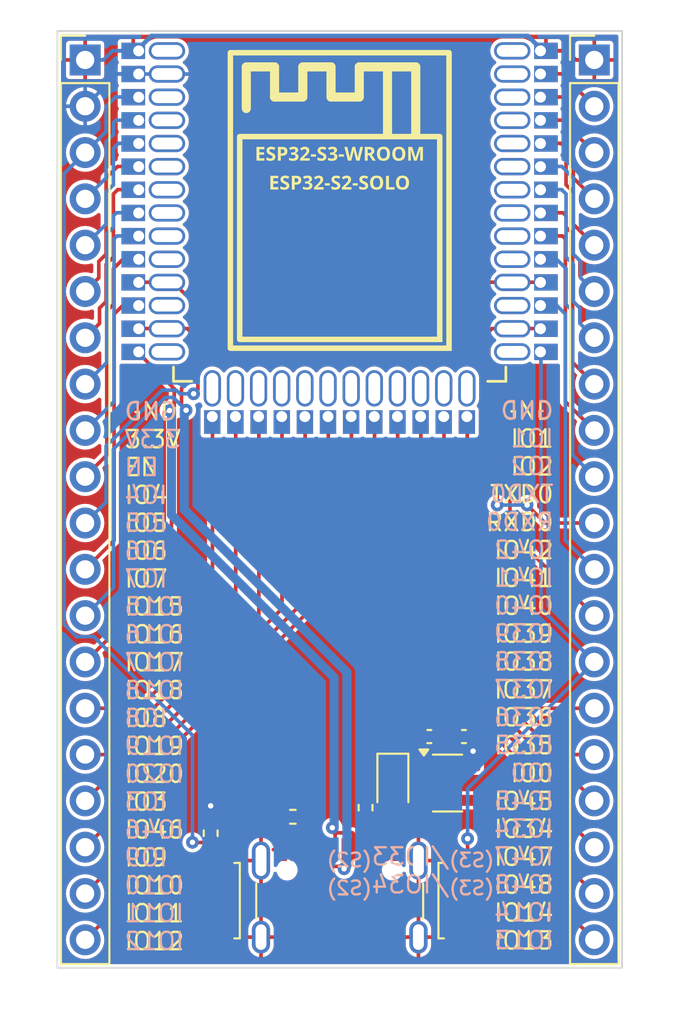
<source format=kicad_pcb>
(kicad_pcb (version 20240108) (generator "pcbnew") (generator_version "8.0")
  (layers (0 "F.Cu" signal) (31 "B.Cu" signal) (34 "B.Paste" user) (35 "F.Paste" user) (36 "B.SilkS" user "B.Silkscreen") (37 "F.SilkS" user "F.Silkscreen") (38 "B.Mask" user) (39 "F.Mask" user) (44 "Edge.Cuts" user))
  (net 0 "")
  (net 1 "/IO34")
  (net 2 "/IO35")
  (net 3 "/IO33")
  (net 4 "/IO14")
  (net 5 "/IO12")
  (net 6 "/IO13")
  (net 7 "/IO15")
  (net 8 "/IO2")
  (net 9 "/IO21")
  (net 10 "/IO18")
  (net 11 "/IO5")
  (net 12 "/IO16")
  (net 13 "/IO4")
  (net 14 "/IO6")
  (net 15 "/IO7")
  (net 16 "/IO17")
  (net 17 "/IO8")
  (net 18 "/IO3")
  (net 19 "/IO46")
  (net 20 "/IO9")
  (net 21 "/IO10")
  (net 22 "/IO11")
  (net 23 "/IO1")
  (net 24 "/TXD0")
  (net 25 "/RXD0")
  (net 26 "/IO42")
  (net 27 "/IO41")
  (net 28 "/IO40")
  (net 29 "/IO39")
  (net 30 "/IO38")
  (net 31 "/IO37")
  (net 32 "/IO36")
  (net 33 "/IO45")
  (net 34 "GND")
  (net 35 "Net-(D1-K)")
  (net 36 "+3.3V")
  (net 37 "+5V")
  (net 38 "EN")
  (net 39 "IO19")
  (net 40 "IO0")
  (net 41 "Net-(J24-CC1)")
  (net 42 "Net-(J24-CC2)")
  (net 44 "IO20")
  (footprint "Connector_PinHeader_2.54mm:PinHeader_1x20_P2.54mm_Vertical" (layer "F.Cu") (at 162.052 81.788)
    (property "Reference" "J22" (hide yes))
    (property "Value" "Conn_01x20")
  )
  (footprint "flexypin:FlexyPin_1x12_P1.27mm" (layer "F.Cu") (at 141.09 101.35 90)
    (property "Reference" "J25" (hide yes))
    (property "Value" "Conn_01x12")
  )
  (footprint "Capacitor_SMD:C_0402_1005Metric" (layer "F.Cu") (at 154.9 118.9)
    (property "Reference" "C2" (hide yes))
    (property "Value" "1µF")
  )
  (footprint "flexypin:FlexyPin_1x14_P1.27mm" (layer "F.Cu") (at 137.05 81.29)
    (property "Reference" "J26" (hide yes))
    (property "Value" "Conn_01x14")
  )
  (footprint "Connector_PinHeader_2.54mm:PinHeader_1x20_P2.54mm_Vertical" (layer "F.Cu") (at 134.112 81.788)
    (property "Reference" "J1" (hide yes))
    (property "Value" "Conn_01x20")
  )
  (footprint "Resistor_SMD:R_0402_1005Metric" (layer "F.Cu") (at 141 124.2 -90)
    (property "Reference" "R1" (hide yes))
    (property "Value" "10kΩ")
  )
  (footprint "Button_Switch_SMD:SW_Push_SPST_NO_Alps_SKRK" (layer "F.Cu") (at 155.1 127.9 -90)
    (property "Reference" "SW2" (hide yes))
    (property "Value" "SW_Push")
  )
  (footprint "Diode_SMD:D_SOD-323" (layer "F.Cu") (at 151 121.45 -90)
    (property "Reference" "D1" (hide yes))
    (property "Value" "D")
  )
  (footprint "Resistor_SMD:R_0402_1005Metric" (layer "F.Cu") (at 145.51 123.3 180)
    (property "Reference" "R3" (hide yes))
    (property "Value" "5,1kΩ")
  )
  (footprint "Connector_USB:USB_C_Receptacle_G-Switch_GT-USB-7010ASV" (layer "F.Cu") (at 148.082 128.825)
    (property "Reference" "J24" (hide yes))
    (property "Value" "USB_C_Receptacle_USB2.0_14P")
  )
  (footprint "flexypin:FlexyPin_1x14_P1.27mm" (layer "F.Cu") (at 159.1 97.8 180)
    (property "Reference" "J2" (hide yes))
    (property "Value" "Conn_01x14")
  )
  (footprint "Resistor_SMD:R_0402_1005Metric" (layer "F.Cu") (at 149.5 122.8 90)
    (property "Reference" "R2" (hide yes))
    (property "Value" "5,1kΩ")
  )
  (footprint "Button_Switch_SMD:SW_Push_SPST_NO_Alps_SKRK" (layer "F.Cu") (at 141 127.9 -90)
    (property "Reference" "SW1" (hide yes))
    (property "Value" "SW_Push")
  )
  (footprint "Package_TO_SOT_SMD:SOT-23-5" (layer "F.Cu") (at 154 121.45)
    (property "Reference" "U1" (hide yes))
    (property "Value" "RT9080")
  )
  (footprint "Capacitor_SMD:C_0402_1005Metric" (layer "F.Cu") (at 153 118.9 180)
    (property "Reference" "C1" (hide yes))
    (property "Value" "1µF")
  )
  (gr_poly (pts (xy 146.947111 88.131358) (xy 146.956123 88.13168) (xy 146.96497 88.132218) (xy 146.973651 88.13297) (xy 146.982167 88.133937) (xy 146.990518 88.13512) (xy 146.998703 88.136517) (xy 147.006723 88.138129) (xy 147.014578 88.139957) (xy 147.022268 88.141999) (xy 147.029792 88.144256) (xy 147.037151 88.146729) (xy 147.044345 88.149416) (xy 147.051373 88.152319) (xy 147.058236 88.155437) (xy 147.064933 88.15877) (xy 147.071581 88.162155) (xy 147.078031 88.165698) (xy 147.084282 88.169398) (xy 147.090335 88.173255) (xy 147.096189 88.177269) (xy 147.101844 88.18144) (xy 147.107301 88.185768) (xy 147.112559 88.190253) (xy 147.117619 88.194895) (xy 147.122481 88.199695) (xy 147.127144 88.204651) (xy 147.131608 88.209765) (xy 147.135875 88.215036) (xy 147.139942 88.220463) (xy 147.143812 88.226048) (xy 147.147483 88.231791) (xy 147.151071 88.237529) (xy 147.154427 88.243367) (xy 147.157552 88.249304) (xy 147.160446 88.25534) (xy 147.163108 88.261475) (xy 147.165539 88.267709) (xy 147.167739 88.274042) (xy 147.169706 88.280475) (xy 147.171443 88.287006) (xy 147.172948 88.293637) (xy 147.174221 88.300367) (xy 147.175263 88.307196) (xy 147.176074 88.314124) (xy 147.176652 88.321152) (xy 147.177 88.328279) (xy 147.177116 88.335505) (xy 147.177016 88.343268) (xy 147.176719 88.350949) (xy 147.176222 88.358547) (xy 147.175528 88.366063) (xy 147.174635 88.373496) (xy 147.173543 88.380846) (xy 147.172253 88.388114) (xy 147.170765 88.395299) (xy 147.169078 88.402401) (xy 147.167193 88.409421) (xy 147.16511 88.416358) (xy 147.162828 88.423212) (xy 147.160348 88.429983) (xy 147.157669 88.436672) (xy 147.154792 88.443277) (xy 147.151717 88.4498) (xy 147.148584 88.456278) (xy 147.145268 88.462748) (xy 147.141771 88.469209) (xy 147.138092 88.475662) (xy 147.13423 88.482108) (xy 147.130187 88.488545) (xy 147.125962 88.494974) (xy 147.121555 88.501394) (xy 147.116967 88.507807) (xy 147.112196 88.514211) (xy 147.107243 88.520607) (xy 147.102108 88.526994) (xy 147.096791 88.533374) (xy 147.091293 88.539745) (xy 147.085612 88.546107) (xy 147.079749 88.552462) (xy 147.067793 88.565327) (xy 147.055209 88.578523) (xy 147.041996 88.592049) (xy 147.028154 88.605906) (xy 147.013685 88.620094) (xy 146.998587 88.634613) (xy 146.98286 88.649463) (xy 146.966506 88.664644) (xy 146.86914 88.755663) (xy 146.86914 88.763063) (xy 147.198279 88.763063) (xy 147.198287 88.897478) (xy 146.67018 88.897478) (xy 146.67018 88.786356) (xy 146.859618 88.594797) (xy 146.886805 88.566419) (xy 146.911213 88.540554) (xy 146.932841 88.517204) (xy 146.95169 88.49637) (xy 146.960124 88.486446) (xy 146.967962 88.476788) (xy 146.975205 88.467395) (xy 146.981852 88.458266) (xy 146.987903 88.449403) (xy 146.99336 88.440805) (xy 146.998221 88.432471) (xy 147.002486 88.424402) (xy 147.004408 88.420284) (xy 147.006206 88.416134) (xy 147.00788 88.41195) (xy 147.00943 88.407734) (xy 147.010856 88.403484) (xy 147.012158 88.399202) (xy 147.013335 88.394886) (xy 147.014389 88.390537) (xy 147.015319 88.386155) (xy 147.016125 88.381741) (xy 147.016806 88.377293) (xy 147.017364 88.372812) (xy 147.017798 88.368297) (xy 147.018108 88.36375) (xy 147.018293 88.359169) (xy 147.018355 88.354555) (xy 147.018256 88.348957) (xy 147.017958 88.343541) (xy 147.017462 88.338307) (xy 147.016768 88.333255) (xy 147.015875 88.328385) (xy 147.014783 88.323696) (xy 147.013493 88.31919) (xy 147.012005 88.314866) (xy 147.010318 88.310724) (xy 147.008433 88.306763) (xy 147.00635 88.302985) (xy 147.004068 88.299389) (xy 147.001588 88.295974) (xy 146.998909 88.292741) (xy 146.996032 88.28969) (xy 146.992957 88.286821) (xy 146.989844 88.284131) (xy 146.986591 88.281615) (xy 146.983197 88.279272) (xy 146.979662 88.277103) (xy 146.975987 88.275107) (xy 146.972171 88.273284) (xy 146.968215 88.271635) (xy 146.964118 88.27016) (xy 146.959881 88.268858) (xy 146.955503 88.267729) (xy 146.950984 88.266775) (xy 146.946325 88.265993) (xy 146.941526 88.265386) (xy 146.936586 88.264952) (xy 146.931505 88.264691) (xy 146.926284 88.264605) (xy 146.920869 88.264683) (xy 146.91547 88.264919) (xy 146.910088 88.265312) (xy 146.904722 88.265862) (xy 146.899372 88.266569) (xy 146.894039 88.267433) (xy 146.888722 88.268455) (xy 146.883422 88.269633) (xy 146.878138 88.270969) (xy 146.872871 88.272462) (xy 146.86762 88.274111) (xy 146.862385 88.275918) (xy 146.857167 88.277882) (xy 146.851966 88.280003) (xy 146.846781 88.282281) (xy 146.841613 88.284716) (xy 146.83123 88.290007) (xy 146.820714 88.295828) (xy 146.810066 88.302178) (xy 146.799286 88.309057) (xy 146.788373 88.316466) (xy 146.777327 88.324404) (xy 146.766148 88.332871) (xy 146.754836 88.341867) (xy 146.668059 88.239199) (xy 146.676311 88.232121) (xy 146.684662 88.225175) (xy 146.693112 88.218362) (xy 146.70166 88.211681) (xy 146.710308 88.205133) (xy 146.719055 88.198717) (xy 146.727901 88.192433) (xy 146.736846 88.186281) (xy 146.741518 88.183276) (xy 146.746272 88.180345) (xy 146.756029 88.174705) (xy 146.766117 88.169364) (xy 146.776535 88.16432) (xy 146.787284 88.159574) (xy 146.798364 88.155125) (xy 146.809775 88.150973) (xy 146.821517 88.14712) (xy 146.827677 88.145197) (xy 146.833985 88.143399) (xy 146.840443 88.141726) (xy 146.847049 88.140176) (xy 146.853804 88.13875) (xy 146.860708 88.137448) (xy 146.86776 88.13627) (xy 146.874962 88.135217) (xy 146.889812 88.133481) (xy 146.905257 88.132242) (xy 146.921297 88.131498) (xy 146.937934 88.13125)) (stroke (width -0.000001)) (fill solid) (layer "F.SilkS"))
  (gr_line (start 152.2555 85.785967) (end 152.2555 82.169123) (stroke (width 0.5)) (layer "F.SilkS"))
  (gr_poly (pts (xy 149.698012 86.557159) (xy 149.716371 86.557817) (xy 149.734094 86.558912) (xy 149.75118 86.560446) (xy 149.76763 86.562418) (xy 149.783443 86.564829) (xy 149.798619 86.567677) (xy 149.813158 86.570964) (xy 149.827061 86.574689) (xy 149.840327 86.578852) (xy 149.852956 86.583453) (xy 149.864949 86.588492) (xy 149.876305 86.59397) (xy 149.887025 86.599886) (xy 149.897108 86.606239) (xy 149.906554 86.613031) (xy 149.915525 86.62027) (xy 149.923916 86.627963) (xy 149.931729 86.636111) (xy 149.938964 86.644714) (xy 149.94562 86.653772) (xy 149.951697 86.663284) (xy 149.957195 86.673252) (xy 149.962114 86.683674) (xy 149.966455 86.694551) (xy 149.970217 86.705882) (xy 149.973401 86.717668) (xy 149.976005 86.729909) (xy 149.978031 86.742605) (xy 149.979478 86.755755) (xy 149.980346 86.769359) (xy 149.980636 86.783419) (xy 149.980557 86.789851) (xy 149.980321 86.796184) (xy 149.979928 86.802418) (xy 149.979378 86.808553) (xy 149.978671 86.814588) (xy 149.977807 86.820525) (xy 149.976786 86.826362) (xy 149.975607 86.832101) (xy 149.974271 86.83774) (xy 149.972779 86.84328) (xy 149.971129 86.848721) (xy 149.969322 86.854063) (xy 149.967358 86.859305) (xy 149.965237 86.864448) (xy 149.96296 86.869492) (xy 149.960525 86.874437) (xy 149.958089 86.879158) (xy 149.955546 86.883796) (xy 149.952896 86.888352) (xy 149.950139 86.892825) (xy 149.947274 86.897216) (xy 149.944302 86.901523) (xy 149.941222 86.905749) (xy 149.938035 86.909891) (xy 149.934741 86.913951) (xy 149.931338 86.917928) (xy 149.927829 86.921823) (xy 149.924212 86.925635) (xy 149.920487 86.929365) (xy 149.916655 86.933012) (xy 149.912715 86.936576) (xy 149.908668 86.940058) (xy 149.900646 86.946524) (xy 149.89246 86.952692) (xy 149.884109 86.958562) (xy 149.875593 86.964135) (xy 149.866913 86.96941) (xy 149.858067 86.974387) (xy 149.849057 86.979066) (xy 149.839881 86.983446) (xy 150.062133 87.312586) (xy 149.88433 87.312586) (xy 149.704413 87.0226) (xy 149.618697 87.0226) (xy 149.618697 87.312586) (xy 149.458892 87.312586) (xy 149.458892 86.892435) (xy 149.61869 86.892435) (xy 149.670547 86.892435) (xy 149.68029 86.892332) (xy 149.689677 86.892022) (xy 149.698709 86.891505) (xy 149.707386 86.890781) (xy 149.715708 86.889851) (xy 149.723674 86.888714) (xy 149.731285 86.887371) (xy 149.738541 86.88582) (xy 149.745441 86.884063) (xy 149.751986 86.8821) (xy 149.758175 86.879929) (xy 149.764009 86.877552) (xy 149.769487 86.874968) (xy 149.77461 86.872178) (xy 149.779378 86.86918) (xy 149.78379 86.865976) (xy 149.788019 86.86257) (xy 149.791976 86.858965) (xy 149.79566 86.855161) (xy 149.79907 86.851159) (xy 149.802208 86.846959) (xy 149.805074 86.84256) (xy 149.807666 86.837962) (xy 149.809985 86.833166) (xy 149.812032 86.828172) (xy 149.813805 86.822979) (xy 149.815306 86.817587) (xy 149.816534 86.811997) (xy 149.817489 86.806209) (xy 149.818171 86.800222) (xy 149.818581 86.794037) (xy 149.818717 86.787653) (xy 149.818572 86.781031) (xy 149.818138 86.774656) (xy 149.817415 86.76853) (xy 149.816402 86.762652) (xy 149.8151 86.757021) (xy 149.813509 86.751639) (xy 149.811628 86.746505) (xy 149.809458 86.741618) (xy 149.806998 86.73698) (xy 149.804249 86.732589) (xy 149.801211 86.728446) (xy 149.797883 86.724551) (xy 149.794265 86.720904) (xy 149.790359 86.717505) (xy 149.786162 86.714354) (xy 149.781676 86.711451) (xy 149.777013 86.708632) (xy 149.77202 86.705995) (xy 149.766695 86.70354) (xy 149.76104 86.701267) (xy 149.755054 86.699175) (xy 149.748737 86.697266) (xy 149.742089 86.695538) (xy 149.73511 86.693993) (xy 149.727801 86.692629) (xy 149.720161 86.691447) (xy 149.71219 86.690446) (xy 149.703888 86.689628) (xy 149.695255 86.688992) (xy 149.686292 86.688537) (xy 149.676998 86.688264) (xy 149.667373 86.688173) (xy 149.61869 86.688173) (xy 149.61869 86.892435) (xy 149.458892 86.892435) (xy 149.458892 86.55694) (xy 149.679015 86.55694)) (stroke (width -0.000001)) (fill solid) (layer "F.SilkS"))
  (gr_line (start 146.055724 83.822771) (end 144.505782 83.822771) (stroke (width 0.5)) (layer "F.SilkS"))
  (gr_poly (pts (xy 143.94921 86.688173) (xy 143.674041 86.688173) (xy 143.674041 86.854334) (xy 143.93016 86.854334) (xy 143.93016 86.985567) (xy 143.674041 86.985567) (xy 143.674041 87.1803) (xy 143.94921 87.1803) (xy 143.94921 87.312586) (xy 143.514236 87.312586) (xy 143.514236 86.55694) (xy 143.94921 86.55694)) (stroke (width -0.000001)) (fill solid) (layer "F.SilkS"))
  (gr_poly (pts (xy 150.499573 86.545488) (xy 150.514409 86.546058) (xy 150.528907 86.547009) (xy 150.543066 86.54834) (xy 150.556887 86.550052) (xy 150.570368 86.552144) (xy 150.58351 86.554616) (xy 150.596314 86.557468) (xy 150.608778 86.560701) (xy 150.620903 86.564314) (xy 150.63269 86.568308) (xy 150.644138 86.572682) (xy 150.655246 86.577436) (xy 150.666016 86.582571) (xy 150.676446 86.588086) (xy 150.686538 86.593981) (xy 150.696297 86.60009) (xy 150.705735 86.606514) (xy 150.71485 86.613252) (xy 150.723642 86.620305) (xy 150.732113 86.627672) (xy 150.740261 86.635353) (xy 150.748087 86.643348) (xy 150.755591 86.651658) (xy 150.762772 86.660282) (xy 150.769631 86.66922) (xy 150.776167 86.678473) (xy 150.782382 86.688039) (xy 150.788274 86.69792) (xy 150.793843 86.708115) (xy 150.79909 86.718625) (xy 150.804015 86.729448) (xy 150.808757 86.740416) (xy 150.813194 86.751623) (xy 150.817324 86.76307) (xy 150.821148 86.774757) (xy 150.824667 86.786684) (xy 150.827879 86.79885) (xy 150.830786 86.811257) (xy 150.833386 86.823903) (xy 150.835681 86.836789) (xy 150.83767 86.849915) (xy 150.839353 86.863281) (xy 150.840729 86.876887) (xy 150.8418 86.890733) (xy 150.842565 86.904819) (xy 150.843024 86.919144) (xy 150.843177 86.933706) (xy 150.843024 86.948271) (xy 150.842565 86.962608) (xy 150.8418 86.976714) (xy 150.840729 86.990588) (xy 150.839353 87.004231) (xy 150.83767 87.017642) (xy 150.835681 87.030822) (xy 150.833386 87.04377) (xy 150.830786 87.056486) (xy 150.827879 87.068971) (xy 150.824667 87.081225) (xy 150.821148 87.093247) (xy 150.817324 87.105037) (xy 150.813194 87.116595) (xy 150.808757 87.127922) (xy 150.804015 87.139017) (xy 150.799092 87.149716) (xy 150.793846 87.160117) (xy 150.788277 87.17022) (xy 150.782386 87.180026) (xy 150.776172 87.189534) (xy 150.769636 87.198744) (xy 150.762777 87.207657) (xy 150.755596 87.216272) (xy 150.748093 87.22459) (xy 150.740266 87.23261) (xy 150.732118 87.240333) (xy 150.723647 87.247758) (xy 150.714853 87.254886) (xy 150.705737 87.261716) (xy 150.696299 87.268249) (xy 150.686538 87.274485) (xy 150.676444 87.28038) (xy 150.666002 87.285895) (xy 150.655213 87.291029) (xy 150.644076 87.295783) (xy 150.632592 87.300157) (xy 150.62076 87.304151) (xy 150.608581 87.307764) (xy 150.596055 87.310997) (xy 150.583181 87.31385) (xy 150.56996 87.316322) (xy 150.556391 87.318414) (xy 150.542475 87.320125) (xy 150.528212 87.321456) (xy 150.513601 87.322407) (xy 150.498642 87.322978) (xy 150.483337 87.323168) (xy 150.468157 87.322978) (xy 150.453308 87.322407) (xy 150.438789 87.321456) (xy 150.424601 87.320125) (xy 150.410744 87.318414) (xy 150.397217 87.316322) (xy 150.384021 87.31385) (xy 150.371156 87.310997) (xy 150.358621 87.307764) (xy 150.346417 87.304151) (xy 150.334543 87.300157) (xy 150.323001 87.295783) (xy 150.311788 87.291029) (xy 150.300907 87.285895) (xy 150.290356 87.28038) (xy 150.280135 87.274485) (xy 150.270372 87.268246) (xy 150.260922 87.261702) (xy 150.251786 87.254852) (xy 150.242965 87.247695) (xy 150.234457 87.240233) (xy 150.226264 87.232465) (xy 150.218385 87.224391) (xy 150.210819 87.216011) (xy 150.203568 87.207325) (xy 150.196631 87.198333) (xy 150.190008 87.189035) (xy 150.183699 87.179431) (xy 150.177704 87.169522) (xy 150.172024 87.159306) (xy 150.166657 87.148784) (xy 150.161605 87.137957) (xy 150.156992 87.126862) (xy 150.152676 87.115535) (xy 150.148657 87.103976) (xy 150.144937 87.092186) (xy 150.141514 87.080164) (xy 150.138388 87.067911) (xy 150.13556 87.055426) (xy 150.13303 87.042709) (xy 150.130797 87.029761) (xy 150.128862 87.016581) (xy 150.127225 87.00317) (xy 150.125885 86.989527) (xy 150.124843 86.975653) (xy 150.124099 86.961548) (xy 150.123653 86.94721) (xy 150.123515 86.933702) (xy 150.291785 86.933702) (xy 150.291963 86.948324) (xy 150.292496 86.962557) (xy 150.293385 86.976402) (xy 150.294629 86.989858) (xy 150.296229 87.002926) (xy 150.298184 87.015606) (xy 150.300495 87.027896) (xy 150.303162 87.039799) (xy 150.306184 87.051312) (xy 150.309561 87.062438) (xy 150.313294 87.073174) (xy 150.317383 87.083522) (xy 150.321828 87.093481) (xy 150.326628 87.103052) (xy 150.331783 87.112234) (xy 150.337295 87.121027) (xy 150.340193 87.125194) (xy 150.343199 87.12923) (xy 150.346312 87.133132) (xy 150.349533 87.136903) (xy 150.352861 87.140541) (xy 150.356296 87.144047) (xy 150.35984 87.14742) (xy 150.36349 87.150662) (xy 150.367248 87.15377) (xy 150.371114 87.156747) (xy 150.375087 87.159591) (xy 150.379167 87.162303) (xy 150.383355 87.164883) (xy 150.38765 87.16733) (xy 150.392053 87.169645) (xy 150.396564 87.171828) (xy 150.401181 87.173879) (xy 150.405907 87.175797) (xy 150.410739 87.177583) (xy 150.41568 87.179236) (xy 150.425882 87.182147) (xy 150.436515 87.184528) (xy 150.447577 87.18638) (xy 150.45907 87.187702) (xy 150.470992 87.188496) (xy 150.483344 87.188761) (xy 150.49595 87.188496) (xy 150.508101 87.187702) (xy 150.519796 87.18638) (xy 150.531038 87.184528) (xy 150.541824 87.182147) (xy 150.552155 87.179236) (xy 150.562032 87.175797) (xy 150.571453 87.171828) (xy 150.58042 87.16733) (xy 150.588932 87.162303) (xy 150.596989 87.156747) (xy 150.604592 87.150662) (xy 150.61174 87.144047) (xy 150.618432 87.136903) (xy 150.624671 87.12923) (xy 150.630454 87.121027) (xy 150.635837 87.112234) (xy 150.640872 87.103052) (xy 150.64556 87.093482) (xy 150.649901 87.083523) (xy 150.653894 87.073176) (xy 150.65754 87.06244) (xy 150.660839 87.051315) (xy 150.663791 87.039802) (xy 150.666395 87.0279) (xy 150.668652 87.015609) (xy 150.670562 87.00293) (xy 150.672125 86.989862) (xy 150.67334 86.976405) (xy 150.674208 86.962559) (xy 150.674729 86.948325) (xy 150.674903 86.933702) (xy 150.674729 86.918956) (xy 150.674208 86.904615) (xy 150.67334 86.890679) (xy 150.672125 86.877148) (xy 150.670562 86.864023) (xy 150.668652 86.851302) (xy 150.666395 86.838987) (xy 150.663791 86.827077) (xy 150.660839 86.815572) (xy 150.65754 86.804472) (xy 150.653894 86.793777) (xy 150.649901 86.783487) (xy 150.64556 86.773602) (xy 150.640872 86.764122) (xy 150.635837 86.755048) (xy 150.630454 86.746378) (xy 150.62762 86.74221) (xy 150.624675 86.738175) (xy 150.621618 86.734273) (xy 150.618449 86.730502) (xy 150.615169 86.726864) (xy 150.611777 86.723358) (xy 150.608273 86.719985) (xy 150.604658 86.716743) (xy 150.600931 86.713634) (xy 150.597092 86.710658) (xy 150.593142 86.707814) (xy 150.589081 86.705102) (xy 150.584907 86.702522) (xy 150.580622 86.700074) (xy 150.576226 86.697759) (xy 150.571717 86.695577) (xy 150.567097 86.693526) (xy 150.562366 86.691608) (xy 150.557523 86.689822) (xy 150.552568 86.688169) (xy 150.547502 86.686647) (xy 150.542324 86.685258) (xy 150.531633 86.682877) (xy 150.520496 86.681025) (xy 150.508912 86.679702) (xy 150.496881 86.678909) (xy 150.484405 86.678644) (xy 150.471924 86.678909) (xy 150.459881 86.679702) (xy 150.448277 86.681025) (xy 150.43711 86.682877) (xy 150.426382 86.685258) (xy 150.416093 86.688169) (xy 150.406241 86.691608) (xy 150.396828 86.695577) (xy 150.387853 86.700074) (xy 150.379316 86.705102) (xy 150.371217 86.710658) (xy 150.363556 86.716743) (xy 150.356334 86.723358) (xy 150.349549 86.730502) (xy 150.343203 86.738175) (xy 150.337295 86.746378) (xy 150.331783 86.755048) (xy 150.326628 86.764122) (xy 150.321828 86.773602) (xy 150.317383 86.783487) (xy 150.313294 86.793777) (xy 150.309561 86.804472) (xy 150.306184 86.815572) (xy 150.303162 86.827077) (xy 150.300495 86.838987) (xy 150.298184 86.851302) (xy 150.296229 86.864023) (xy 150.294629 86.877148) (xy 150.293385 86.890679) (xy 150.292496 86.904615) (xy 150.291963 86.918956) (xy 150.291785 86.933702) (xy 150.123515 86.933702) (xy 150.123504 86.932642) (xy 150.123653 86.918078) (xy 150.124099 86.903753) (xy 150.124843 86.889668) (xy 150.125885 86.875823) (xy 150.127225 86.862218) (xy 150.128862 86.848853) (xy 150.130797 86.835727) (xy 150.13303 86.822842) (xy 150.13556 86.810196) (xy 150.138388 86.797789) (xy 150.141514 86.785623) (xy 150.144937 86.773696) (xy 150.148657 86.76201) (xy 150.152676 86.750563) (xy 150.156992 86.739355) (xy 150.161605 86.728388) (xy 150.166657 86.717693) (xy 150.172024 86.707305) (xy 150.177704 86.697222) (xy 150.183699 86.687445) (xy 150.190008 86.677974) (xy 150.196631 86.668809) (xy 150.203568 86.65995) (xy 150.210819 86.651397) (xy 150.218385 86.643149) (xy 150.226264 86.635208) (xy 150.234457 86.627572) (xy 150.242965 86.620242) (xy 150.251786 86.613218) (xy 150.260922 86.6065) (xy 150.270372 86.600087) (xy 150.280135 86.593981) (xy 150.290358 86.588086) (xy 150.300921 86.582571) (xy 150.311822 86.577436) (xy 150.323062 86.572682) (xy 150.334642 86.568308) (xy 150.34656 86.564314) (xy 150.358818 86.560701) (xy 150.371414 86.557468) (xy 150.38435 86.554616) (xy 150.397625 86.552144) (xy 150.411239 86.550052) (xy 150.425192 86.54834) (xy 150.439485 86.547009) (xy 150.454116 86.546058) (xy 150.469087 86.545488) (xy 150.484397 86.545298)) (stroke (width -0.000001)) (fill solid) (layer "F.SilkS"))
  (gr_poly (pts (xy 145.712342 88.14208) (xy 145.729668 88.142824) (xy 145.746374 88.144065) (xy 145.76246 88.145801) (xy 145.777925 88.148033) (xy 145.792771 88.150761) (xy 145.806996 88.153986) (xy 145.820602 88.157706) (xy 145.833587 88.161923) (xy 145.845952 88.166636) (xy 145.857696 88.171845) (xy 145.868821 88.17755) (xy 145.879326 88.183751) (xy 145.88921 88.190448) (xy 145.898475 88.197642) (xy 145.907119 88.205332) (xy 145.915321 88.213323) (xy 145.922995 88.221686) (xy 145.930139 88.230421) (xy 145.936753 88.239528) (xy 145.942839 88.249008) (xy 145.948395 88.258859) (xy 145.953422 88.269083) (xy 145.95792 88.279678) (xy 145.961889 88.290646) (xy 145.965328 88.301986) (xy 145.968239 88.313698) (xy 145.97062 88.325782) (xy 145.972472 88.338239) (xy 145.973794 88.351067) (xy 145.974588 88.364267) (xy 145.974853 88.37784) (xy 145.974745 88.386014) (xy 145.974423 88.394129) (xy 145.973885 88.402187) (xy 145.973133 88.410187) (xy 145.972166 88.418129) (xy 145.970983 88.426012) (xy 145.969586 88.433838) (xy 145.967974 88.441606) (xy 145.966146 88.449317) (xy 145.964104 88.456969) (xy 145.961847 88.464563) (xy 145.959374 88.472099) (xy 145.956687 88.479578) (xy 145.953784 88.486998) (xy 145.950666 88.494361) (xy 145.947333 88.501665) (xy 145.943748 88.508722) (xy 145.939874 88.515606) (xy 145.935711 88.522316) (xy 145.931259 88.528852) (xy 145.926517 88.535214) (xy 145.921486 88.541403) (xy 145.916165 88.547418) (xy 145.910556 88.55326) (xy 145.904657 88.558928) (xy 145.898469 88.564422) (xy 145.891991 88.569742) (xy 145.885224 88.574888) (xy 145.878168 88.579861) (xy 145.870822 88.58466) (xy 145.863187 88.589285) (xy 145.855262 88.593737) (xy 145.847142 88.597966) (xy 145.838659 88.601923) (xy 145.829811 88.605606) (xy 145.8206 88.609017) (xy 145.811026 88.612155) (xy 145.801087 88.61502) (xy 145.790785 88.617613) (xy 145.780119 88.619932) (xy 145.769089 88.621979) (xy 145.757696 88.623752) (xy 145.745938 88.625253) (xy 145.733817 88.626481) (xy 145.721332 88.627436) (xy 145.708483 88.628118) (xy 145.69527 88.628528) (xy 145.681693 88.628664) (xy 145.612907 88.628664) (xy 145.612907 88.897478) (xy 145.453101 88.897478) (xy 145.453101 88.497431) (xy 145.612868 88.497431) (xy 145.665786 88.497431) (xy 145.674141 88.497327) (xy 145.682274 88.497017) (xy 145.690182 88.496501) (xy 145.697868 88.495777) (xy 145.70533 88.494847) (xy 145.712569 88.49371) (xy 145.719584 88.492366) (xy 145.726377 88.490816) (xy 145.732945 88.489059) (xy 145.739291 88.487095) (xy 145.745413 88.484925) (xy 145.751312 88.482548) (xy 145.756987 88.479964) (xy 145.762439 88.477173) (xy 145.767668 88.474176) (xy 145.772674 88.470972) (xy 145.775149 88.46922) (xy 145.777545 88.467404) (xy 145.779862 88.465523) (xy 145.782101 88.463579) (xy 145.784262 88.461571) (xy 145.786344 88.459499) (xy 145.788347 88.457362) (xy 145.790272 88.455162) (xy 145.792118 88.452897) (xy 145.793886 88.450569) (xy 145.795575 88.448176) (xy 145.797185 88.44572) (xy 145.798717 88.443199) (xy 145.80017 88.440615) (xy 145.801545 88.437966) (xy 145.802841 88.435253) (xy 145.804059 88.432476) (xy 145.805198 88.429635) (xy 145.806258 88.42673) (xy 145.80724 88.423761) (xy 145.808968 88.417631) (xy 145.810382 88.411245) (xy 145.811482 88.404602) (xy 145.812267 88.397702) (xy 145.812739 88.390547) (xy 145.812896 88.383135) (xy 145.812772 88.376363) (xy 145.8124 88.369806) (xy 145.81178 88.363464) (xy 145.810911 88.357337) (xy 145.809795 88.351425) (xy 145.808431 88.345728) (xy 145.806818 88.340246) (xy 145.804958 88.33498) (xy 145.80285 88.329928) (xy 145.800493 88.32509) (xy 145.797889 88.320468) (xy 145.795036 88.316061) (xy 145.791935 88.311869) (xy 145.788587 88.307892) (xy 145.78499 88.30413) (xy 145.781145 88.300583) (xy 145.777052 88.297251) (xy 145.772712 88.294133) (xy 145.768123 88.291231) (xy 145.763286 88.288544) (xy 145.758201 88.286072) (xy 145.752868 88.283814) (xy 145.747287 88.281772) (xy 145.741458 88.279945) (xy 145.735381 88.278333) (xy 145.729056 88.276935) (xy 145.722483 88.275753) (xy 145.715662 88.274785) (xy 145.708592 88.274033) (xy 145.701275 88.273496) (xy 145.69371 88.273173) (xy 145.685897 88.273066) (xy 145.612868 88.273066) (xy 145.612868 88.497431) (xy 145.453101 88.497431) (xy 145.453101 88.141832) (xy 145.694396 88.141832)) (stroke (width -0.000001)) (fill solid) (layer "F.SilkS"))
  (gr_poly (pts (xy 153.569778 97.115915) (xy 142.594215 97.115915) (xy 142.594215 85.992411) (xy 153.569778 85.992411)) (stroke (width 0.3)) (fill none) (layer "F.SilkS"))
  (gr_poly (pts (xy 144.712264 88.273066) (xy 144.437102 88.273066) (xy 144.437102 88.439226) (xy 144.693221 88.439226) (xy 144.693221 88.570459) (xy 144.437102 88.570459) (xy 144.437102 88.765192) (xy 144.712264 88.765192) (xy 144.712264 88.897478) (xy 144.277289 88.897478) (xy 144.277289 88.141832) (xy 144.712264 88.141832)) (stroke (width -0.000001)) (fill solid) (layer "F.SilkS"))
  (gr_poly (pts (xy 146.324718 88.131459) (xy 146.338699 88.132017) (xy 146.352301 88.132948) (xy 146.365522 88.13425) (xy 146.378362 88.135924) (xy 146.390822 88.137971) (xy 146.402902 88.140389) (xy 146.414601 88.14318) (xy 146.42592 88.146342) (xy 146.436859 88.149877) (xy 146.447418 88.153784) (xy 146.457596 88.158062) (xy 146.467394 88.162713) (xy 146.476811 88.167735) (xy 146.485849 88.17313) (xy 146.494506 88.178896) (xy 146.502836 88.18487) (xy 146.510629 88.191149) (xy 146.517884 88.197735) (xy 146.524601 88.204627) (xy 146.527758 88.208187) (xy 146.530781 88.211824) (xy 146.53367 88.215538) (xy 146.536424 88.219328) (xy 146.539044 88.223194) (xy 146.541529 88.227137) (xy 146.54388 88.231156) (xy 146.546097 88.235252) (xy 146.548179 88.239425) (xy 146.550127 88.243674) (xy 146.551941 88.247999) (xy 146.55362 88.252401) (xy 146.555165 88.256879) (xy 146.556576 88.261434) (xy 146.558994 88.270773) (xy 146.560875 88.280419) (xy 146.562218 88.29037) (xy 146.563024 88.300627) (xy 146.563293 88.31119) (xy 146.563285 88.311167) (xy 146.563099 88.320833) (xy 146.562541 88.330251) (xy 146.56161 88.339421) (xy 146.560308 88.348343) (xy 146.558634 88.357017) (xy 146.556587 88.365442) (xy 146.554169 88.37362) (xy 146.551378 88.381549) (xy 146.548216 88.38923) (xy 146.544681 88.396663) (xy 146.540775 88.403848) (xy 146.536496 88.410785) (xy 146.531846 88.417474) (xy 146.526823 88.423915) (xy 146.521429 88.430108) (xy 146.515662 88.436052) (xy 146.509755 88.441757) (xy 146.503674 88.447231) (xy 146.497419 88.452473) (xy 146.49099 88.457484) (xy 146.484388 88.462263) (xy 146.477612 88.466811) (xy 146.470663 88.471127) (xy 146.46354 88.475212) (xy 146.456244 88.479065) (xy 146.448773 88.482687) (xy 146.441129 88.486077) (xy 146.433312 88.489235) (xy 146.425321 88.492162) (xy 146.417156 88.494857) (xy 146.408818 88.49732) (xy 146.400306 88.499552) (xy 146.400306 88.502748) (xy 146.411509 88.504204) (xy 146.422365 88.505924) (xy 146.432874 88.507908) (xy 146.443035 88.510157) (xy 146.452849 88.512671) (xy 146.462316 88.515449) (xy 146.471436 88.518491) (xy 146.480208 88.521798) (xy 146.488634 88.52537) (xy 146.496712 88.529206) (xy 146.504442 88.533307) (xy 146.511826 88.537672) (xy 146.518862 88.542302) (xy 146.525551 88.547196) (xy 146.531892 88.552356) (xy 146.537887 88.557779) (xy 146.543654 88.563455) (xy 146.54905 88.569371) (xy 146.554074 88.575527) (xy 146.558725 88.581922) (xy 146.563004 88.588557) (xy 146.566911 88.595432) (xy 146.570446 88.602547) (xy 146.573609 88.609901) (xy 146.5764 88.617496) (xy 146.578819 88.62533) (xy 146.580866 88.633404) (xy 146.58254 88.641717) (xy 146.583843 88.650271) (xy 146.584773 88.659064) (xy 146.585331 88.668097) (xy 146.585517 88.67737) (xy 146.585389 88.685523) (xy 146.585005 88.693577) (xy 146.584364 88.701531) (xy 146.583467 88.709386) (xy 146.582314 88.717142) (xy 146.580904 88.724799) (xy 146.579238 88.732356) (xy 146.577316 88.739814) (xy 146.575138 88.747172) (xy 146.572703 88.754432) (xy 146.570012 88.761592) (xy 146.567064 88.768652) (xy 146.563861 88.775613) (xy 146.5604 88.782475) (xy 146.556684 88.789237) (xy 146.552711 88.7959) (xy 146.5486 88.802299) (xy 146.544209 88.808533) (xy 146.539537 88.814602) (xy 146.534584 88.820505) (xy 146.529351 88.826243) (xy 146.523836 88.831816) (xy 146.51804 88.837223) (xy 146.511963 88.842465) (xy 146.505605 88.847542) (xy 146.498966 88.852454) (xy 146.492046 88.8572) (xy 146.484845 88.861781) (xy 146.477363 88.866196) (xy 146.4696 88.870446) (xy 146.461556 88.874531) (xy 146.453231 88.87845) (xy 146.444744 88.882038) (xy 146.435951 88.885395) (xy 146.426852 88.88852) (xy 146.417447 88.891414) (xy 146.407736 88.894076) (xy 146.397719 88.896507) (xy 146.387396 88.898706) (xy 146.376767 88.900674) (xy 146.365832 88.90241) (xy 146.354592 88.903915) (xy 146.343045 88.905189) (xy 146.331193 88.906231) (xy 146.319034 88.907041) (xy 146.30657 88.90762) (xy 146.293799 88.907967) (xy 146.280723 88.908083) (xy 146.265485 88.907922) (xy 146.250462 88.907438) (xy 146.235654 88.906632) (xy 146.221061 88.905504) (xy 146.206682 88.904053) (xy 146.192519 88.90228) (xy 146.17857 88.900184) (xy 146.164836 88.897766) (xy 146.151317 88.895026) (xy 146.138013 88.891963) (xy 146.124924 88.888578) (xy 146.11205 88.88487) (xy 146.099391 88.88084) (xy 146.086948 88.876488) (xy 146.074719 88.871813) (xy 146.062705 88.866816) (xy 146.062705 88.731348) (xy 146.074942 88.737251) (xy 146.087311 88.742791) (xy 146.099813 88.747966) (xy 146.112447 88.752778) (xy 146.125213 88.757226) (xy 146.138112 88.76131) (xy 146.151143 88.765031) (xy 146.164306 88.768389) (xy 146.177666 88.771366) (xy 146.190762 88.773946) (xy 146.203593 88.77613) (xy 146.21616 88.777916) (xy 146.228462 88.779305) (xy 146.240501 88.780298) (xy 146.252275 88.780893) (xy 146.263785 88.781092) (xy 146.274297 88.780976) (xy 146.284404 88.780629) (xy 146.294106 88.78005) (xy 146.303403 88.779239) (xy 146.312295 88.778197) (xy 146.320782 88.776924) (xy 146.328864 88.775419) (xy 146.336541 88.773683) (xy 146.343813 88.771715) (xy 146.35068 88.769515) (xy 146.357142 88.767085) (xy 146.363199 88.764422) (xy 146.368851 88.761529) (xy 146.374098 88.758404) (xy 146.378939 88.755047) (xy 146.383376 88.751459) (xy 146.387604 88.74766) (xy 146.39156 88.743671) (xy 146.395243 88.739492) (xy 146.398653 88.735123) (xy 146.40179 88.730563) (xy 146.404654 88.725813) (xy 146.407246 88.720873) (xy 146.409565 88.715742) (xy 146.411611 88.710421) (xy 146.413385 88.70491) (xy 146.414885 88.699209) (xy 146.416113 88.693317) (xy 146.417068 88.687236) (xy 146.41775 88.680963) (xy 146.41816 88.674501) (xy 146.418296 88.667849) (xy 146.418234 88.66392) (xy 146.418048 88.660075) (xy 146.417738 88.656312) (xy 146.417304 88.652632) (xy 146.416747 88.649035) (xy 146.416065 88.645521) (xy 146.415259 88.642089) (xy 146.41433 88.638741) (xy 146.413276 88.635475) (xy 146.412098 88.632291) (xy 146.410796 88.629191) (xy 146.409371 88.626173) (xy 146.407821 88.623239) (xy 146.406147 88.620387) (xy 146.404349 88.617617) (xy 146.402427 88.614931) (xy 146.400348 88.6122) (xy 146.398078 88.609559) (xy 146.395619 88.607009) (xy 146.392969 88.60455) (xy 146.39013 88.602182) (xy 146.3871 88.599904) (xy 146.38388 88.597717) (xy 146.380469 88.595621) (xy 146.376869 88.593616) (xy 146.373078 88.591702) (xy 146.369097 88.589878) (xy 146.364925 88.588145) (xy 146.360563 88.586504) (xy 146.356011 88.584953) (xy 146.351269 88.583493) (xy 146.346335 88.582125) (xy 146.341316 88.580715) (xy 146.336049 88.579397) (xy 146.330534 88.578169) (xy 146.324771 88.577032) (xy 146.318759 88.575986) (xy 146.3125 88.575031) (xy 146.299237 88.573394) (xy 146.284983 88.57212) (xy 146.269736 88.57121) (xy 146.253497 88.570664) (xy 146.236266 88.570482) (xy 146.179114 88.570482) (xy 146.179114 88.447718) (xy 146.237327 88.447718) (xy 146.254259 88.447519) (xy 146.270133 88.446924) (xy 146.284949 88.445931) (xy 146.298707 88.444542) (xy 146.311408 88.442756) (xy 146.32305 88.440572) (xy 146.333635 88.437992) (xy 146.33853 88.436553) (xy 146.343162 88.435015) (xy 146.347697 88.433261) (xy 146.352042 88.431441) (xy 146.356197 88.429555) (xy 146.360162 88.427603) (xy 146.363936 88.425585) (xy 146.367521 88.423502) (xy 146.370915 88.421352) (xy 146.374119 88.419136) (xy 146.377133 88.416854) (xy 146.379956 88.414507) (xy 146.38259 88.412093) (xy 146.385033 88.409613) (xy 146.387286 88.407067) (xy 146.389349 88.404456) (xy 146.391222 88.401778) (xy 146.392905 88.399034) (xy 146.394572 88.3961) (xy 146.396132 88.393116) (xy 146.397584 88.390082) (xy 146.398928 88.386998) (xy 146.400164 88.383865) (xy 146.401294 88.380682) (xy 146.402315 88.377449) (xy 146.403229 88.374166) (xy 146.404035 88.370834) (xy 146.404734 88.367452) (xy 146.405325 88.364021) (xy 146.405809 88.360539) (xy 146.406185 88.357008) (xy 146.406454 88.353428) (xy 146.406615 88.349797) (xy 146.406669 88.346117) (xy 146.406569 88.341159) (xy 146.406272 88.336342) (xy 146.405776 88.331666) (xy 146.405081 88.32713) (xy 146.404188 88.322735) (xy 146.403096 88.318481) (xy 146.401807 88.314367) (xy 146.400318 88.310394) (xy 146.398632 88.306562) (xy 146.396746 88.302871) (xy 146.394663 88.29932) (xy 146.392381 88.29591) (xy 146.389901 88.292641) (xy 146.387222 88.289513) (xy 146.384346 88.286525) (xy 146.38127 88.283678) (xy 146.378096 88.280859) (xy 146.374656 88.278222) (xy 146.370952 88.275767) (xy 146.366984 88.273494) (xy 146.362751 88.271403) (xy 146.358253 88.269493) (xy 146.353491 88.267766) (xy 146.348464 88.26622) (xy 146.343173 88.264856) (xy 146.337616 88.263674) (xy 146.331796 88.262674) (xy 146.32571 88.261856) (xy 146.31936 88.261219) (xy 146.312745 88.260764) (xy 146.305865 88.260492) (xy 146.29872 88.260401) (xy 146.292028 88.260475) (xy 146.285443 88.260698) (xy 146.278965 88.26107) (xy 146.272595 88.261591) (xy 146.266332 88.262261) (xy 146.260177 88.263079) (xy 146.254129 88.264046) (xy 146.248188 88.265162) (xy 146.242355 88.266427) (xy 146.236629 88.267841) (xy 146.231011 88.269404) (xy 146.225499 88.271116) (xy 146.220096 88.272976) (xy 146.214799 88.274986) (xy 146.20961 88.277144) (xy 146.204528 88.279451) (xy 146.19492 88.283949) (xy 146.185675 88.288446) (xy 146.176795 88.292944) (xy 146.168278 88.297441) (xy 146.160125 88.301939) (xy 146.152335 88.306437) (xy 146.144909 88.310934) (xy 146.137847 88.315432) (xy 146.063766 88.205362) (xy 146.06938 88.201434) (xy 146.075109 88.197589) (xy 146.080955 88.193826) (xy 146.086916 88.190146) (xy 146.092993 88.186549) (xy 146.099185 88.183035) (xy 146.111918 88.176254) (xy 146.125113 88.169805) (xy 146.138772 88.163687) (xy 146.152894 88.1579) (xy 146.16748 88.152445) (xy 146.175107 88.149881) (xy 146.182907 88.147483) (xy 146.190882 88.14525) (xy 146.19903 88.143182) (xy 146.207351 88.14128) (xy 146.215847 88.139543) (xy 146.224516 88.137972) (xy 146.233358 88.136566) (xy 146.242375 88.135326) (xy 146.251565 88.13425) (xy 146.260929 88.133341) (xy 146.270467 88.132596) (xy 146.290063 88.131604) (xy 146.310355 88.131273)) (stroke (width -0.000001)) (fill solid) (layer "F.SilkS"))
  (gr_poly (pts (xy 146.184057 86.546466) (xy 146.193069 86.546788) (xy 146.201916 86.547325) (xy 146.210597 86.548078) (xy 146.219113 86.549045) (xy 146.227464 86.550227) (xy 146.235649 86.551625) (xy 146.24367 86.553237) (xy 146.251524 86.555064) (xy 146.259214 86.557107) (xy 146.266738 86.559364) (xy 146.274097 86.561837) (xy 146.281291 86.564524) (xy 146.288319 86.567427) (xy 146.295182 86.570544) (xy 146.301879 86.573877) (xy 146.308526 86.577263) (xy 146.314975 86.580806) (xy 146.321225 86.584507) (xy 146.327278 86.588364) (xy 146.333131 86.592379) (xy 146.338787 86.59655) (xy 146.344244 86.600879) (xy 146.349503 86.605365) (xy 146.354563 86.610008) (xy 146.359425 86.614808) (xy 146.364088 86.619765) (xy 146.368553 86.624879) (xy 146.37282 86.63015) (xy 146.376888 86.635578) (xy 146.380758 86.641164) (xy 146.384429 86.646906) (xy 146.388017 86.652645) (xy 146.391373 86.658482) (xy 146.394499 86.664419) (xy 146.397392 86.670455) (xy 146.400054 86.67659) (xy 146.402485 86.682824) (xy 146.404685 86.689158) (xy 146.406653 86.69559) (xy 146.408389 86.702122) (xy 146.409894 86.708752) (xy 146.411167 86.715482) (xy 146.412209 86.722311) (xy 146.41302 86.72924) (xy 146.413599 86.736267) (xy 146.413946 86.743394) (xy 146.414062 86.75062) (xy 146.413962 86.758383) (xy 146.413665 86.766064) (xy 146.413168 86.773663) (xy 146.412474 86.781178) (xy 146.411581 86.788611) (xy 146.410489 86.795962) (xy 146.409199 86.803229) (xy 146.407711 86.810414) (xy 146.406024 86.817517) (xy 146.404139 86.824536) (xy 146.402056 86.831473) (xy 146.399774 86.838327) (xy 146.397294 86.845098) (xy 146.394615 86.851787) (xy 146.391739 86.858393) (xy 146.388663 86.864916) (xy 146.38553 86.871393) (xy 146.382214 86.877863) (xy 146.378717 86.884324) (xy 146.375038 86.890778) (xy 146.371176 86.897223) (xy 146.367133 86.90366) (xy 146.362908 86.910089) (xy 146.358502 86.91651) (xy 146.353913 86.922922) (xy 146.349142 86.929326) (xy 146.344189 86.935722) (xy 146.339054 86.94211) (xy 146.333738 86.948489) (xy 146.328239 86.95486) (xy 146.322558 86.961223) (xy 146.316695 86.967577) (xy 146.304739 86.980442) (xy 146.292155 86.993638) (xy 146.278942 87.007165) (xy 146.265101 87.021022) (xy 146.250631 87.03521) (xy 146.235533 87.049729) (xy 146.219806 87.064579) (xy 146.203452 87.07976) (xy 146.106086 87.170778) (xy 146.106086 87.178179) (xy 146.435226 87.178179) (xy 146.435233 87.312586) (xy 145.907127 87.312586) (xy 145.907127 87.201464) (xy 146.096564 87.009905) (xy 146.123751 86.981528) (xy 146.148159 86.955666) (xy 146.169788 86.932318) (xy 146.188636 86.911486) (xy 146.19707 86.901562) (xy 146.204908 86.891903) (xy 146.212151 86.88251) (xy 146.218798 86.873382) (xy 146.224849 86.864518) (xy 146.230306 86.85592) (xy 146.235167 86.847586) (xy 146.239432 86.839518) (xy 146.241355 86.8354) (xy 146.243153 86.831249) (xy 146.244827 86.827066) (xy 146.246377 86.822849) (xy 146.247804 86.818599) (xy 146.249106 86.814317) (xy 146.250285 86.810001) (xy 146.251339 86.805653) (xy 146.252269 86.801271) (xy 146.253076 86.796856) (xy 146.253758 86.792408) (xy 146.254317 86.787927) (xy 146.254751 86.783413) (xy 146.255061 86.778865) (xy 146.255247 86.774284) (xy 146.255309 86.76967) (xy 146.25521 86.764072) (xy 146.254912 86.758656) (xy 146.254416 86.753422) (xy 146.253721 86.74837) (xy 146.252828 86.7435) (xy 146.251737 86.738812) (xy 146.250447 86.734306) (xy 146.248959 86.729981) (xy 146.247272 86.725839) (xy 146.245387 86.721879) (xy 146.243303 86.7181) (xy 146.241022 86.714504) (xy 146.238541 86.711089) (xy 146.235863 86.707857) (xy 146.232986 86.704806) (xy 146.229911 86.701937) (xy 146.226798 86.699244) (xy 146.223544 86.696725) (xy 146.22015 86.69438) (xy 146.216616 86.692209) (xy 146.21294 86.690212) (xy 146.209124 86.688388) (xy 146.205168 86.686738) (xy 146.201071 86.685262) (xy 146.196833 86.683959) (xy 146.192455 86.68283) (xy 146.187936 86.681875) (xy 146.183276 86.681094) (xy 146.178475 86.680486) (xy 146.173534 86.680052) (xy 146.168453 86.679791) (xy 146.16323 86.679705) (xy 146.157815 86.679783) (xy 146.152416 86.680019) (xy 146.147034 86.680412) (xy 146.141668 86.680962) (xy 146.136319 86.681669) (xy 146.130985 86.682533) (xy 146.125668 86.683555) (xy 146.120368 86.684733) (xy 146.115084 86.686069) (xy 146.109817 86.687562) (xy 146.104566 86.689211) (xy 146.099331 86.691018) (xy 146.094113 86.692982) (xy 146.088912 86.695103) (xy 146.083727 86.697381) (xy 146.078559 86.699816) (xy 146.068176 86.705107) (xy 146.057661 86.710928) (xy 146.047013 86.717278) (xy 146.036232 86.724157) (xy 146.025319 86.731566) (xy 146.014273 86.739504) (xy 146.003094 86.747971) (xy 145.991782 86.756968) (xy 145.905006 86.654306) (xy 145.913257 86.647229) (xy 145.921608 86.640283) (xy 145.930058 86.63347) (xy 145.938606 86.626789) (xy 145.947254 86.620241) (xy 145.956001 86.613824) (xy 145.964847 86.60754) (xy 145.973792 86.601389) (xy 145.978464 86.598383) (xy 145.983219 86.595452) (xy 145.992975 86.589813) (xy 146.003063 86.584472) (xy 146.013481 86.579428) (xy 146.02423 86.574681) (xy 146.03531 86.570232) (xy 146.046721 86.566081) (xy 146.058463 86.562227) (xy 146.064623 86.560305) (xy 146.070932 86.558507) (xy 146.077389 86.556833) (xy 146.083995 86.555283) (xy 146.09075 86.553858) (xy 146.097654 86.552556) (xy 146.104707 86.551378) (xy 146.111908 86.550324) (xy 146.126758 86.548589) (xy 146.142203 86.54735) (xy 146.158244 86.546606) (xy 146.17488 86.546358)) (stroke (width -0.000001)) (fill solid) (layer "F.SilkS"))
  (gr_poly (pts (xy 154.082 97.6) (xy 142.082 97.6) (xy 142.082 81.391932) (xy 154.082 81.391932)) (stroke (width 0.3)) (fill none) (layer "F.SilkS"))
  (gr_poly (pts (xy 148.594314 86.969683) (xy 148.597538 86.982646) (xy 148.600906 86.997196) (xy 148.604419 87.013334) (xy 148.608077 87.031061) (xy 148.611714 87.049582) (xy 148.615219 87.068102) (xy 148.618595 87.086622) (xy 148.621841 87.105143) (xy 148.624799 87.122937) (xy 148.627368 87.139275) (xy 148.629548 87.154156) (xy 148.631339 87.167582) (xy 148.63313 87.153757) (xy 148.63531 87.138742) (xy 148.637879 87.122538) (xy 148.640838 87.105143) (xy 148.647212 87.068893) (xy 148.653541 87.034235) (xy 148.657111 87.017764) (xy 148.660419 87.003279) (xy 148.663463 86.990779) (xy 148.666244 86.980265) (xy 148.776313 86.556932) (xy 148.927657 86.556932) (xy 149.037726 86.980265) (xy 149.039068 86.985027) (xy 149.040441 86.990318) (xy 149.041848 86.996139) (xy 149.043287 87.002489) (xy 149.044759 87.009368) (xy 149.046263 87.016777) (xy 149.0478 87.024715) (xy 149.049369 87.033182) (xy 149.053005 87.050778) (xy 149.056511 87.068637) (xy 149.059886 87.086761) (xy 149.063132 87.10515) (xy 149.066091 87.122944) (xy 149.06866 87.139282) (xy 149.07084 87.154164) (xy 149.072631 87.167589) (xy 149.074422 87.153765) (xy 149.076602 87.13875) (xy 149.079171 87.122545) (xy 149.08213 87.10515) (xy 149.085354 87.086629) (xy 149.088722 87.068109) (xy 149.092235 87.04959) (xy 149.095893 87.031069) (xy 149.103584 86.997204) (xy 149.109656 86.96969) (xy 149.20597 86.55694) (xy 149.363631 86.55694) (xy 149.171012 87.312586) (xy 148.988982 87.312586) (xy 148.886321 86.915712) (xy 148.884592 86.909165) (xy 148.882598 86.901161) (xy 148.880341 86.891701) (xy 148.877822 86.880785) (xy 148.875585 86.868882) (xy 148.873075 86.856448) (xy 148.870292 86.843484) (xy 148.86724 86.829988) (xy 148.862216 86.803265) (xy 148.857741 86.778131) (xy 148.854064 86.755644) (xy 148.85144 86.73897) (xy 148.851101 86.742593) (xy 148.850634 86.74658) (xy 148.850039 86.75093) (xy 148.849316 86.755644) (xy 148.848464 86.760721) (xy 148.847484 86.766161) (xy 148.846375 86.771965) (xy 148.845138 86.778131) (xy 148.840663 86.803265) (xy 148.835639 86.829988) (xy 148.830342 86.855916) (xy 148.825057 86.880785) (xy 148.820281 86.901419) (xy 148.816558 86.916765) (xy 148.714957 87.312578) (xy 148.532928 87.312578) (xy 148.340308 86.556932) (xy 148.498 86.556932)) (stroke (width -0.000001)) (fill solid) (layer "F.SilkS"))
  (gr_poly (pts (xy 150.123863 88.13038) (xy 150.1387 88.130951) (xy 150.153198 88.131901) (xy 150.167357 88.133233) (xy 150.181177 88.134944) (xy 150.194658 88.137036) (xy 150.207801 88.139508) (xy 150.220604 88.142361) (xy 150.233068 88.145594) (xy 150.245194 88.149207) (xy 150.25698 88.1532) (xy 150.268428 88.157574) (xy 150.279537 88.162328) (xy 150.290306 88.167463) (xy 150.300737 88.172978) (xy 150.310828 88.178873) (xy 150.320588 88.184984) (xy 150.330025 88.191409) (xy 150.33914 88.198148) (xy 150.347933 88.205201) (xy 150.356403 88.212569) (xy 150.364551 88.220251) (xy 150.372377 88.228246) (xy 150.379881 88.236556) (xy 150.387062 88.24518) (xy 150.393921 88.254118) (xy 150.400458 88.26337) (xy 150.406672 88.272936) (xy 150.412564 88.282816) (xy 150.418134 88.29301) (xy 150.423381 88.303518) (xy 150.428306 88.314341) (xy 150.433048 88.325308) (xy 150.437484 88.336515) (xy 150.441615 88.347962) (xy 150.445439 88.359649) (xy 150.448957 88.371576) (xy 150.45217 88.383743) (xy 150.455076 88.396149) (xy 150.457677 88.408795) (xy 150.459972 88.421682) (xy 150.46196 88.434808) (xy 150.463643 88.448174) (xy 150.46502 88.461779) (xy 150.466091 88.475625) (xy 150.466855 88.489711) (xy 150.467314 88.504037) (xy 150.467467 88.518599) (xy 150.467314 88.533163) (xy 150.466855 88.5475) (xy 150.466091 88.561606) (xy 150.46502 88.57548) (xy 150.463643 88.589123) (xy 150.46196 88.602534) (xy 150.459972 88.615714) (xy 150.457677 88.628662) (xy 150.455076 88.641379) (xy 150.45217 88.653864) (xy 150.448957 88.666117) (xy 150.445439 88.678139) (xy 150.441615 88.689929) (xy 150.437484 88.701488) (xy 150.433048 88.712814) (xy 150.428306 88.723909) (xy 150.423382 88.734608) (xy 150.418136 88.745009) (xy 150.412568 88.755112) (xy 150.406676 88.764918) (xy 150.400463 88.774426) (xy 150.393927 88.783637) (xy 150.387068 88.792549) (xy 150.379887 88.801165) (xy 150.372383 88.809482) (xy 150.364557 88.817503) (xy 150.356408 88.825225) (xy 150.347937 88.83265) (xy 150.339144 88.839778) (xy 150.330028 88.846608) (xy 150.320589 88.853141) (xy 150.310828 88.859377) (xy 150.300734 88.865272) (xy 150.290292 88.870787) (xy 150.279503 88.875922) (xy 150.268366 88.880676) (xy 150.256882 88.88505) (xy 150.245051 88.889043) (xy 150.232872 88.892656) (xy 150.220346 88.895889) (xy 150.207472 88.898742) (xy 150.194251 88.901214) (xy 150.180682 88.903306) (xy 150.166766 88.905017) (xy 150.152502 88.906349) (xy 150.137891 88.907299) (xy 150.122933 88.90787) (xy 150.107627 88.90806) (xy 150.092447 88.90787) (xy 150.077598 88.907299) (xy 150.06308 88.906349) (xy 150.048892 88.905017) (xy 150.035034 88.903306) (xy 150.021508 88.901214) (xy 150.008312 88.898742) (xy 149.995446 88.895889) (xy 149.982912 88.892656) (xy 149.970707 88.889043) (xy 149.958834 88.88505) (xy 149.947291 88.880676) (xy 149.936079 88.875922) (xy 149.925197 88.870787) (xy 149.914646 88.865272) (xy 149.904426 88.859377) (xy 149.894661 88.853139) (xy 149.88521 88.846594) (xy 149.876073 88.839744) (xy 149.867251 88.832588) (xy 149.858743 88.825126) (xy 149.850549 88.817358) (xy 149.842669 88.809284) (xy 149.835104 88.800904) (xy 149.827853 88.792219) (xy 149.820916 88.783227) (xy 149.814294 88.77393) (xy 149.807985 88.764327) (xy 149.801991 88.754418) (xy 149.796312 88.744203) (xy 149.790946 88.733683) (xy 149.785895 88.722856) (xy 149.781282 88.711761) (xy 149.776966 88.700435) (xy 149.772948 88.688876) (xy 149.769227 88.677086) (xy 149.765804 88.665064) (xy 149.762679 88.652811) (xy 149.759851 88.640326) (xy 149.75732 88.627609) (xy 149.755088 88.614661) (xy 149.753153 88.601481) (xy 149.751516 88.58807) (xy 149.750176 88.574427) (xy 149.749134 88.560553) (xy 149.74839 88.546447) (xy 149.747943 88.53211) (xy 149.747805 88.518595) (xy 149.916076 88.518595) (xy 149.916254 88.533216) (xy 149.916787 88.54745) (xy 149.917676 88.561294) (xy 149.91892 88.574751) (xy 149.92052 88.587818) (xy 149.922475 88.600498) (xy 149.924786 88.612789) (xy 149.927452 88.624691) (xy 149.930474 88.636205) (xy 149.933852 88.64733) (xy 149.937585 88.658066) (xy 149.941674 88.668414) (xy 149.946118 88.678374) (xy 149.950918 88.687944) (xy 149.956074 88.697126) (xy 149.961585 88.705919) (xy 149.964483 88.710087) (xy 149.967489 88.714122) (xy 149.970602 88.718025) (xy 149.973823 88.721795) (xy 149.977151 88.725433) (xy 149.980587 88.728939) (xy 149.98413 88.732313) (xy 149.987781 88.735554) (xy 149.991539 88.738663) (xy 149.995404 88.741639) (xy 149.999377 88.744484) (xy 150.003458 88.747196) (xy 150.007646 88.749775) (xy 150.011941 88.752223) (xy 150.016344 88.754538) (xy 150.020854 88.756721) (xy 150.025472 88.758771) (xy 150.030197 88.760689) (xy 150.03503 88.762475) (xy 150.03997 88.764129) (xy 150.050173 88.767039) (xy 150.060805 88.76942) (xy 150.071868 88.771272) (xy 150.08336 88.772595) (xy 150.095283 88.773388) (xy 150.107635 88.773653) (xy 150.12024 88.773388) (xy 150.132391 88.772595) (xy 150.144087 88.771272) (xy 150.155328 88.76942) (xy 150.166114 88.767039) (xy 150.176445 88.764129) (xy 150.186322 88.760689) (xy 150.195744 88.756721) (xy 150.20471 88.752223) (xy 150.213223 88.747196) (xy 150.22128 88.741639) (xy 150.228882 88.735554) (xy 150.23603 88.728939) (xy 150.242723 88.721795) (xy 150.248961 88.714122) (xy 150.254745 88.705919) (xy 150.260127 88.697126) (xy 150.265162 88.687944) (xy 150.26985 88.678374) (xy 150.274191 88.668415) (xy 150.278184 88.658068) (xy 150.281831 88.647332) (xy 150.28513 88.636207) (xy 150.288081 88.624694) (xy 150.290686 88.612792) (xy 150.292943 88.600501) (xy 150.294853 88.587822) (xy 150.296415 88.574754) (xy 150.297631 88.561297) (xy 150.298499 88.547452) (xy 150.29902 88.533218) (xy 150.299193 88.518595) (xy 150.29902 88.503848) (xy 150.298499 88.489507) (xy 150.297631 88.475572) (xy 150.296415 88.462041) (xy 150.294853 88.448915) (xy 150.292943 88.436195) (xy 150.290686 88.423879) (xy 150.288081 88.411969) (xy 150.28513 88.400464) (xy 150.281831 88.389364) (xy 150.278184 88.378669) (xy 150.274191 88.368379) (xy 150.26985 88.358494) (xy 150.265162 88.349015) (xy 150.260127 88.33994) (xy 150.254745 88.33127) (xy 150.251911 88.327103) (xy 150.248965 88.323068) (xy 150.245908 88.319165) (xy 150.242739 88.315394) (xy 150.239459 88.311756) (xy 150.236067 88.30825) (xy 150.232563 88.304877) (xy 150.228948 88.301636) (xy 150.225221 88.298527) (xy 150.221383 88.29555) (xy 150.217433 88.292706) (xy 150.213371 88.289994) (xy 150.209198 88.287414) (xy 150.204913 88.284967) (xy 150.200516 88.282652) (xy 150.196008 88.280469) (xy 150.191388 88.278418) (xy 150.186656 88.2765) (xy 150.181813 88.274714) (xy 150.176859 88.273061) (xy 150.171792 88.27154) (xy 150.166614 88.270151) (xy 150.155923 88.267769) (xy 150.144786 88.265917) (xy 150.133202 88.264595) (xy 150.121172 88.263801) (xy 150.108695 88.263536) (xy 150.096214 88.263801) (xy 150.084171 88.264595) (xy 150.072567 88.265917) (xy 150.061401 88.267769) (xy 150.050673 88.270151) (xy 150.040383 88.273061) (xy 150.030532 88.2765) (xy 150.021118 88.280469) (xy 150.012143 88.284967) (xy 150.003606 88.289994) (xy 149.995507 88.29555) (xy 149.987847 88.301636) (xy 149.980624 88.30825) (xy 149.97384 88.315394) (xy 149.967493 88.323068) (xy 149.961585 88.33127) (xy 149.956074 88.33994) (xy 149.950918 88.349015) (xy 149.946118 88.358494) (xy 149.941674 88.368379) (xy 149.937585 88.378669) (xy 149.933852 88.389364) (xy 149.930474 88.400464) (xy 149.927452 88.411969) (xy 149.924786 88.423879) (xy 149.922475 88.436195) (xy 149.92052 88.448915) (xy 149.91892 88.462041) (xy 149.917676 88.475572) (xy 149.916787 88.489507) (xy 149.916254 88.503848) (xy 149.916076 88.518595) (xy 149.747805 88.518595) (xy 149.747794 88.517542) (xy 149.747943 88.502977) (xy 149.74839 88.488653) (xy 149.749134 88.474568) (xy 149.750176 88.460722) (xy 149.751516 88.447116) (xy 149.753153 88.43375) (xy 149.755088 88.420624) (xy 149.75732 88.407738) (xy 149.759851 88.395091) (xy 149.762679 88.382684) (xy 149.765804 88.370517) (xy 149.769227 88.35859) (xy 149.772948 88.346903) (xy 149.776966 88.335455) (xy 149.781282 88.324248) (xy 149.785895 88.31328) (xy 149.790948 88.302585) (xy 149.796314 88.292197) (xy 149.801995 88.282114) (xy 149.80799 88.272337) (xy 149.814298 88.262866) (xy 149.820921 88.253701) (xy 149.827859 88.244842) (xy 149.83511 88.236289) (xy 149.842675 88.228042) (xy 149.850554 88.2201) (xy 149.858748 88.212464) (xy 149.867255 88.205134) (xy 149.876077 88.19811) (xy 149.885213 88.191392) (xy 149.894662 88.18498) (xy 149.904426 88.178873) (xy 149.914649 88.172978) (xy 149.925211 88.167463) (xy 149.936112 88.162328) (xy 149.947353 88.157574) (xy 149.958932 88.1532) (xy 149.97085 88.149207) (xy 149.983108 88.145594) (xy 149.995705 88.142361) (xy 150.008641 88.139508) (xy 150.021915 88.137036) (xy 150.03553 88.134944) (xy 150.049483 88.133233) (xy 150.063775 88.131901) (xy 150.078407 88.130951) (xy 150.093378 88.13038) (xy 150.108687 88.13019)) (stroke (width -0.000001)) (fill solid) (layer "F.SilkS"))
  (gr_line (start 138.96 99.415) (end 139.96 99.415) (stroke (width 0.15)) (layer "F.SilkS"))
  (gr_poly (pts (xy 150.783912 88.765192) (xy 151.090827 88.765192) (xy 151.090827 88.897486) (xy 150.624106 88.897478) (xy 150.624106 88.141832) (xy 150.783912 88.141832)) (stroke (width -0.000001)) (fill solid) (layer "F.SilkS"))
  (gr_poly (pts (xy 151.543083 88.13038) (xy 151.55792 88.130951) (xy 151.572418 88.131901) (xy 151.586577 88.133233) (xy 151.600397 88.134944) (xy 151.613878 88.137036) (xy 151.627021 88.139508) (xy 151.639824 88.142361) (xy 151.652288 88.145594) (xy 151.664414 88.149207) (xy 151.6762 88.1532) (xy 151.687648 88.157574) (xy 151.698757 88.162328) (xy 151.709526 88.167463) (xy 151.719957 88.172978) (xy 151.730048 88.178873) (xy 151.739808 88.184984) (xy 151.749245 88.191409) (xy 151.75836 88.198148) (xy 151.767153 88.205201) (xy 151.775623 88.212569) (xy 151.783771 88.220251) (xy 151.791597 88.228246) (xy 151.799101 88.236556) (xy 151.806282 88.24518) (xy 151.813141 88.254118) (xy 151.819678 88.26337) (xy 151.825892 88.272936) (xy 151.831784 88.282816) (xy 151.837354 88.29301) (xy 151.842601 88.303518) (xy 151.847526 88.314341) (xy 151.852268 88.325308) (xy 151.856704 88.336515) (xy 151.860835 88.347962) (xy 151.864659 88.359649) (xy 151.868177 88.371576) (xy 151.87139 88.383743) (xy 151.874296 88.396149) (xy 151.876897 88.408795) (xy 151.879192 88.421682) (xy 151.88118 88.434808) (xy 151.882863 88.448174) (xy 151.88424 88.461779) (xy 151.885311 88.475625) (xy 151.886075 88.489711) (xy 151.886534 88.504037) (xy 151.886687 88.518599) (xy 151.886534 88.533163) (xy 151.886075 88.5475) (xy 151.885311 88.561606) (xy 151.88424 88.57548) (xy 151.882863 88.589123) (xy 151.88118 88.602534) (xy 151.879192 88.615714) (xy 151.876897 88.628662) (xy 151.874296 88.641379) (xy 151.87139 88.653864) (xy 151.868177 88.666117) (xy 151.864659 88.678139) (xy 151.860835 88.689929) (xy 151.856704 88.701488) (xy 151.852268 88.712814) (xy 151.847526 88.723909) (xy 151.842602 88.734608) (xy 151.837356 88.745009) (xy 151.831788 88.755112) (xy 151.825896 88.764918) (xy 151.819683 88.774426) (xy 151.813147 88.783637) (xy 151.806288 88.792549) (xy 151.799107 88.801165) (xy 151.791603 88.809482) (xy 151.783777 88.817503) (xy 151.775628 88.825225) (xy 151.767157 88.83265) (xy 151.758363 88.839778) (xy 151.749247 88.846608) (xy 151.739809 88.853141) (xy 151.730048 88.859377) (xy 151.719954 88.865272) (xy 151.709512 88.870787) (xy 151.698723 88.875922) (xy 151.687586 88.880676) (xy 151.676102 88.88505) (xy 151.664271 88.889043) (xy 151.652092 88.892656) (xy 151.639566 88.895889) (xy 151.626692 88.898742) (xy 151.613471 88.901214) (xy 151.599902 88.903306) (xy 151.585986 88.905017) (xy 151.571722 88.906349) (xy 151.557111 88.907299) (xy 151.542153 88.90787) (xy 151.526847 88.90806) (xy 151.511667 88.90787) (xy 151.496818 88.907299) (xy 151.482299 88.906349) (xy 151.468112 88.905017) (xy 151.454254 88.903306) (xy 151.440728 88.901214) (xy 151.427532 88.898742) (xy 151.414666 88.895889) (xy 151.402131 88.892656) (xy 151.389927 88.889043) (xy 151.378054 88.88505) (xy 151.366511 88.880676) (xy 151.355299 88.875922) (xy 151.344417 88.870787) (xy 151.333866 88.865272) (xy 151.323646 88.859377) (xy 151.313882 88.853139) (xy 151.304432 88.846594) (xy 151.295297 88.839744) (xy 151.286475 88.832588) (xy 151.277968 88.825126) (xy 151.269774 88.817358) (xy 151.261895 88.809284) (xy 151.25433 88.800904) (xy 151.247079 88.792219) (xy 151.240141 88.783227) (xy 151.233518 88.77393) (xy 151.22721 88.764327) (xy 151.221215 88.754418) (xy 151.215534 88.744203) (xy 151.210168 88.733683) (xy 151.205115 88.722856) (xy 151.200502 88.711761) (xy 151.196186 88.700435) (xy 151.192168 88.688876) (xy 151.188447 88.677086) (xy 151.185024 88.665064) (xy 151.181899 88.652811) (xy 151.179071 88.640326) (xy 151.17654 88.627609) (xy 151.174308 88.614661) (xy 151.172373 88.601481) (xy 151.170736 88.58807) (xy 151.169396 88.574427) (xy 151.168354 88.560553) (xy 151.16761 88.546447) (xy 151.167163 88.53211) (xy 151.167025 88.518595) (xy 151.335296 88.518595) (xy 151.335473 88.533216) (xy 151.336007 88.54745) (xy 151.336895 88.561294) (xy 151.33814 88.574751) (xy 151.33974 88.587818) (xy 151.341695 88.600498) (xy 151.344006 88.612789) (xy 151.346672 88.624691) (xy 151.349694 88.636205) (xy 151.353072 88.64733) (xy 151.356805 88.658066) (xy 151.360894 88.668414) (xy 151.365338 88.678374) (xy 151.370138 88.687944) (xy 151.375294 88.697126) (xy 151.380805 88.705919) (xy 151.383703 88.710087) (xy 151.386709 88.714122) (xy 151.389822 88.718025) (xy 151.393043 88.721795) (xy 151.396371 88.725433) (xy 151.399807 88.728939) (xy 151.40335 88.732313) (xy 151.407001 88.735554) (xy 151.410759 88.738663) (xy 151.414624 88.741639) (xy 151.418597 88.744484) (xy 151.422678 88.747196) (xy 151.426866 88.749775) (xy 151.431161 88.752223) (xy 151.435564 88.754538) (xy 151.440074 88.756721) (xy 151.444692 88.758771) (xy 151.449417 88.760689) (xy 151.45425 88.762475) (xy 151.45919 88.764129) (xy 151.469393 88.767039) (xy 151.480025 88.76942) (xy 151.491088 88.771272) (xy 151.50258 88.772595) (xy 151.514502 88.773388) (xy 151.526855 88.773653) (xy 151.53946 88.773388) (xy 151.551611 88.772595) (xy 151.563307 88.771272) (xy 151.574548 88.76942) (xy 151.585334 88.767039) (xy 151.595665 88.764129) (xy 151.605542 88.760689) (xy 151.614964 88.756721) (xy 151.62393 88.752223) (xy 151.632443 88.747196) (xy 151.6405 88.741639) (xy 151.648102 88.735554) (xy 151.65525 88.728939) (xy 151.661943 88.721795) (xy 151.668181 88.714122) (xy 151.673965 88.705919) (xy 151.679347 88.697126) (xy 151.684382 88.687944) (xy 151.68907 88.678374) (xy 151.693411 88.668415) (xy 151.697404 88.658068) (xy 151.701051 88.647332) (xy 151.70435 88.636207) (xy 151.707301 88.624694) (xy 151.709906 88.612792) (xy 151.712163 88.600501) (xy 151.714073 88.587822) (xy 151.715635 88.574754) (xy 151.716851 88.561297) (xy 151.717719 88.547452) (xy 151.71824 88.533218) (xy 151.718413 88.518595) (xy 151.71824 88.503848) (xy 151.717719 88.489507) (xy 151.716851 88.475572) (xy 151.715635 88.462041) (xy 151.714073 88.448915) (xy 151.712163 88.436195) (xy 151.709906 88.423879) (xy 151.707301 88.411969) (xy 151.70435 88.400464) (xy 151.701051 88.389364) (xy 151.697404 88.378669) (xy 151.693411 88.368379) (xy 151.68907 88.358494) (xy 151.684382 88.349015) (xy 151.679347 88.33994) (xy 151.673965 88.33127) (xy 151.671131 88.327103) (xy 151.668185 88.323068) (xy 151.665128 88.319165) (xy 151.661959 88.315394) (xy 151.658679 88.311756) (xy 151.655287 88.30825) (xy 151.651783 88.304877) (xy 151.648168 88.301636) (xy 151.644441 88.298527) (xy 151.640603 88.29555) (xy 151.636653 88.292706) (xy 151.632591 88.289994) (xy 151.628418 88.287414) (xy 151.624133 88.284967) (xy 151.619736 88.282652) (xy 151.615228 88.280469) (xy 151.610608 88.278418) (xy 151.605876 88.2765) (xy 151.601033 88.274714) (xy 151.596079 88.273061) (xy 151.591012 88.27154) (xy 151.585834 88.270151) (xy 151.575143 88.267769) (xy 151.564006 88.265917) (xy 151.552422 88.264595) (xy 151.540392 88.263801) (xy 151.527915 88.263536) (xy 151.515434 88.263801) (xy 151.503391 88.264595) (xy 151.491787 88.265917) (xy 151.480621 88.267769) (xy 151.469893 88.270151) (xy 151.459603 88.273061) (xy 151.449752 88.2765) (xy 151.440338 88.280469) (xy 151.431363 88.284967) (xy 151.422826 88.289994) (xy 151.414727 88.29555) (xy 151.407067 88.301636) (xy 151.399844 88.30825) (xy 151.39306 88.315394) (xy 151.386713 88.323068) (xy 151.380805 88.33127) (xy 151.375294 88.33994) (xy 151.370138 88.349015) (xy 151.365338 88.358494) (xy 151.360894 88.368379) (xy 151.356805 88.378669) (xy 151.353072 88.389364) (xy 151.349694 88.400464) (xy 151.346672 88.411969) (xy 151.344006 88.423879) (xy 151.341695 88.436195) (xy 151.33974 88.448915) (xy 151.33814 88.462041) (xy 151.336895 88.475572) (xy 151.336007 88.489507) (xy 151.335473 88.503848) (xy 151.335296 88.518595) (xy 151.167025 88.518595) (xy 151.167014 88.517542) (xy 151.167163 88.502977) (xy 151.16761 88.488653) (xy 151.168354 88.474568) (xy 151.169396 88.460722) (xy 151.170736 88.447116) (xy 151.172373 88.43375) (xy 151.174308 88.420624) (xy 151.17654 88.407738) (xy 151.179071 88.395091) (xy 151.181899 88.382684) (xy 151.185024 88.370517) (xy 151.188447 88.35859) (xy 151.192168 88.346903) (xy 151.196186 88.335455) (xy 151.200502 88.324248) (xy 151.205115 88.31328) (xy 151.210168 88.302585) (xy 151.215534 88.292197) (xy 151.221215 88.282114) (xy 151.22721 88.272337) (xy 151.233518 88.262866) (xy 151.240141 88.253701) (xy 151.247079 88.244842) (xy 151.25433 88.236289) (xy 151.261895 88.228042) (xy 151.269774 88.2201) (xy 151.277968 88.212464) (xy 151.286475 88.205134) (xy 151.295297 88.19811) (xy 151.304432 88.191392) (xy 151.313882 88.18498) (xy 151.323646 88.178873) (xy 151.333869 88.172978) (xy 151.344431 88.167463) (xy 151.355332 88.162328) (xy 151.366573 88.157574) (xy 151.378152 88.1532) (xy 151.39007 88.149207) (xy 151.402328 88.145594) (xy 151.414925 88.142361) (xy 151.427861 88.139508) (xy 151.441135 88.137036) (xy 151.45475 88.134944) (xy 151.468703 88.133233) (xy 151.482995 88.131901) (xy 151.497627 88.130951) (xy 151.512597 88.13038) (xy 151.527907 88.13019)) (stroke (width -0.000001)) (fill solid) (layer "F.SilkS"))
  (gr_poly (pts (xy 147.901962 88.131458) (xy 147.916482 88.132103) (xy 147.930804 88.133178) (xy 147.944926 88.134683) (xy 147.95885 88.136618) (xy 147.972575 88.138984) (xy 147.986101 88.14178) (xy 147.999427 88.145006) (xy 148.012988 88.14863) (xy 148.026681 88.152616) (xy 148.040506 88.156967) (xy 148.054463 88.16168) (xy 148.068551 88.166757) (xy 148.082772 88.172197) (xy 148.097125 88.178001) (xy 148.11161 88.184168) (xy 148.059753 88.309053) (xy 148.046954 88.30391) (xy 148.034487 88.299064) (xy 148.02235 88.294516) (xy 148.010543 88.290267) (xy 147.999067 88.286315) (xy 147.987921 88.282662) (xy 147.977105 88.279305) (xy 147.966621 88.276247) (xy 147.95627 88.273519) (xy 147.945854 88.271155) (xy 147.93537 88.269153) (xy 147.92482 88.267516) (xy 147.914203 88.266242) (xy 147.903519 88.265333) (xy 147.892768 88.264787) (xy 147.881949 88.264605) (xy 147.876343 88.264687) (xy 147.870902 88.264935) (xy 147.865627 88.265349) (xy 147.860517 88.265928) (xy 147.855573 88.266672) (xy 147.850794 88.267582) (xy 147.846181 88.268657) (xy 147.841733 88.269897) (xy 147.837451 88.271303) (xy 147.833333 88.272875) (xy 147.829382 88.274611) (xy 147.825595 88.276514) (xy 147.821974 88.278581) (xy 147.818518 88.280814) (xy 147.815228 88.283212) (xy 147.812102 88.285776) (xy 147.809155 88.288472) (xy 147.806397 88.291267) (xy 147.80383 88.294161) (xy 147.801454 88.297155) (xy 147.799267 88.300247) (xy 147.79727 88.303438) (xy 147.795464 88.306729) (xy 147.793848 88.310119) (xy 147.792422 88.313608) (xy 147.791186 88.317196) (xy 147.790141 88.320883) (xy 147.789285 88.324669) (xy 147.78862 88.328555) (xy 147.788145 88.33254) (xy 147.78786 88.336624) (xy 147.787765 88.340807) (xy 147.787905 88.345769) (xy 147.788327 88.350598) (xy 147.78903 88.355295) (xy 147.790013 88.35986) (xy 147.791278 88.364292) (xy 147.792824 88.368592) (xy 147.794651 88.372759) (xy 147.79676 88.376794) (xy 147.799149 88.380696) (xy 147.801819 88.384466) (xy 147.804771 88.388104) (xy 147.808004 88.391609) (xy 147.811517 88.394982) (xy 147.815312 88.398222) (xy 147.819388 88.401331) (xy 147.823745 88.404306) (xy 147.833286 88.410291) (xy 147.843918 88.416607) (xy 147.855642 88.423255) (xy 147.868457 88.430233) (xy 147.882364 88.437543) (xy 147.897362 88.445183) (xy 147.913452 88.453155) (xy 147.930633 88.461458) (xy 147.944905 88.468372) (xy 147.958615 88.475351) (xy 147.971762 88.482397) (xy 147.984346 88.489508) (xy 147.996366 88.496685) (xy 148.007824 88.503927) (xy 148.01872 88.511236) (xy 148.029052 88.51861) (xy 148.034136 88.522355) (xy 148.039071 88.526183) (xy 148.043858 88.530093) (xy 148.048495 88.534087) (xy 148.052985 88.538163) (xy 148.057325 88.542321) (xy 148.061517 88.546563) (xy 148.065559 88.550887) (xy 148.069454 88.555294) (xy 148.073199 88.559784) (xy 148.076796 88.564356) (xy 148.080244 88.569011) (xy 148.083544 88.573748) (xy 148.086695 88.578569) (xy 148.089698 88.583472) (xy 148.092551 88.588457) (xy 148.095241 88.59356) (xy 148.097758 88.598811) (xy 148.100101 88.604211) (xy 148.10227 88.609759) (xy 148.104266 88.615456) (xy 148.106089 88.621302) (xy 148.107738 88.627296) (xy 148.109213 88.633439) (xy 148.110515 88.639731) (xy 148.111643 88.646171) (xy 148.112598 88.65276) (xy 148.113379 88.659498) (xy 148.113987 88.666385) (xy 148.114421 88.67342) (xy 148.114681 88.680604) (xy 148.114768 88.687937) (xy 148.114799 88.687929) (xy 148.114513 88.700339) (xy 148.113658 88.712435) (xy 148.112232 88.724217) (xy 148.110235 88.735685) (xy 148.107668 88.746839) (xy 148.104531 88.757679) (xy 148.100823 88.768204) (xy 148.096544 88.778416) (xy 148.091695 88.788313) (xy 148.086276 88.797896) (xy 148.080286 88.807165) (xy 148.073725 88.816119) (xy 148.066594 88.82476) (xy 148.058893 88.833086) (xy 148.05062 88.841098) (xy 148.041778 88.848795) (xy 148.032541 88.855972) (xy 148.022826 88.862686) (xy 148.012631 88.868937) (xy 148.001956 88.874726) (xy 147.990803 88.880051) (xy 147.979169 88.884913) (xy 147.967056 88.889312) (xy 147.954464 88.893249) (xy 147.941392 88.896722) (xy 147.927841 88.899732) (xy 147.91381 88.902279) (xy 147.8993 88.904363) (xy 147.88431 88.905984) (xy 147.868841 88.907141) (xy 147.852892 88.907836) (xy 147.836463 88.908068) (xy 147.821613 88.90789) (xy 147.806962 88.907357) (xy 147.79251 88.906468) (xy 147.778255 88.905224) (xy 147.7642 88.903624) (xy 147.750342 88.901669) (xy 147.736683 88.899358) (xy 147.723223 88.896691) (xy 147.709961 88.893669) (xy 147.696897 88.890292) (xy 147.684032 88.886559) (xy 147.671365 88.88247) (xy 147.658896 88.878025) (xy 147.646625 88.873225) (xy 147.634553 88.86807) (xy 147.62268 88.862558) (xy 147.62268 88.713335) (xy 147.649864 88.724776) (xy 147.677445 88.735822) (xy 147.705425 88.746471) (xy 147.733802 88.756723) (xy 147.748339 88.761189) (xy 147.762843 88.765059) (xy 147.777313 88.768333) (xy 147.791749 88.771012) (xy 147.806152 88.773096) (xy 147.820521 88.774584) (xy 147.834856 88.775476) (xy 147.849158 88.775774) (xy 147.856431 88.775687) (xy 147.86343 88.775427) (xy 147.870156 88.774993) (xy 147.87661 88.774385) (xy 147.882791 88.773603) (xy 147.888698 88.772648) (xy 147.894333 88.771519) (xy 147.899695 88.770217) (xy 147.904785 88.768741) (xy 147.909601 88.767091) (xy 147.914145 88.765267) (xy 147.918415 88.76327) (xy 147.922413 88.761098) (xy 147.926138 88.758753) (xy 147.92959 88.756235) (xy 147.932769 88.753542) (xy 147.935844 88.750587) (xy 147.938721 88.747541) (xy 147.941399 88.744403) (xy 147.94388 88.741175) (xy 147.946161 88.737856) (xy 147.948245 88.734445) (xy 147.95013 88.730944) (xy 147.951817 88.727351) (xy 147.953305 88.723667) (xy 147.954595 88.719893) (xy 147.955686 88.716027) (xy 147.956579 88.71207) (xy 147.957274 88.708021) (xy 147.95777 88.703882) (xy 147.958068 88.699651) (xy 147.958167 88.69533) (xy 147.958089 88.691791) (xy 147.957853 88.688318) (xy 147.95746 88.684911) (xy 147.95691 88.681571) (xy 147.956203 88.678297) (xy 147.955338 88.675089) (xy 147.954317 88.671947) (xy 147.953138 88.668871) (xy 147.951803 88.665861) (xy 147.95031 88.662918) (xy 147.94866 88.660041) (xy 147.946854 88.657229) (xy 147.94489 88.654484) (xy 147.942769 88.651806) (xy 147.940491 88.649193) (xy 147.938056 88.646646) (xy 147.935621 88.644145) (xy 147.933078 88.641669) (xy 147.930428 88.639217) (xy 147.92767 88.63679) (xy 147.924805 88.634388) (xy 147.921833 88.632011) (xy 147.918754 88.629658) (xy 147.915567 88.627331) (xy 147.912272 88.625028) (xy 147.90887 88.62275) (xy 147.90536 88.620497) (xy 147.901743 88.618269) (xy 147.898019 88.616065) (xy 147.894186 88.613887) (xy 147.890247 88.611734) (xy 147.886199 88.609606) (xy 147.869199 88.600478) (xy 147.851008 88.591084) (xy 147.831628 88.581426) (xy 147.811057 88.571505) (xy 147.797563 88.564889) (xy 147.78354 88.557744) (xy 147.768987 88.550072) (xy 147.753905 88.541872) (xy 147.746265 88.537259) (xy 147.738691 88.532414) (xy 147.731182 88.527337) (xy 147.72374 88.522029) (xy 147.716363 88.516489) (xy 147.709053 88.510719) (xy 147.70181 88.504717) (xy 147.694633 88.498484) (xy 147.69123 88.495135) (xy 147.687901 88.491704) (xy 147.684647 88.48819) (xy 147.681467 88.484593) (xy 147.678363 88.480914) (xy 147.675332 88.477152) (xy 147.672376 88.473308) (xy 147.669495 88.46938) (xy 147.666688 88.46537) (xy 147.663955 88.461278) (xy 147.661297 88.457102) (xy 147.658714 88.452844) (xy 147.656204 88.448503) (xy 147.65377 88.44408) (xy 147.651409 88.439573) (xy 147.649123 88.434984) (xy 147.646945 88.430296) (xy 147.644907 88.425492) (xy 147.643009 88.420572) (xy 147.641253 88.415536) (xy 147.639636 88.410385) (xy 147.638161 88.405118) (xy 147.636825 88.399736) (xy 147.635631 88.394237) (xy 147.634577 88.388624) (xy 147.633663 88.382894) (xy 147.63289 88.377049) (xy 147.632258 88.371088) (xy 147.631766 88.365011) (xy 147.631414 88.358818) (xy 147.631203 88.35251) (xy 147.631133 88.346086) (xy 147.631402 88.333564) (xy 147.632208 88.321397) (xy 147.633551 88.309586) (xy 147.635432 88.29813) (xy 147.63785 88.28703) (xy 147.640806 88.276285) (xy 147.644299 88.265896) (xy 147.648329 88.255862) (xy 147.652897 88.246184) (xy 147.658002 88.236862) (xy 147.663644 88.227895) (xy 147.669825 88.219283) (xy 147.676542 88.211028) (xy 147.683797 88.203128) (xy 147.69159 88.195583) (xy 147.69992 88.188395) (xy 147.708713 88.181474) (xy 147.717895 88.175) (xy 147.727465 88.168972) (xy 147.737424 88.163391) (xy 147.747771 88.158256) (xy 147.758507 88.153568) (xy 147.769632 88.149326) (xy 147.781145 88.145531) (xy 147.793047 88.142182) (xy 147.805338 88.13928) (xy 147.818017 88.136824) (xy 147.831085 88.134815) (xy 147.844542 88.133252) (xy 147.858387 88.132136) (xy 147.872621 88.131466) (xy 147.887244 88.131243)) (stroke (width -0.000001)) (fill solid) (layer "F.SilkS"))
  (gr_line (start 142.95584 82.169123) (end 142.95584 84.451296) (stroke (width 0.5)) (layer "F.SilkS"))
  (gr_line (start 149.155616 83.822771) (end 147.605666 83.822771) (stroke (width 0.5)) (layer "F.SilkS"))
  (gr_poly (pts (xy 152.23912 87.134783) (xy 152.242316 87.134783) (xy 152.431754 86.556932) (xy 152.649772 86.556932) (xy 152.649772 87.312578) (xy 152.500548 87.312578) (xy 152.500548 86.954859) (xy 152.500617 86.936206) (xy 152.500823 86.91623) (xy 152.501166 86.894931) (xy 152.501647 86.872309) (xy 152.503494 86.827065) (xy 152.504844 86.784471) (xy 152.508041 86.720972) (xy 152.503837 86.720972) (xy 152.309104 87.312578) (xy 152.161857 87.312586) (xy 151.979827 86.719919) (xy 151.975623 86.719919) (xy 151.97882 86.783419) (xy 151.980919 86.827337) (xy 151.983024 86.874437) (xy 151.983941 86.897719) (xy 151.984596 86.919943) (xy 151.98499 86.941108) (xy 151.985122 86.961214) (xy 151.985122 87.312578) (xy 151.842246 87.312578) (xy 151.842246 86.556932) (xy 152.060264 86.556932)) (stroke (width -0.000001)) (fill solid) (layer "F.SilkS"))
  (gr_poly (pts (xy 145.561671 86.546567) (xy 145.575653 86.547125) (xy 145.589255 86.548055) (xy 145.602475 86.549358) (xy 145.615316 86.551032) (xy 145.627776 86.553079) (xy 145.639856 86.555497) (xy 145.651555 86.558288) (xy 145.662874 86.56145) (xy 145.673813 86.564985) (xy 145.684371 86.568891) (xy 145.694549 86.57317) (xy 145.704347 86.57782) (xy 145.713765 86.582843) (xy 145.722802 86.588237) (xy 145.73146 86.594004) (xy 145.73979 86.599977) (xy 145.747582 86.606257) (xy 145.754837 86.612843) (xy 145.761555 86.619734) (xy 145.764712 86.623295) (xy 145.767735 86.626932) (xy 145.770624 86.630645) (xy 145.773378 86.634435) (xy 145.775997 86.638302) (xy 145.778483 86.642245) (xy 145.780834 86.646264) (xy 145.783051 86.65036) (xy 145.785133 86.654533) (xy 145.787081 86.658781) (xy 145.788895 86.663107) (xy 145.790574 86.667509) (xy 145.792119 86.671987) (xy 145.793529 86.676542) (xy 145.795948 86.685881) (xy 145.797828 86.695526) (xy 145.799172 86.705477) (xy 145.799978 86.715734) (xy 145.800246 86.726297) (xy 145.800231 86.726274) (xy 145.800045 86.735941) (xy 145.799487 86.745359) (xy 145.798557 86.754529) (xy 145.797254 86.763451) (xy 145.79558 86.772124) (xy 145.793533 86.78055) (xy 145.791115 86.788727) (xy 145.788324 86.796657) (xy 145.785162 86.804338) (xy 145.781627 86.811771) (xy 145.777721 86.818956) (xy 145.773442 86.825893) (xy 145.768792 86.832582) (xy 145.763769 86.839022) (xy 145.758375 86.845215) (xy 145.752608 86.85116) (xy 145.746701 86.856865) (xy 145.74062 86.862339) (xy 145.734365 86.867581) (xy 145.727936 86.872592) (xy 145.721334 86.877371) (xy 145.714559 86.881919) (xy 145.707609 86.886235) (xy 145.700486 86.89032) (xy 145.69319 86.894173) (xy 145.685719 86.897795) (xy 145.678076 86.901185) (xy 145.670258 86.904343) (xy 145.662267 86.90727) (xy 145.654102 86.909965) (xy 145.645764 86.912428) (xy 145.637252 86.914659) (xy 145.637252 86.917856) (xy 145.648455 86.919312) (xy 145.659311 86.921032) (xy 145.66982 86.923016) (xy 145.679981 86.925265) (xy 145.689796 86.927778) (xy 145.699262 86.930556) (xy 145.708382 86.933599) (xy 145.717155 86.936906) (xy 145.72558 86.940477) (xy 145.733658 86.944314) (xy 145.741388 86.948414) (xy 145.748772 86.95278) (xy 145.755808 86.95741) (xy 145.762497 86.962304) (xy 145.768838 86.967463) (xy 145.774833 86.972887) (xy 145.780601 86.978563) (xy 145.785996 86.984479) (xy 145.79102 86.990634) (xy 145.795671 86.99703) (xy 145.79995 87.003665) (xy 145.803858 87.01054) (xy 145.807393 87.017655) (xy 145.810556 87.025009) (xy 145.813346 87.032603) (xy 145.815765 87.040438) (xy 145.817812 87.048511) (xy 145.819486 87.056825) (xy 145.820789 87.065379) (xy 145.821719 87.074172) (xy 145.822277 87.083205) (xy 145.822463 87.092478) (xy 145.822335 87.100631) (xy 145.821951 87.108684) (xy 145.82131 87.116639) (xy 145.820413 87.124494) (xy 145.81926 87.13225) (xy 145.81785 87.139906) (xy 145.816185 87.147464) (xy 145.814262 87.154922) (xy 145.812084 87.16228) (xy 145.809649 87.169539) (xy 145.806958 87.176699) (xy 145.804011 87.18376) (xy 145.800807 87.190721) (xy 145.797346 87.197583) (xy 145.79363 87.204345) (xy 145.789657 87.211008) (xy 145.785547 87.217407) (xy 145.781156 87.223641) (xy 145.776484 87.229709) (xy 145.771531 87.235613) (xy 145.766297 87.241351) (xy 145.760782 87.246923) (xy 145.754986 87.252331) (xy 145.748909 87.257573) (xy 145.742551 87.26265) (xy 145.735912 87.267561) (xy 145.728992 87.272308) (xy 145.721791 87.276888) (xy 145.714309 87.281304) (xy 145.706546 87.285554) (xy 145.698502 87.289639) (xy 145.690177 87.293558) (xy 145.681689 87.297146) (xy 145.672894 87.300503) (xy 145.663794 87.303628) (xy 145.654389 87.306521) (xy 145.644677 87.309184) (xy 145.63466 87.311614) (xy 145.624336 87.313814) (xy 145.613708 87.315782) (xy 145.602773 87.317518) (xy 145.591533 87.319023) (xy 145.579986 87.320296) (xy 145.568134 87.321338) (xy 145.555977 87.322149) (xy 145.543513 87.322728) (xy 145.530744 87.323075) (xy 145.517669 87.323191) (xy 145.502431 87.323029) (xy 145.487408 87.322546) (xy 145.4726 87.32174) (xy 145.458007 87.320611) (xy 145.443628 87.319161) (xy 145.429465 87.317387) (xy 145.415516 87.315292) (xy 145.401782 87.312874) (xy 145.388263 87.310133) (xy 145.374959 87.307071) (xy 145.36187 87.303685) (xy 145.348996 87.299978) (xy 145.336338 87.295948) (xy 145.323894 87.291595) (xy 145.311665 87.28692) (xy 145.299651 87.281923) (xy 145.299651 87.146456) (xy 145.311888 87.152359) (xy 145.324257 87.157899) (xy 145.336759 87.163074) (xy 145.349393 87.167886) (xy 145.362159 87.172334) (xy 145.375058 87.176418) (xy 145.388089 87.180139) (xy 145.401252 87.183496) (xy 145.414612 87.186474) (xy 145.427708 87.189054) (xy 145.440539 87.191237) (xy 145.453106 87.193024) (xy 145.465409 87.194413) (xy 145.477447 87.195405) (xy 145.489221 87.196001) (xy 145.500732 87.196199) (xy 145.511244 87.196084) (xy 145.521351 87.195736) (xy 145.531053 87.195157) (xy 145.54035 87.194347) (xy 145.549242 87.193305) (xy 145.557728 87.192032) (xy 145.56581 87.190527) (xy 145.573487 87.18879) (xy 145.580759 87.186822) (xy 145.587626 87.184623) (xy 145.594088 87.182192) (xy 145.600145 87.17953) (xy 145.605797 87.176636) (xy 145.611044 87.173511) (xy 145.615885 87.170155) (xy 145.620322 87.166567) (xy 145.624552 87.162768) (xy 145.628508 87.158779) (xy 145.632192 87.1546) (xy 145.635603 87.15023) (xy 145.638741 87.145671) (xy 145.641606 87.140921) (xy 145.644198 87.13598) (xy 145.646518 87.13085) (xy 145.648564 87.125529) (xy 145.650338 87.120018) (xy 145.651839 87.114317) (xy 145.653067 87.108425) (xy 145.654022 87.102343) (xy 145.654704 87.096071) (xy 145.655113 87.089609) (xy 145.65525 87.082956) (xy 145.655188 87.079028) (xy 145.655002 87.075183) (xy 145.654692 87.07142) (xy 145.654258 87.06774) (xy 145.6537 87.064143) (xy 145.653019 87.060629) (xy 145.652213 87.057197) (xy 145.651283 87.053848) (xy 145.65023 87.050582) (xy 145.649052 87.047399) (xy 145.64775 87.044299) (xy 145.646324 87.041281) (xy 145.644775 87.038346) (xy 145.643101 87.035494) (xy 145.641303 87.032725) (xy 145.639381 87.030039) (xy 145.637301 87.027308) (xy 145.635032 87.024667) (xy 145.632572 87.022117) (xy 145.629922 87.019658) (xy 145.627082 87.017289) (xy 145.624052 87.015012) (xy 145.620831 87.012825) (xy 145.61742 87.010729) (xy 145.613819 87.008724) (xy 145.610028 87.006809) (xy 145.606047 87.004986) (xy 145.601876 87.003253) (xy 145.597514 87.001612) (xy 145.592963 87.000061) (xy 145.588221 86.998601) (xy 145.583289 86.997232) (xy 145.57827 86.995823) (xy 145.573003 86.994504) (xy 145.567488 86.993277) (xy 145.561724 86.99214) (xy 145.555713 86.991094) (xy 145.549454 86.990139) (xy 145.536191 86.988502) (xy 145.521936 86.987228) (xy 145.50669 86.986318) (xy 145.490451 86.985772) (xy 145.47322 86.98559) (xy 145.416068 86.98559) (xy 145.416068 86.862825) (xy 145.47428 86.862825) (xy 145.491212 86.862627) (xy 145.507086 86.862031) (xy 145.521903 86.861039) (xy 145.535661 86.85965) (xy 145.548361 86.857863) (xy 145.560004 86.85568) (xy 145.570589 86.8531) (xy 145.575484 86.851661) (xy 145.580115 86.850122) (xy 145.584651 86.848369) (xy 145.588996 86.846549) (xy 145.593151 86.844663) (xy 145.597116 86.842711) (xy 145.60089 86.840693) (xy 145.604475 86.838609) (xy 145.607869 86.83646) (xy 145.611073 86.834244) (xy 145.614086 86.831962) (xy 145.61691 86.829614) (xy 145.619543 86.827201) (xy 145.621987 86.824721) (xy 145.62424 86.822175) (xy 145.626303 86.819563) (xy 145.628176 86.816886) (xy 145.629859 86.814142) (xy 145.631526 86.811208) (xy 145.633086 86.808223) (xy 145.634537 86.80519) (xy 145.635882 86.802106) (xy 145.637118 86.798973) (xy 145.638247 86.795789) (xy 145.639269 86.792557) (xy 145.640183 86.789274) (xy 145.640989 86.785942) (xy 145.641688 86.78256) (xy 145.642279 86.779128) (xy 145.642763 86.775647) (xy 145.643139 86.772116) (xy 145.643408 86.768535) (xy 145.643569 86.764905) (xy 145.643622 86.761225) (xy 145.643523 86.756267) (xy 145.643226 86.75145) (xy 145.642729 86.746773) (xy 145.642035 86.742238) (xy 145.641142 86.737843) (xy 145.64005 86.733588) (xy 145.63876 86.729475) (xy 145.637272 86.725502) (xy 145.635585 86.72167) (xy 145.6337 86.717979) (xy 145.631617 86.714428) (xy 145.629335 86.711018) (xy 145.626855 86.707749) (xy 145.624176 86.70462) (xy 145.621299 86.701633) (xy 145.618224 86.698786) (xy 145.615049 86.695967) (xy 145.61161 86.69333) (xy 145.607906 86.690875) (xy 145.603937 86.688602) (xy 145.599704 86.686511) (xy 145.595207 86.684601) (xy 145.590445 86.682874) (xy 145.585418 86.681328) (xy 145.580126 86.679964) (xy 145.57457 86.678782) (xy 145.568749 86.677782) (xy 145.562664 86.676963) (xy 145.556314 86.676327) (xy 145.549699 86.675872) (xy 145.542819 86.675599) (xy 145.535674 86.675508) (xy 145.528982 86.675583) (xy 145.522397 86.675806) (xy 145.515919 86.676178) (xy 145.509549 86.676699) (xy 145.503286 86.677368) (xy 145.49713 86.678187) (xy 145.491082 86.679154) (xy 145.485142 86.68027) (xy 145.479309 86.681535) (xy 145.473583 86.682949) (xy 145.467964 86.684512) (xy 145.462453 86.686223) (xy 145.457049 86.688084) (xy 145.451753 86.690093) (xy 145.446564 86.692252) (xy 145.441482 86.694559) (xy 145.431873 86.699057) (xy 145.422629 86.703554) (xy 145.413748 86.708052) (xy 145.405232 86.712549) (xy 145.397079 86.717047) (xy 145.389289 86.721544) (xy 145.381863 86.726042) (xy 145.374801 86.730539) (xy 145.300719 86.62047) (xy 145.306333 86.616542) (xy 145.312063 86.612696) (xy 145.317908 86.608934) (xy 145.323869 86.605254) (xy 145.329946 86.601657) (xy 145.336139 86.598142) (xy 145.348871 86.591362) (xy 145.362067 86.584913) (xy 145.375726 86.578795) (xy 145.389848 86.573008) (xy 145.404433 86.567553) (xy 145.41206 86.564989) (xy 145.419861 86.56259) (xy 145.427835 86.560358) (xy 145.435983 86.55829) (xy 145.444305 86.556388) (xy 145.4528 86.554651) (xy 145.461469 86.55308) (xy 145.470312 86.551674) (xy 145.479329 86.550433) (xy 145.488519 86.549358) (xy 145.497883 86.548449) (xy 145.50742 86.547704) (xy 145.527017 86.546712) (xy 145.547309 86.546381)) (stroke (width -0.000001)) (fill solid) (layer "F.SilkS"))
  (gr_poly (pts (xy 149.071532 88.678408) (xy 148.79425 88.678408) (xy 148.79425 88.549288) (xy 149.071532 88.549288)) (stroke (width -0.000001)) (fill solid) (layer "F.SilkS"))
  (gr_line (start 138.96 98.635) (end 138.96 99.415) (stroke (width 0.15)) (layer "F.SilkS"))
  (gr_line (start 144.505782 82.169123) (end 142.95584 82.169123) (stroke (width 0.5)) (layer "F.SilkS"))
  (gr_poly (pts (xy 145.102669 88.131458) (xy 145.117189 88.132103) (xy 145.13151 88.133178) (xy 145.145633 88.134683) (xy 145.159557 88.136618) (xy 145.173282 88.138984) (xy 145.186807 88.14178) (xy 145.200133 88.145006) (xy 145.213692 88.14863) (xy 145.227383 88.152616) (xy 145.241207 88.156967) (xy 145.255163 88.16168) (xy 145.269252 88.166757) (xy 145.283474 88.172197) (xy 145.297828 88.178001) (xy 145.312316 88.184168) (xy 145.260459 88.309053) (xy 145.247661 88.30391) (xy 145.235193 88.299064) (xy 145.223056 88.294516) (xy 145.211249 88.290267) (xy 145.199773 88.286315) (xy 145.188627 88.282662) (xy 145.177812 88.279305) (xy 145.167327 88.276247) (xy 145.156977 88.273519) (xy 145.14656 88.271155) (xy 145.136077 88.269153) (xy 145.125527 88.267516) (xy 145.114909 88.266242) (xy 145.104225 88.265333) (xy 145.093474 88.264787) (xy 145.082656 88.264605) (xy 145.07705 88.264687) (xy 145.071609 88.264935) (xy 145.066334 88.265349) (xy 145.061224 88.265928) (xy 145.05628 88.266672) (xy 145.051501 88.267582) (xy 145.046887 88.268657) (xy 145.04244 88.269897) (xy 145.038157 88.271303) (xy 145.03404 88.272875) (xy 145.030088 88.274611) (xy 145.026302 88.276514) (xy 145.022681 88.278581) (xy 145.019225 88.280814) (xy 145.015934 88.283212) (xy 145.012809 88.285776) (xy 145.009861 88.288472) (xy 145.007104 88.291267) (xy 145.004537 88.294161) (xy 145.00216 88.297155) (xy 144.999973 88.300247) (xy 144.997977 88.303438) (xy 144.996171 88.306729) (xy 144.994555 88.310119) (xy 144.993129 88.313608) (xy 144.991893 88.317196) (xy 144.990847 88.320883) (xy 144.989992 88.324669) (xy 144.989327 88.328555) (xy 144.988851 88.33254) (xy 144.988566 88.336624) (xy 144.988471 88.340807) (xy 144.988612 88.345769) (xy 144.989033 88.350598) (xy 144.989736 88.355295) (xy 144.99072 88.35986) (xy 144.991985 88.364292) (xy 144.993531 88.368592) (xy 144.995358 88.372759) (xy 144.997466 88.376794) (xy 144.999855 88.380696) (xy 145.002526 88.384466) (xy 145.005477 88.388104) (xy 145.00871 88.391609) (xy 145.012224 88.394982) (xy 145.016018 88.398222) (xy 145.020094 88.401331) (xy 145.024451 88.404306) (xy 145.033992 88.410291) (xy 145.044625 88.416607) (xy 145.056349 88.423255) (xy 145.069164 88.430233) (xy 145.083072 88.437543) (xy 145.098072 88.445183) (xy 145.114163 88.453155) (xy 145.131347 88.461458) (xy 145.145619 88.468372) (xy 145.159329 88.475351) (xy 145.172476 88.482397) (xy 145.18506 88.489508) (xy 145.197081 88.496685) (xy 145.208539 88.503927) (xy 145.219434 88.511236) (xy 145.229766 88.51861) (xy 145.23485 88.522355) (xy 145.239785 88.526183) (xy 145.244572 88.530093) (xy 145.24921 88.534087) (xy 145.253699 88.538163) (xy 145.258039 88.542321) (xy 145.262231 88.546563) (xy 145.266274 88.550887) (xy 145.270168 88.555294) (xy 145.273913 88.559784) (xy 145.27751 88.564356) (xy 145.280959 88.569011) (xy 145.284258 88.573748) (xy 145.287409 88.578569) (xy 145.290412 88.583472) (xy 145.293265 88.588457) (xy 145.295958 88.59356) (xy 145.298477 88.598811) (xy 145.300822 88.604211) (xy 145.302993 88.609759) (xy 145.30499 88.615456) (xy 145.306814 88.621302) (xy 145.308464 88.627296) (xy 145.30994 88.633439) (xy 145.311243 88.639731) (xy 145.312372 88.646171) (xy 145.313327 88.65276) (xy 145.314108 88.659498) (xy 145.314716 88.666385) (xy 145.31515 88.67342) (xy 145.315411 88.680604) (xy 145.315497 88.687937) (xy 145.315513 88.687929) (xy 145.315227 88.700339) (xy 145.314372 88.712435) (xy 145.312945 88.724217) (xy 145.310948 88.735685) (xy 145.308381 88.746839) (xy 145.305242 88.757679) (xy 145.301534 88.768204) (xy 145.297255 88.778416) (xy 145.292405 88.788313) (xy 145.286985 88.797896) (xy 145.280994 88.807165) (xy 145.274433 88.816119) (xy 145.267302 88.82476) (xy 145.2596 88.833086) (xy 145.251327 88.841098) (xy 145.242484 88.848795) (xy 145.233248 88.855972) (xy 145.223532 88.862686) (xy 145.213337 88.868937) (xy 145.202663 88.874726) (xy 145.191509 88.880051) (xy 145.179876 88.884913) (xy 145.167763 88.889312) (xy 145.155171 88.893249) (xy 145.142099 88.896722) (xy 145.128547 88.899732) (xy 145.114517 88.902279) (xy 145.100006 88.904363) (xy 145.085016 88.905984) (xy 145.069547 88.907141) (xy 145.053598 88.907836) (xy 145.03717 88.908068) (xy 145.02232 88.90789) (xy 145.007669 88.907357) (xy 144.993216 88.906468) (xy 144.978962 88.905224) (xy 144.964906 88.903624) (xy 144.951049 88.901669) (xy 144.93739 88.899358) (xy 144.923929 88.896691) (xy 144.910667 88.893669) (xy 144.897603 88.890292) (xy 144.884738 88.886559) (xy 144.872071 88.88247) (xy 144.859602 88.878025) (xy 144.847332 88.873225) (xy 144.83526 88.86807) (xy 144.823386 88.862558) (xy 144.823386 88.713335) (xy 144.85057 88.724776) (xy 144.878152 88.735822) (xy 144.906131 88.746471) (xy 144.934508 88.756723) (xy 144.949046 88.761189) (xy 144.963549 88.765059) (xy 144.978019 88.768333) (xy 144.992456 88.771012) (xy 145.006858 88.773096) (xy 145.021227 88.774584) (xy 145.035563 88.775476) (xy 145.049865 88.775774) (xy 145.057137 88.775687) (xy 145.064136 88.775427) (xy 145.070863 88.774993) (xy 145.077316 88.774385) (xy 145.083497 88.773603) (xy 145.089405 88.772648) (xy 145.09504 88.771519) (xy 145.100402 88.770217) (xy 145.105491 88.768741) (xy 145.110308 88.767091) (xy 145.114851 88.765267) (xy 145.119122 88.76327) (xy 145.123119 88.761098) (xy 145.126844 88.758753) (xy 145.130296 88.756235) (xy 145.133475 88.753542) (xy 145.136551 88.750587) (xy 145.139427 88.747541) (xy 145.142106 88.744403) (xy 145.144586 88.741175) (xy 145.146868 88.737856) (xy 145.148951 88.734445) (xy 145.150836 88.730944) (xy 145.152523 88.727351) (xy 145.154011 88.723667) (xy 145.155301 88.719893) (xy 145.156393 88.716027) (xy 145.157286 88.71207) (xy 145.157981 88.708021) (xy 145.158477 88.703882) (xy 145.158774 88.699651) (xy 145.158874 88.69533) (xy 145.158795 88.691791) (xy 145.158559 88.688318) (xy 145.158166 88.684911) (xy 145.157616 88.681571) (xy 145.156909 88.678297) (xy 145.156045 88.675089) (xy 145.155023 88.671947) (xy 145.153845 88.668871) (xy 145.152509 88.665861) (xy 145.151017 88.662918) (xy 145.149367 88.660041) (xy 145.14756 88.657229) (xy 145.145596 88.654484) (xy 145.143475 88.651806) (xy 145.141197 88.649193) (xy 145.138763 88.646646) (xy 145.136327 88.644145) (xy 145.133784 88.641669) (xy 145.131134 88.639217) (xy 145.128377 88.63679) (xy 145.125512 88.634388) (xy 145.12254 88.632011) (xy 145.11946 88.629658) (xy 145.116273 88.627331) (xy 145.112978 88.625028) (xy 145.109576 88.62275) (xy 145.106067 88.620497) (xy 145.10245 88.618269) (xy 145.098725 88.616065) (xy 145.094893 88.613887) (xy 145.090953 88.611734) (xy 145.086906 88.609606) (xy 145.069905 88.600478) (xy 145.051715 88.591084) (xy 145.032334 88.581426) (xy 145.011764 88.571505) (xy 144.99827 88.564889) (xy 144.984246 88.557744) (xy 144.969694 88.550072) (xy 144.954612 88.541872) (xy 144.946972 88.537259) (xy 144.939397 88.532414) (xy 144.931889 88.527337) (xy 144.924446 88.522029) (xy 144.91707 88.516489) (xy 144.90976 88.510719) (xy 144.902516 88.504717) (xy 144.895339 88.498484) (xy 144.891936 88.495135) (xy 144.888607 88.491704) (xy 144.885353 88.48819) (xy 144.882174 88.484593) (xy 144.879069 88.480914) (xy 144.876039 88.477152) (xy 144.873083 88.473308) (xy 144.870201 88.46938) (xy 144.867394 88.46537) (xy 144.864662 88.461278) (xy 144.862004 88.457102) (xy 144.85942 88.452844) (xy 144.856911 88.448503) (xy 144.854476 88.44408) (xy 144.852116 88.439573) (xy 144.84983 88.434984) (xy 144.847651 88.430296) (xy 144.845613 88.425492) (xy 144.843716 88.420572) (xy 144.841959 88.415536) (xy 144.840343 88.410385) (xy 144.838867 88.405118) (xy 144.837532 88.399736) (xy 144.836337 88.394237) (xy 144.835283 88.388624) (xy 144.834369 88.382894) (xy 144.833596 88.377049) (xy 144.832964 88.371088) (xy 144.832472 88.365011) (xy 144.832121 88.358818) (xy 144.83191 88.35251) (xy 144.83184 88.346086) (xy 144.832108 88.333564) (xy 144.832914 88.321397) (xy 144.834258 88.309586) (xy 144.836138 88.29813) (xy 144.838557 88.28703) (xy 144.841512 88.276285) (xy 144.845005 88.265896) (xy 144.849035 88.255862) (xy 144.853603 88.246184) (xy 144.858708 88.236862) (xy 144.864351 88.227895) (xy 144.870531 88.219283) (xy 144.877249 88.211028) (xy 144.884504 88.203128) (xy 144.892296 88.195583) (xy 144.900626 88.188395) (xy 144.909419 88.181474) (xy 144.918601 88.175) (xy 144.928171 88.168972) (xy 144.93813 88.163391) (xy 144.948478 88.158256) (xy 144.959214 88.153568) (xy 144.970338 88.149326) (xy 144.981852 88.145531) (xy 144.993754 88.142182) (xy 145.006044 88.13928) (xy 145.018724 88.136824) (xy 145.031792 88.134815) (xy 145.045248 88.133252) (xy 145.059094 88.132136) (xy 145.073328 88.131466) (xy 145.087951 88.131243)) (stroke (width -0.000001)) (fill solid) (layer "F.SilkS"))
  (gr_poly (pts (xy 147.542243 88.678408) (xy 147.26496 88.678408) (xy 147.26496 88.549288) (xy 147.542243 88.549288)) (stroke (width -0.000001)) (fill solid) (layer "F.SilkS"))
  (gr_poly (pts (xy 149.431244 88.131458) (xy 149.445764 88.132103) (xy 149.460085 88.133178) (xy 149.474208 88.134683) (xy 149.488132 88.136618) (xy 149.501857 88.138984) (xy 149.515382 88.14178) (xy 149.528709 88.145006) (xy 149.542267 88.14863) (xy 149.555958 88.152616) (xy 149.569782 88.156967) (xy 149.583738 88.16168) (xy 149.597827 88.166757) (xy 149.612049 88.172197) (xy 149.626404 88.178001) (xy 149.640891 88.184168) (xy 149.589034 88.309053) (xy 149.576236 88.30391) (xy 149.563768 88.299064) (xy 149.551631 88.294516) (xy 149.539825 88.290267) (xy 149.528348 88.286315) (xy 149.517202 88.282662) (xy 149.506387 88.279305) (xy 149.495902 88.276247) (xy 149.485552 88.273519) (xy 149.475135 88.271155) (xy 149.464652 88.269153) (xy 149.454102 88.267516) (xy 149.443485 88.266242) (xy 149.4328 88.265333) (xy 149.422049 88.264787) (xy 149.411231 88.264605) (xy 149.405625 88.264687) (xy 149.400184 88.264935) (xy 149.394909 88.265349) (xy 149.389799 88.265928) (xy 149.384855 88.266672) (xy 149.380076 88.267582) (xy 149.375463 88.268657) (xy 149.371015 88.269897) (xy 149.366732 88.271303) (xy 149.362615 88.272875) (xy 149.358663 88.274611) (xy 149.354877 88.276514) (xy 149.351256 88.278581) (xy 149.3478 88.280814) (xy 149.344509 88.283212) (xy 149.341384 88.285776) (xy 149.338436 88.288472) (xy 149.335679 88.291267) (xy 149.333112 88.294161) (xy 149.330735 88.297155) (xy 149.328549 88.300247) (xy 149.326552 88.303438) (xy 149.324746 88.306729) (xy 149.32313 88.310119) (xy 149.321704 88.313608) (xy 149.320468 88.317196) (xy 149.319422 88.320883) (xy 149.318567 88.324669) (xy 149.317902 88.328555) (xy 149.317426 88.33254) (xy 149.317141 88.336624) (xy 149.317046 88.340807) (xy 149.317187 88.345769) (xy 149.317608 88.350598) (xy 149.318311 88.355295) (xy 149.319295 88.35986) (xy 149.32056 88.364292) (xy 149.322106 88.368592) (xy 149.323933 88.372759) (xy 149.326041 88.376794) (xy 149.328431 88.380696) (xy 149.331101 88.384466) (xy 149.334053 88.388104) (xy 149.337285 88.391609) (xy 149.340799 88.394982) (xy 149.344594 88.398222) (xy 149.348669 88.401331) (xy 149.353026 88.404306) (xy 149.362567 88.410291) (xy 149.3732 88.416607) (xy 149.384924 88.423255) (xy 149.397739 88.430233) (xy 149.411647 88.437543) (xy 149.426647 88.445183) (xy 149.442738 88.453155) (xy 149.459922 88.461458) (xy 149.474194 88.468372) (xy 149.487904 88.475351) (xy 149.501051 88.482397) (xy 149.513635 88.489508) (xy 149.525656 88.496685) (xy 149.537114 88.503927) (xy 149.548009 88.511236) (xy 149.558341 88.51861) (xy 149.563425 88.522355) (xy 149.56836 88.526183) (xy 149.573147 88.530093) (xy 149.577785 88.534087) (xy 149.582274 88.538163) (xy 149.586614 88.542321) (xy 149.590806 88.546563) (xy 149.594849 88.550887) (xy 149.598743 88.555294) (xy 149.602489 88.559784) (xy 149.606085 88.564356) (xy 149.609534 88.569011) (xy 149.612833 88.573748) (xy 149.615984 88.578569) (xy 149.618987 88.583472) (xy 149.621841 88.588457) (xy 149.624533 88.59356) (xy 149.627052 88.598811) (xy 149.629397 88.604211) (xy 149.631568 88.609759) (xy 149.633566 88.615456) (xy 149.635389 88.621302) (xy 149.637039 88.627296) (xy 149.638516 88.633439) (xy 149.639818 88.639731) (xy 149.640947 88.646171) (xy 149.641902 88.65276) (xy 149.642683 88.659498) (xy 149.643291 88.666385) (xy 149.643725 88.67342) (xy 149.643986 88.680604) (xy 149.644073 88.687937) (xy 149.644088 88.687929) (xy 149.643803 88.700339) (xy 149.642947 88.712435) (xy 149.64152 88.724217) (xy 149.639523 88.735685) (xy 149.636956 88.746839) (xy 149.633818 88.757679) (xy 149.630109 88.768204) (xy 149.62583 88.778416) (xy 149.62098 88.788313) (xy 149.61556 88.797896) (xy 149.609569 88.807165) (xy 149.603008 88.816119) (xy 149.595877 88.82476) (xy 149.588175 88.833086) (xy 149.579902 88.841098) (xy 149.571059 88.848795) (xy 149.561823 88.855972) (xy 149.552108 88.862686) (xy 149.541912 88.868937) (xy 149.531238 88.874726) (xy 149.520084 88.880051) (xy 149.508451 88.884913) (xy 149.496338 88.889312) (xy 149.483746 88.893249) (xy 149.470674 88.896722) (xy 149.457123 88.899732) (xy 149.443092 88.902279) (xy 149.428581 88.904363) (xy 149.413592 88.905984) (xy 149.398122 88.907141) (xy 149.382173 88.907836) (xy 149.365745 88.908068) (xy 149.350895 88.90789) (xy 149.336244 88.907357) (xy 149.321791 88.906468) (xy 149.307537 88.905224) (xy 149.293481 88.903624) (xy 149.279624 88.901669) (xy 149.265965 88.899358) (xy 149.252504 88.896691) (xy 149.239242 88.893669) (xy 149.226179 88.890292) (xy 149.213313 88.886559) (xy 149.200646 88.88247) (xy 149.188177 88.878025) (xy 149.175907 88.873225) (xy 149.163835 88.86807) (xy 149.151961 88.862558) (xy 149.151961 88.713335) (xy 149.17915 88.724776) (xy 149.206733 88.735822) (xy 149.234711 88.746471) (xy 149.263084 88.756723) (xy 149.277621 88.761189) (xy 149.292124 88.765059) (xy 149.306594 88.768333) (xy 149.321031 88.771012) (xy 149.335433 88.773096) (xy 149.349803 88.774584) (xy 149.364138 88.775476) (xy 149.37844 88.775774) (xy 149.385712 88.775687) (xy 149.392711 88.775427) (xy 149.399438 88.774993) (xy 149.405891 88.774385) (xy 149.412072 88.773603) (xy 149.41798 88.772648) (xy 149.423615 88.771519) (xy 149.428977 88.770217) (xy 149.434066 88.768741) (xy 149.438883 88.767091) (xy 149.443426 88.765267) (xy 149.447697 88.76327) (xy 149.451695 88.761098) (xy 149.455419 88.758753) (xy 149.458871 88.756235) (xy 149.462051 88.753542) (xy 149.465126 88.750587) (xy 149.468002 88.747541) (xy 149.470681 88.744403) (xy 149.473161 88.741175) (xy 149.475443 88.737856) (xy 149.477526 88.734445) (xy 149.479412 88.730944) (xy 149.481098 88.727351) (xy 149.482587 88.723667) (xy 149.483876 88.719893) (xy 149.484968 88.716027) (xy 149.485861 88.71207) (xy 149.486556 88.708021) (xy 149.487052 88.703882) (xy 149.48735 88.699651) (xy 149.487449 88.69533) (xy 149.48737 88.691791) (xy 149.487134 88.688318) (xy 149.486742 88.684911) (xy 149.486191 88.681571) (xy 149.485484 88.678297) (xy 149.48462 88.675089) (xy 149.483599 88.671947) (xy 149.48242 88.668871) (xy 149.481084 88.665861) (xy 149.479592 88.662918) (xy 149.477942 88.660041) (xy 149.476135 88.657229) (xy 149.474171 88.654484) (xy 149.47205 88.651806) (xy 149.469773 88.649193) (xy 149.467338 88.646646) (xy 149.464902 88.644145) (xy 149.462359 88.641669) (xy 149.459709 88.639217) (xy 149.456952 88.63679) (xy 149.454087 88.634388) (xy 149.451115 88.632011) (xy 149.448035 88.629658) (xy 149.444848 88.627331) (xy 149.441554 88.625028) (xy 149.438152 88.62275) (xy 149.434642 88.620497) (xy 149.431025 88.618269) (xy 149.4273 88.616065) (xy 149.423468 88.613887) (xy 149.419528 88.611734) (xy 149.415481 88.609606) (xy 149.39848 88.600478) (xy 149.38029 88.591084) (xy 149.36091 88.581426) (xy 149.340339 88.571505) (xy 149.326845 88.564889) (xy 149.312821 88.557744) (xy 149.298269 88.550072) (xy 149.283187 88.541872) (xy 149.275547 88.537259) (xy 149.267972 88.532414) (xy 149.260464 88.527337) (xy 149.253021 88.522029) (xy 149.245645 88.516489) (xy 149.238335 88.510719) (xy 149.231091 88.504717) (xy 149.223914 88.498484) (xy 149.220511 88.495135) (xy 149.217183 88.491704) (xy 149.213929 88.48819) (xy 149.210749 88.484593) (xy 149.207644 88.480914) (xy 149.204614 88.477152) (xy 149.201658 88.473308) (xy 149.198776 88.46938) (xy 149.195969 88.46537) (xy 149.193237 88.461278) (xy 149.190579 88.457102) (xy 149.187995 88.452844) (xy 149.185486 88.448503) (xy 149.183051 88.44408) (xy 149.180691 88.439573) (xy 149.178405 88.434984) (xy 149.176226 88.430296) (xy 149.174188 88.425492) (xy 149.172291 88.420572) (xy 149.170534 88.415536) (xy 149.168918 88.410385) (xy 149.167442 88.405118) (xy 149.166107 88.399736) (xy 149.164912 88.394237) (xy 149.163858 88.388624) (xy 149.162945 88.382894) (xy 149.162172 88.377049) (xy 149.161539 88.371088) (xy 149.161047 88.365011) (xy 149.160696 88.358818) (xy 149.160485 88.35251) (xy 149.160415 88.346086) (xy 149.160683 88.333564) (xy 149.161489 88.321397) (xy 149.162833 88.309586) (xy 149.164714 88.29813) (xy 149.167132 88.28703) (xy 149.170087 88.276285) (xy 149.17358 88.265896) (xy 149.17761 88.255862) (xy 149.182178 88.246184) (xy 149.187283 88.236862) (xy 149.192926 88.227895) (xy 149.199106 88.219283) (xy 149.205824 88.211028) (xy 149.213079 88.203128) (xy 149.220871 88.195583) (xy 149.229201 88.188395) (xy 149.237994 88.181474) (xy 149.247176 88.175) (xy 149.256746 88.168972) (xy 149.266705 88.163391) (xy 149.277053 88.158256) (xy 149.287789 88.153568) (xy 149.298913 88.149326) (xy 149.310427 88.145531) (xy 149.322329 88.142182) (xy 149.334619 88.13928) (xy 149.347299 88.136824) (xy 149.360367 88.134815) (xy 149.373823 88.133252) (xy 149.387669 88.132136) (xy 149.401903 88.131466) (xy 149.416526 88.131243)) (stroke (width -0.000001)) (fill solid) (layer "F.SilkS"))
  (gr_poly (pts (xy 151.886687 88.518602) (xy 151.886687 88.518599) (xy 151.886687 88.518595)) (stroke (width -0.000001)) (fill solid) (layer "F.SilkS"))
  (gr_poly (pts (xy 147.69633 86.546567) (xy 147.710312 86.547125) (xy 147.723913 86.548055) (xy 147.737134 86.549358) (xy 147.749975 86.551032) (xy 147.762435 86.553079) (xy 147.774515 86.555497) (xy 147.786214 86.558288) (xy 147.797533 86.56145) (xy 147.808472 86.564985) (xy 147.81903 86.568891) (xy 147.829208 86.57317) (xy 147.839006 86.57782) (xy 147.848424 86.582843) (xy 147.857461 86.588237) (xy 147.866119 86.594004) (xy 147.874449 86.599977) (xy 147.882241 86.606257) (xy 147.889496 86.612843) (xy 147.896214 86.619734) (xy 147.899371 86.623295) (xy 147.902394 86.626932) (xy 147.905282 86.630645) (xy 147.908036 86.634435) (xy 147.910656 86.638302) (xy 147.913142 86.642245) (xy 147.915493 86.646264) (xy 147.917709 86.65036) (xy 147.919792 86.654533) (xy 147.92174 86.658781) (xy 147.923553 86.663107) (xy 147.925233 86.667509) (xy 147.926778 86.671987) (xy 147.928188 86.676542) (xy 147.930606 86.685881) (xy 147.932487 86.695526) (xy 147.93383 86.705477) (xy 147.934636 86.715734) (xy 147.934905 86.726297) (xy 147.93489 86.726274) (xy 147.934704 86.735941) (xy 147.934146 86.745359) (xy 147.933215 86.754529) (xy 147.931913 86.763451) (xy 147.930239 86.772124) (xy 147.928192 86.78055) (xy 147.925774 86.788727) (xy 147.922983 86.796657) (xy 147.919821 86.804338) (xy 147.916286 86.811771) (xy 147.91238 86.818956) (xy 147.908101 86.825893) (xy 147.903451 86.832582) (xy 147.898428 86.839022) (xy 147.893034 86.845215) (xy 147.887267 86.85116) (xy 147.88136 86.856865) (xy 147.875278 86.862339) (xy 147.869024 86.867581) (xy 147.862595 86.872592) (xy 147.855993 86.877371) (xy 147.849217 86.881919) (xy 147.842268 86.886235) (xy 147.835145 86.89032) (xy 147.827848 86.894173) (xy 147.820378 86.897795) (xy 147.812734 86.901185) (xy 147.804917 86.904343) (xy 147.796926 86.90727) (xy 147.788761 86.909965) (xy 147.780423 86.912428) (xy 147.771911 86.914659) (xy 147.771911 86.917856) (xy 147.783114 86.919312) (xy 147.79397 86.921032) (xy 147.804479 86.923016) (xy 147.81464 86.925265) (xy 147.824454 86.927778) (xy 147.833921 86.930556) (xy 147.843041 86.933599) (xy 147.851813 86.936906) (xy 147.860239 86.940477) (xy 147.868316 86.944314) (xy 147.876047 86.948414) (xy 147.883431 86.95278) (xy 147.890467 86.95741) (xy 147.897156 86.962304) (xy 147.903497 86.967463) (xy 147.909492 86.972887) (xy 147.915259 86.978563) (xy 147.920655 86.984479) (xy 147.925678 86.990634) (xy 147.93033 86.99703) (xy 147.934609 87.003665) (xy 147.938516 87.01054) (xy 147.942051 87.017655) (xy 147.945214 87.025009) (xy 147.948005 87.032603) (xy 147.950424 87.040438) (xy 147.952471 87.048511) (xy 147.954145 87.056825) (xy 147.955447 87.065379) (xy 147.956378 87.074172) (xy 147.956936 87.083205) (xy 147.957122 87.092478) (xy 147.956994 87.100631) (xy 147.956609 87.108684) (xy 147.955969 87.116639) (xy 147.955072 87.124494) (xy 147.953919 87.13225) (xy 147.952509 87.139906) (xy 147.950843 87.147464) (xy 147.948921 87.154922) (xy 147.946743 87.16228) (xy 147.944308 87.169539) (xy 147.941617 87.176699) (xy 147.938669 87.18376) (xy 147.935466 87.190721) (xy 147.932005 87.197583) (xy 147.928289 87.204345) (xy 147.924316 87.211008) (xy 147.920205 87.217407) (xy 147.915814 87.223641) (xy 147.911142 87.229709) (xy 147.906189 87.235613) (xy 147.900955 87.241351) (xy 147.895441 87.246923) (xy 147.889645 87.252331) (xy 147.883568 87.257573) (xy 147.87721 87.26265) (xy 147.870571 87.267561) (xy 147.863651 87.272308) (xy 147.85645 87.276888) (xy 147.848968 87.281304) (xy 147.841205 87.285554) (xy 147.833161 87.289639) (xy 147.824836 87.293558) (xy 147.816349 87.297146) (xy 147.807556 87.300503) (xy 147.798457 87.303628) (xy 147.789052 87.306521) (xy 147.779341 87.309184) (xy 147.769324 87.311614) (xy 147.759001 87.313814) (xy 147.748372 87.315782) (xy 147.737437 87.317518) (xy 147.726197 87.319023) (xy 147.71465 87.320296) (xy 147.702797 87.321338) (xy 147.690639 87.322149) (xy 147.678174 87.322728) (xy 147.665404 87.323075) (xy 147.652328 87.323191) (xy 147.63709 87.323029) (xy 147.622067 87.322546) (xy 147.607259 87.32174) (xy 147.592666 87.320611) (xy 147.578287 87.319161) (xy 147.564123 87.317387) (xy 147.550175 87.315292) (xy 147.536441 87.312874) (xy 147.522922 87.310133) (xy 147.509618 87.307071) (xy 147.496529 87.303685) (xy 147.483655 87.299978) (xy 147.470996 87.295948) (xy 147.458553 87.291595) (xy 147.446324 87.28692) (xy 147.43431 87.281923) (xy 147.43431 87.146456) (xy 147.446547 87.152359) (xy 147.458916 87.157899) (xy 147.471418 87.163074) (xy 147.484052 87.167886) (xy 147.496818 87.172334) (xy 147.509717 87.176418) (xy 147.522747 87.180139) (xy 147.535911 87.183496) (xy 147.549271 87.186474) (xy 147.562367 87.189054) (xy 147.575198 87.191237) (xy 147.587765 87.193024) (xy 147.600067 87.194413) (xy 147.612106 87.195405) (xy 147.62388 87.196001) (xy 147.63539 87.196199) (xy 147.645902 87.196084) (xy 147.656009 87.195736) (xy 147.665711 87.195157) (xy 147.675008 87.194347) (xy 147.6839 87.193305) (xy 147.692387 87.192032) (xy 147.700469 87.190527) (xy 147.708146 87.18879) (xy 147.715418 87.186822) (xy 147.722285 87.184623) (xy 147.728747 87.182192) (xy 147.734804 87.17953) (xy 147.740456 87.176636) (xy 147.745702 87.173511) (xy 147.750544 87.170155) (xy 147.754981 87.166567) (xy 147.759211 87.162768) (xy 147.763167 87.158779) (xy 147.766851 87.1546) (xy 147.770262 87.15023) (xy 147.7734 87.145671) (xy 147.776265 87.140921) (xy 147.778857 87.13598) (xy 147.781177 87.13085) (xy 147.783223 87.125529) (xy 147.784997 87.120018) (xy 147.786498 87.114317) (xy 147.787726 87.108425) (xy 147.788681 87.102343) (xy 147.789363 87.096071) (xy 147.789772 87.089609) (xy 147.789908 87.082956) (xy 147.789847 87.079028) (xy 147.789661 87.075183) (xy 147.789351 87.07142) (xy 147.788917 87.06774) (xy 147.788359 87.064143) (xy 147.787678 87.060629) (xy 147.786872 87.057197) (xy 147.785942 87.053848) (xy 147.784888 87.050582) (xy 147.783711 87.047399) (xy 147.782409 87.044299) (xy 147.780983 87.041281) (xy 147.779433 87.038346) (xy 147.777759 87.035494) (xy 147.775961 87.032725) (xy 147.774039 87.030039) (xy 147.77196 87.027308) (xy 147.769691 87.024667) (xy 147.767232 87.022117) (xy 147.764582 87.019658) (xy 147.761742 87.017289) (xy 147.758712 87.015012) (xy 147.755492 87.012825) (xy 147.752082 87.010729) (xy 147.748481 87.008724) (xy 147.74469 87.006809) (xy 147.740709 87.004986) (xy 147.736538 87.003253) (xy 147.732176 87.001612) (xy 147.727624 87.000061) (xy 147.722881 86.998601) (xy 147.717948 86.997232) (xy 147.712929 86.995823) (xy 147.707662 86.994504) (xy 147.702146 86.993277) (xy 147.696383 86.99214) (xy 147.690372 86.991094) (xy 147.684113 86.990139) (xy 147.67085 86.988502) (xy 147.656595 86.987228) (xy 147.641348 86.986318) (xy 147.62511 86.985772) (xy 147.607879 86.98559) (xy 147.550727 86.98559) (xy 147.550727 86.862825) (xy 147.608939 86.862825) (xy 147.625871 86.862627) (xy 147.641745 86.862031) (xy 147.656561 86.861039) (xy 147.67032 86.85965) (xy 147.68302 86.857863) (xy 147.694663 86.85568) (xy 147.705247 86.8531) (xy 147.710143 86.851661) (xy 147.714774 86.850122) (xy 147.71931 86.848369) (xy 147.723655 86.846549) (xy 147.72781 86.844663) (xy 147.731775 86.842711) (xy 147.735549 86.840693) (xy 147.739133 86.838609) (xy 147.742527 86.83646) (xy 147.745731 86.834244) (xy 147.748745 86.831962) (xy 147.751569 86.829614) (xy 147.754202 86.827201) (xy 147.756646 86.824721) (xy 147.758899 86.822175) (xy 147.760962 86.819563) (xy 147.762835 86.816886) (xy 147.764518 86.814142) (xy 147.766185 86.811208) (xy 147.767744 86.808223) (xy 147.769196 86.80519) (xy 147.77054 86.802106) (xy 147.771777 86.798973) (xy 147.772906 86.795789) (xy 147.773928 86.792557) (xy 147.774841 86.789274) (xy 147.775648 86.785942) (xy 147.776346 86.78256) (xy 147.776938 86.779128) (xy 147.777421 86.775647) (xy 147.777798 86.772116) (xy 147.778066 86.768535) (xy 147.778228 86.764905) (xy 147.778281 86.761225) (xy 147.778182 86.756267) (xy 147.777884 86.75145) (xy 147.777388 86.746773) (xy 147.776694 86.742238) (xy 147.7758 86.737843) (xy 147.774709 86.733588) (xy 147.773419 86.729475) (xy 147.771931 86.725502) (xy 147.770244 86.72167) (xy 147.768359 86.717979) (xy 147.766276 86.714428) (xy 147.763994 86.711018) (xy 147.761514 86.707749) (xy 147.758835 86.70462) (xy 147.755958 86.701633) (xy 147.752883 86.698786) (xy 147.749708 86.695967) (xy 147.746269 86.69333) (xy 147.742565 86.690875) (xy 147.738596 86.688602) (xy 147.734363 86.686511) (xy 147.729866 86.684601) (xy 147.725103 86.682874) (xy 147.720077 86.681328) (xy 147.714785 86.679964) (xy 147.709229 86.678782) (xy 147.703408 86.677782) (xy 147.697323 86.676963) (xy 147.690972 86.676327) (xy 147.684357 86.675872) (xy 147.677478 86.675599) (xy 147.670333 86.675508) (xy 147.66364 86.675583) (xy 147.657055 86.675806) (xy 147.650578 86.676178) (xy 147.644207 86.676699) (xy 147.637945 86.677368) (xy 147.631789 86.678187) (xy 147.625741 86.679154) (xy 147.619801 86.68027) (xy 147.613967 86.681535) (xy 147.608242 86.682949) (xy 147.602623 86.684512) (xy 147.597112 86.686223) (xy 147.591708 86.688084) (xy 147.586412 86.690093) (xy 147.581222 86.692252) (xy 147.57614 86.694559) (xy 147.566532 86.699057) (xy 147.557288 86.703554) (xy 147.548407 86.708052) (xy 147.53989 86.712549) (xy 147.531737 86.717047) (xy 147.523948 86.721544) (xy 147.516522 86.726042) (xy 147.50946 86.730539) (xy 147.435378 86.62047) (xy 147.440992 86.616542) (xy 147.446722 86.612696) (xy 147.452567 86.608934) (xy 147.458528 86.605254) (xy 147.464605 86.601657) (xy 147.470798 86.598142) (xy 147.48353 86.591362) (xy 147.496726 86.584913) (xy 147.510385 86.578795) (xy 147.524507 86.573008) (xy 147.539092 86.567553) (xy 147.546721 86.564989) (xy 147.554522 86.56259) (xy 147.562498 86.560358) (xy 147.570646 86.55829) (xy 147.578969 86.556388) (xy 147.587465 86.554651) (xy 147.596134 86.55308) (xy 147.604977 86.551674) (xy 147.613993 86.550433) (xy 147.623183 86.549358) (xy 147.632547 86.548449) (xy 147.642084 86.547704) (xy 147.661678 86.546712) (xy 147.681968 86.546381)) (stroke (width -0.000001)) (fill solid) (layer "F.SilkS"))
  (gr_line (start 146.055724 82.169123) (end 146.055724 83.822771) (stroke (width 0.5)) (layer "F.SilkS"))
  (gr_line (start 147.605666 82.169123) (end 146.055724 82.169123) (stroke (width 0.5)) (layer "F.SilkS"))
  (gr_poly (pts (xy 148.308478 87.093508) (xy 148.031196 87.093508) (xy 148.031196 86.964396) (xy 148.308478 86.964396)) (stroke (width -0.000001)) (fill solid) (layer "F.SilkS"))
  (gr_poly (pts (xy 147.138901 86.546581) (xy 147.153421 86.547226) (xy 147.167742 86.548301) (xy 147.181865 86.549806) (xy 147.195789 86.551741) (xy 147.209514 86.554107) (xy 147.223039 86.556903) (xy 147.236365 86.560129) (xy 147.249924 86.563753) (xy 147.263615 86.567739) (xy 147.277439 86.57209) (xy 147.291395 86.576803) (xy 147.305484 86.58188) (xy 147.319706 86.58732) (xy 147.33406 86.593124) (xy 147.348548 86.599291) (xy 147.296691 86.724176) (xy 147.283893 86.719033) (xy 147.271425 86.714187) (xy 147.259288 86.709639) (xy 147.247481 86.70539) (xy 147.236005 86.701438) (xy 147.224859 86.697785) (xy 147.214044 86.694428) (xy 147.203559 86.69137) (xy 147.193209 86.688642) (xy 147.182792 86.686277) (xy 147.172309 86.684276) (xy 147.161758 86.682639) (xy 147.151141 86.681365) (xy 147.140457 86.680456) (xy 147.129706 86.67991) (xy 147.118888 86.679728) (xy 147.113282 86.67981) (xy 147.107841 86.680058) (xy 147.102566 86.680472) (xy 147.097456 86.681051) (xy 147.092512 86.681795) (xy 147.087733 86.682705) (xy 147.083119 86.68378) (xy 147.078672 86.68502) (xy 147.074389 86.686426) (xy 147.070272 86.687998) (xy 147.06632 86.689734) (xy 147.062534 86.691637) (xy 147.058913 86.693704) (xy 147.055457 86.695937) (xy 147.052166 86.698335) (xy 147.049041 86.700899) (xy 147.046093 86.703595) (xy 147.043336 86.70639) (xy 147.040769 86.709284) (xy 147.038392 86.712278) (xy 147.036205 86.71537) (xy 147.034209 86.718561) (xy 147.032403 86.721852) (xy 147.030787 86.725242) (xy 147.029361 86.728731) (xy 147.028125 86.732319) (xy 147.027079 86.736006) (xy 147.026224 86.739792) (xy 147.025559 86.743678) (xy 147.025083 86.747663) (xy 147.024798 86.751747) (xy 147.024703 86.75593) (xy 147.024844 86.760892) (xy 147.025265 86.765721) (xy 147.025968 86.770418) (xy 147.026952 86.774983) (xy 147.028217 86.779415) (xy 147.029763 86.783715) (xy 147.03159 86.787882) (xy 147.033698 86.791917) (xy 147.036087 86.795819) (xy 147.038758 86.799589) (xy 147.041709 86.803227) (xy 147.044942 86.806732) (xy 147.048456 86.810105) (xy 147.05225 86.813345) (xy 147.056326 86.816454) (xy 147.060683 86.819429) (xy 147.070224 86.825414) (xy 147.080856 86.83173) (xy 147.09258 86.838378) (xy 147.105395 86.845356) (xy 147.119302 86.852666) (xy 147.1343 86.860306) (xy 147.15039 86.868278) (xy 147.167571 86.876581) (xy 147.181844 86.883495) (xy 147.195553 86.890474) (xy 147.208701 86.89752) (xy 147.221285 86.904631) (xy 147.233307 86.911808) (xy 147.244766 86.91905) (xy 147.255663 86.926359) (xy 147.265998 86.933733) (xy 147.271082 86.937478) (xy 147.276017 86.941306) (xy 147.280804 86.945216) (xy 147.285442 86.94921) (xy 147.289931 86.953286) (xy 147.294271 86.957444) (xy 147.298463 86.961686) (xy 147.302506 86.96601) (xy 147.3064 86.970417) (xy 147.310145 86.974907) (xy 147.313742 86.979479) (xy 147.317191 86.984134) (xy 147.32049 86.988871) (xy 147.323641 86.993692) (xy 147.326644 86.998595) (xy 147.329497 87.00358) (xy 147.332187 87.008683) (xy 147.334704 87.013934) (xy 147.337047 87.019334) (xy 147.339216 87.024882) (xy 147.341212 87.030579) (xy 147.343035 87.036425) (xy 147.344684 87.042419) (xy 147.346159 87.048562) (xy 147.347461 87.054854) (xy 147.348589 87.061294) (xy 147.349544 87.067883) (xy 147.350325 87.074621) (xy 147.350933 87.081508) (xy 147.351367 87.088543) (xy 147.351627 87.095727) (xy 147.351714 87.10306) (xy 147.351745 87.103037) (xy 147.351459 87.115447) (xy 147.350604 87.127543) (xy 147.349177 87.139325) (xy 147.34718 87.150793) (xy 147.344613 87.161947) (xy 147.341474 87.172786) (xy 147.337766 87.183312) (xy 147.333487 87.193523) (xy 147.328637 87.203421) (xy 147.323217 87.213004) (xy 147.317226 87.222273) (xy 147.310665 87.231227) (xy 147.303534 87.239867) (xy 147.295832 87.248194) (xy 147.287559 87.256205) (xy 147.278716 87.263903) (xy 147.26948 87.27108) (xy 147.259764 87.277794) (xy 147.249569 87.284045) (xy 147.238895 87.289833) (xy 147.227741 87.295159) (xy 147.216108 87.300021) (xy 147.203995 87.30442) (xy 147.191403 87.308356) (xy 147.178331 87.311829) (xy 147.164779 87.31484) (xy 147.150749 87.317387) (xy 147.136238 87.319471) (xy 147.121248 87.321091) (xy 147.105779 87.322249) (xy 147.08983 87.322944) (xy 147.073402 87.323175) (xy 147.058552 87.322998) (xy 147.043901 87.322464) (xy 147.029448 87.321576) (xy 147.015194 87.320331) (xy 147.001138 87.318732) (xy 146.987281 87.316776) (xy 146.973622 87.314465) (xy 146.960161 87.311799) (xy 146.946899 87.308777) (xy 146.933835 87.305399) (xy 146.92097 87.301666) (xy 146.908303 87.297577) (xy 146.895834 87.293133) (xy 146.883564 87.288333) (xy 146.871492 87.283177) (xy 146.859618 87.277666) (xy 146.859618 87.128443) (xy 146.886807 87.139884) (xy 146.91439 87.150929) (xy 146.942368 87.161579) (xy 146.97074 87.171831) (xy 146.985278 87.176297) (xy 146.999781 87.180167) (xy 147.014251 87.183441) (xy 147.028688 87.18612) (xy 147.04309 87.188203) (xy 147.057459 87.189691) (xy 147.071795 87.190584) (xy 147.086097 87.190882) (xy 147.093369 87.190795) (xy 147.100368 87.190534) (xy 147.107095 87.1901) (xy 147.113548 87.189493) (xy 147.119729 87.188712) (xy 147.125637 87.187757) (xy 147.131272 87.186628) (xy 147.136634 87.185327) (xy 147.141723 87.183851) (xy 147.14654 87.182202) (xy 147.151083 87.18038) (xy 147.155354 87.178384) (xy 147.159351 87.176214) (xy 147.163076 87.173871) (xy 147.166528 87.171355) (xy 147.169707 87.168665) (xy 147.172783 87.16571) (xy 147.175659 87.162664) (xy 147.178338 87.159526) (xy 147.180818 87.156298) (xy 147.1831 87.152979) (xy 147.185183 87.149568) (xy 147.187068 87.146067) (xy 147.188755 87.142474) (xy 147.190243 87.13879) (xy 147.191533 87.135016) (xy 147.192625 87.13115) (xy 147.193518 87.127193) (xy 147.194213 87.123144) (xy 147.194709 87.119005) (xy 147.195006 87.114774) (xy 147.195106 87.110453) (xy 147.195027 87.106914) (xy 147.194791 87.103441) (xy 147.194398 87.100034) (xy 147.193848 87.096694) (xy 147.193141 87.09342) (xy 147.192277 87.090212) (xy 147.191255 87.08707) (xy 147.190077 87.083994) (xy 147.188741 87.080984) (xy 147.187249 87.078041) (xy 147.185599 87.075164) (xy 147.183792 87.072352) (xy 147.181828 87.069607) (xy 147.179707 87.066929) (xy 147.177429 87.064316) (xy 147.174995 87.061769) (xy 147.172559 87.059268) (xy 147.170016 87.056792) (xy 147.167366 87.05434) (xy 147.164609 87.051913) (xy 147.161744 87.049511) (xy 147.158772 87.047134) (xy 147.155692 87.044781) (xy 147.152505 87.042454) (xy 147.14921 87.040151) (xy 147.145808 87.037873) (xy 147.142299 87.03562) (xy 147.138682 87.033392) (xy 147.134957 87.031188) (xy 147.131125 87.02901) (xy 147.127185 87.026857) (xy 147.123138 87.024729) (xy 147.106137 87.015601) (xy 147.087947 87.006207) (xy 147.068566 86.996549) (xy 147.047996 86.986628) (xy 147.034502 86.980012) (xy 147.020478 86.972867) (xy 147.005926 86.965195) (xy 146.990844 86.956995) (xy 146.983204 86.952382) (xy 146.975629 86.947537) (xy 146.968121 86.94246) (xy 146.960678 86.937152) (xy 146.953302 86.931612) (xy 146.945992 86.925842) (xy 146.938748 86.91984) (xy 146.931571 86.913607) (xy 146.928168 86.910258) (xy 146.924839 86.906827) (xy 146.921585 86.903313) (xy 146.918406 86.899716) (xy 146.915301 86.896037) (xy 146.912271 86.892275) (xy 146.909315 86.888431) (xy 146.906433 86.884503) (xy 146.903626 86.880493) (xy 146.900894 86.876401) (xy 146.898236 86.872225) (xy 146.895652 86.867967) (xy 146.893143 86.863626) (xy 146.890708 86.859203) (xy 146.888348 86.854696) (xy 146.886062 86.850107) (xy 146.883883 86.845419) (xy 146.881845 86.840615) (xy 146.879948 86.835695) (xy 146.878191 86.830659) (xy 146.876575 86.825508) (xy 146.875099 86.820241) (xy 146.873764 86.814859) (xy 146.872569 86.80936) (xy 146.871515 86.803747) (xy 146.870601 86.798017) (xy 146.869828 86.792172) (xy 146.869196 86.786211) (xy 146.868704 86.780134) (xy 146.868353 86.773941) (xy 146.868142 86.767633) (xy 146.868072 86.761209) (xy 146.86834 86.748687) (xy 146.869146 86.73652) (xy 146.87049 86.724709) (xy 146.87237 86.713253) (xy 146.874789 86.702153) (xy 146.877744 86.691408) (xy 146.881237 86.681019) (xy 146.885267 86.670985) (xy 146.889835 86.661307) (xy 146.89494 86.651985) (xy 146.900583 86.643018) (xy 146.906763 86.634406) (xy 146.913481 86.626151) (xy 146.920736 86.618251) (xy 146.928528 86.610706) (xy 146.936858 86.603518) (xy 146.945651 86.596597) (xy 146.954833 86.590123) (xy 146.964403 86.584095) (xy 146.974362 86.578514) (xy 146.98471 86.573379) (xy 146.995446 86.568691) (xy 147.00657 86.564449) (xy 147.018084 86.560654) (xy 147.029986 86.557305) (xy 147.042276 86.554403) (xy 147.054956 86.551947) (xy 147.068024 86.549938) (xy 147.08148 86.548375) (xy 147.095326 86.547259) (xy 147.10956 86.546589) (xy 147.124183 86.546366)) (stroke (width -0.000001)) (fill solid) (layer "F.SilkS"))
  (gr_poly (pts (xy 151.341995 86.545488) (xy 151.356832 86.546058) (xy 151.37133 86.547009) (xy 151.385489 86.54834) (xy 151.399309 86.550052) (xy 151.41279 86.552144) (xy 151.425933 86.554616) (xy 151.438736 86.557468) (xy 151.4512 86.560701) (xy 151.463326 86.564314) (xy 151.475113 86.568308) (xy 151.48656 86.572682) (xy 151.497669 86.577436) (xy 151.508438 86.582571) (xy 151.518869 86.588086) (xy 151.52896 86.593981) (xy 151.538721 86.60009) (xy 151.54816 86.606514) (xy 151.557276 86.613252) (xy 151.566069 86.620305) (xy 151.57454 86.627672) (xy 151.582689 86.635353) (xy 151.590515 86.643348) (xy 151.598019 86.651658) (xy 151.6052 86.660282) (xy 151.612059 86.66922) (xy 151.618595 86.678473) (xy 151.624809 86.688039) (xy 151.6307 86.69792) (xy 151.636268 86.708115) (xy 151.641514 86.718625) (xy 151.646438 86.729448) (xy 151.65118 86.740416) (xy 151.655616 86.751623) (xy 151.659747 86.76307) (xy 151.663571 86.774757) (xy 151.667089 86.786684) (xy 151.670302 86.79885) (xy 151.673208 86.811257) (xy 151.675809 86.823903) (xy 151.678104 86.836789) (xy 151.680092 86.849915) (xy 151.681775 86.863281) (xy 151.683152 86.876887) (xy 151.684223 86.890733) (xy 151.684988 86.904819) (xy 151.685446 86.919144) (xy 151.685599 86.93371) (xy 151.685607 86.933702) (xy 151.685454 86.948271) (xy 151.684995 86.962608) (xy 151.68423 86.976714) (xy 151.683159 86.990588) (xy 151.681783 87.004231) (xy 151.6801 87.017642) (xy 151.678111 87.030822) (xy 151.675817 87.04377) (xy 151.673216 87.056486) (xy 151.670309 87.068971) (xy 151.667097 87.081225) (xy 151.663579 87.093247) (xy 151.659754 87.105037) (xy 151.655624 87.116595) (xy 151.651188 87.127922) (xy 151.646445 87.139017) (xy 151.641522 87.149716) (xy 151.636276 87.160117) (xy 151.630707 87.17022) (xy 151.624816 87.180026) (xy 151.618602 87.189534) (xy 151.612066 87.198744) (xy 151.605208 87.207657) (xy 151.598026 87.216272) (xy 151.590523 87.22459) (xy 151.582696 87.23261) (xy 151.574548 87.240333) (xy 151.566077 87.247758) (xy 151.557283 87.254886) (xy 151.548167 87.261716) (xy 151.538729 87.268249) (xy 151.528968 87.274485) (xy 151.518874 87.28038) (xy 151.508432 87.285895) (xy 151.497643 87.291029) (xy 151.486506 87.295783) (xy 151.475022 87.300157) (xy 151.463191 87.304151) (xy 151.451012 87.307764) (xy 151.438485 87.310997) (xy 151.425611 87.31385) (xy 151.41239 87.316322) (xy 151.398822 87.318414) (xy 151.384905 87.320125) (xy 151.370642 87.321456) (xy 151.356031 87.322407) (xy 151.341072 87.322978) (xy 151.325767 87.323168) (xy 151.310587 87.322978) (xy 151.295738 87.322407) (xy 151.281219 87.321456) (xy 151.267031 87.320125) (xy 151.253174 87.318414) (xy 151.239647 87.316322) (xy 151.226451 87.31385) (xy 151.213586 87.310997) (xy 151.201051 87.307764) (xy 151.188847 87.304151) (xy 151.176974 87.300157) (xy 151.165431 87.295783) (xy 151.154218 87.291029) (xy 151.143337 87.285895) (xy 151.132786 87.28038) (xy 151.122565 87.274485) (xy 151.112802 87.268246) (xy 151.103352 87.261702) (xy 151.094217 87.254852) (xy 151.085395 87.247695) (xy 151.076888 87.240233) (xy 151.068694 87.232465) (xy 151.060815 87.224391) (xy 151.053249 87.216011) (xy 151.045998 87.207325) (xy 151.039061 87.198333) (xy 151.032438 87.189035) (xy 151.026129 87.179431) (xy 151.020134 87.169522) (xy 151.014454 87.159306) (xy 151.009087 87.148784) (xy 151.004035 87.137957) (xy 150.999422 87.126862) (xy 150.995106 87.115535) (xy 150.991088 87.103976) (xy 150.987367 87.092186) (xy 150.983944 87.080164) (xy 150.980818 87.067911) (xy 150.97799 87.055426) (xy 150.97546 87.042709) (xy 150.973228 87.029761) (xy 150.971293 87.016581) (xy 150.969655 87.00317) (xy 150.968316 86.989527) (xy 150.967274 86.975653) (xy 150.966529 86.961548) (xy 150.966083 86.94721) (xy 150.965945 86.933702) (xy 151.134215 86.933702) (xy 151.134393 86.948324) (xy 151.134926 86.962557) (xy 151.135815 86.976402) (xy 151.137059 86.989858) (xy 151.138659 87.002926) (xy 151.140615 87.015606) (xy 151.142925 87.027896) (xy 151.145592 87.039799) (xy 151.148614 87.051312) (xy 151.151991 87.062438) (xy 151.155725 87.073174) (xy 151.159813 87.083522) (xy 151.164258 87.093481) (xy 151.169058 87.103052) (xy 151.174213 87.112234) (xy 151.179725 87.121027) (xy 151.182623 87.125194) (xy 151.185629 87.12923) (xy 151.188742 87.133132) (xy 151.191963 87.136903) (xy 151.195291 87.140541) (xy 151.198727 87.144047) (xy 151.20227 87.14742) (xy 151.20592 87.150662) (xy 151.209678 87.15377) (xy 151.213544 87.156747) (xy 151.217517 87.159591) (xy 151.221597 87.162303) (xy 151.225785 87.164883) (xy 151.230081 87.16733) (xy 151.234483 87.169645) (xy 151.238994 87.171828) (xy 151.243612 87.173879) (xy 151.248337 87.175797) (xy 151.253169 87.177583) (xy 151.25811 87.179236) (xy 151.268312 87.182147) (xy 151.278945 87.184528) (xy 151.290008 87.18638) (xy 151.3015 87.187702) (xy 151.313422 87.188496) (xy 151.325774 87.188761) (xy 151.33838 87.188496) (xy 151.350531 87.187702) (xy 151.362227 87.18638) (xy 151.373468 87.184528) (xy 151.384254 87.182147) (xy 151.394585 87.179236) (xy 151.404462 87.175797) (xy 151.413883 87.171828) (xy 151.42285 87.16733) (xy 151.431362 87.162303) (xy 151.439419 87.156747) (xy 151.447022 87.150662) (xy 151.45417 87.144047) (xy 151.460863 87.136903) (xy 151.467101 87.12923) (xy 151.472884 87.121027) (xy 151.478267 87.112234) (xy 151.483302 87.103052) (xy 151.48799 87.093482) (xy 151.492331 87.083523) (xy 151.496324 87.073176) (xy 151.49997 87.06244) (xy 151.503269 87.051315) (xy 151.506221 87.039802) (xy 151.508825 87.0279) (xy 151.511082 87.015609) (xy 151.512992 87.00293) (xy 151.514555 86.989862) (xy 151.51577 86.976405) (xy 151.516639 86.962559) (xy 151.517159 86.948325) (xy 151.517333 86.933702) (xy 151.517159 86.918956) (xy 151.516639 86.904615) (xy 151.51577 86.890679) (xy 151.514555 86.877148) (xy 151.512992 86.864023) (xy 151.511082 86.851302) (xy 151.508825 86.838987) (xy 151.506221 86.827077) (xy 151.503269 86.815572) (xy 151.49997 86.804472) (xy 151.496324 86.793777) (xy 151.492331 86.783487) (xy 151.48799 86.773602) (xy 151.483302 86.764122) (xy 151.478267 86.755048) (xy 151.472884 86.746378) (xy 151.47005 86.74221) (xy 151.467105 86.738175) (xy 151.464048 86.734273) (xy 151.460879 86.730502) (xy 151.457599 86.726864) (xy 151.454207 86.723358) (xy 151.450703 86.719985) (xy 151.447088 86.716743) (xy 151.443361 86.713634) (xy 151.439522 86.710658) (xy 151.435572 86.707814) (xy 151.431511 86.705102) (xy 151.427337 86.702522) (xy 151.423052 86.700074) (xy 151.418656 86.697759) (xy 151.414147 86.695577) (xy 151.409528 86.693526) (xy 151.404796 86.691608) (xy 151.399953 86.689822) (xy 151.394998 86.688169) (xy 151.389932 86.686647) (xy 151.384754 86.685258) (xy 151.374063 86.682877) (xy 151.362926 86.681025) (xy 151.351342 86.679702) (xy 151.339312 86.678909) (xy 151.326835 86.678644) (xy 151.314354 86.678909) (xy 151.302311 86.679702) (xy 151.290707 86.681025) (xy 151.27954 86.682877) (xy 151.268813 86.685258) (xy 151.258523 86.688169) (xy 151.248671 86.691608) (xy 151.239258 86.695577) (xy 151.230283 86.700074) (xy 151.221746 86.705102) (xy 151.213647 86.710658) (xy 151.205986 86.716743) (xy 151.198764 86.723358) (xy 151.191979 86.730502) (xy 151.185633 86.738175) (xy 151.179725 86.746378) (xy 151.174213 86.755048) (xy 151.169058 86.764122) (xy 151.164258 86.773602) (xy 151.159813 86.783487) (xy 151.155725 86.793777) (xy 151.151991 86.804472) (xy 151.148614 86.815572) (xy 151.145592 86.827077) (xy 151.142925 86.838987) (xy 151.140615 86.851302) (xy 151.138659 86.864023) (xy 151.137059 86.877148) (xy 151.135815 86.890679) (xy 151.134926 86.904615) (xy 151.134393 86.918956) (xy 151.134215 86.933702) (xy 150.965945 86.933702) (xy 150.965934 86.932642) (xy 150.966083 86.918078) (xy 150.966529 86.903753) (xy 150.967274 86.889668) (xy 150.968316 86.875823) (xy 150.969655 86.862218) (xy 150.971293 86.848853) (xy 150.973228 86.835727) (xy 150.97546 86.822842) (xy 150.97799 86.810196) (xy 150.980818 86.797789) (xy 150.983944 86.785623) (xy 150.987367 86.773696) (xy 150.991088 86.76201) (xy 150.995106 86.750563) (xy 150.999422 86.739355) (xy 151.004035 86.728388) (xy 151.009087 86.717693) (xy 151.014454 86.707305) (xy 151.020134 86.697222) (xy 151.026129 86.687445) (xy 151.032438 86.677974) (xy 151.039061 86.668809) (xy 151.045998 86.65995) (xy 151.053249 86.651397) (xy 151.060815 86.643149) (xy 151.068694 86.635208) (xy 151.076888 86.627572) (xy 151.085395 86.620242) (xy 151.094217 86.613218) (xy 151.103352 86.6065) (xy 151.112802 86.600087) (xy 151.122565 86.593981) (xy 151.132788 86.588086) (xy 151.143351 86.582571) (xy 151.154252 86.577436) (xy 151.165492 86.572682) (xy 151.177071 86.568308) (xy 151.18899 86.564314) (xy 151.201247 86.560701) (xy 151.213843 86.557468) (xy 151.226779 86.554616) (xy 151.240053 86.552144) (xy 151.253667 86.550052) (xy 151.267619 86.54834) (xy 151.281911 86.547009) (xy 151.296541 86.546058) (xy 151.311511 86.545488) (xy 151.326819 86.545298)) (stroke (width -0.000001)) (fill solid) (layer "F.SilkS"))
  (gr_line (start 150.705558 82.169123) (end 152.2555 82.169123) (stroke (width 0.5)) (layer "F.SilkS"))
  (gr_line (start 157.2 98.635) (end 157.2 99.415) (stroke (width 0.15)) (layer "F.SilkS"))
  (gr_poly (pts (xy 146.779189 87.093508) (xy 146.501906 87.093508) (xy 146.501906 86.964396) (xy 146.779189 86.964396)) (stroke (width -0.000001)) (fill solid) (layer "F.SilkS"))
  (gr_poly (pts (xy 150.467467 88.518602) (xy 150.467467 88.518599) (xy 150.467467 88.518595)) (stroke (width -0.000001)) (fill solid) (layer "F.SilkS"))
  (gr_line (start 149.155616 82.169123) (end 149.155616 83.822771) (stroke (width 0.5)) (layer "F.SilkS"))
  (gr_line (start 147.605666 83.822771) (end 147.605666 82.169123) (stroke (width 0.5)) (layer "F.SilkS"))
  (gr_poly (pts (xy 144.339615 86.546581) (xy 144.354135 86.547226) (xy 144.368456 86.548301) (xy 144.382579 86.549806) (xy 144.396503 86.551741) (xy 144.410228 86.554107) (xy 144.423753 86.556903) (xy 144.43708 86.560129) (xy 144.450638 86.563753) (xy 144.464329 86.567739) (xy 144.478153 86.57209) (xy 144.492109 86.576803) (xy 144.506198 86.58188) (xy 144.52042 86.58732) (xy 144.534775 86.593124) (xy 144.549262 86.599291) (xy 144.497405 86.724176) (xy 144.484607 86.719033) (xy 144.472139 86.714187) (xy 144.460002 86.709639) (xy 144.448196 86.70539) (xy 144.436719 86.701438) (xy 144.425573 86.697785) (xy 144.414758 86.694428) (xy 144.404273 86.69137) (xy 144.393923 86.688642) (xy 144.383506 86.686277) (xy 144.373023 86.684276) (xy 144.362473 86.682639) (xy 144.351856 86.681365) (xy 144.341171 86.680456) (xy 144.33042 86.67991) (xy 144.319602 86.679728) (xy 144.313996 86.67981) (xy 144.308555 86.680058) (xy 144.30328 86.680472) (xy 144.29817 86.681051) (xy 144.293226 86.681795) (xy 144.288447 86.682705) (xy 144.283834 86.68378) (xy 144.279386 86.68502) (xy 144.275103 86.686426) (xy 144.270986 86.687998) (xy 144.267034 86.689734) (xy 144.263248 86.691637) (xy 144.259627 86.693704) (xy 144.256171 86.695937) (xy 144.25288 86.698335) (xy 144.249755 86.700899) (xy 144.246807 86.703595) (xy 144.24405 86.70639) (xy 144.241483 86.709284) (xy 144.239106 86.712278) (xy 144.236919 86.71537) (xy 144.234923 86.718561) (xy 144.233117 86.721852) (xy 144.231501 86.725242) (xy 144.230075 86.728731) (xy 144.228839 86.732319) (xy 144.227793 86.736006) (xy 144.226938 86.739792) (xy 144.226273 86.743678) (xy 144.225797 86.747663) (xy 144.225512 86.751747) (xy 144.225417 86.75593) (xy 144.225558 86.760892) (xy 144.225979 86.765721) (xy 144.226682 86.770418) (xy 144.227666 86.774983) (xy 144.228931 86.779415) (xy 144.230477 86.783715) (xy 144.232304 86.787882) (xy 144.234412 86.791917) (xy 144.236802 86.795819) (xy 144.239472 86.799589) (xy 144.242423 86.803227) (xy 144.245656 86.806732) (xy 144.24917 86.810105) (xy 144.252965 86.813345) (xy 144.25704 86.816454) (xy 144.261397 86.819429) (xy 144.270938 86.825414) (xy 144.281571 86.83173) (xy 144.293295 86.838378) (xy 144.30611 86.845356) (xy 144.320018 86.852666) (xy 144.335018 86.860306) (xy 144.351109 86.868278) (xy 144.368293 86.876581) (xy 144.382565 86.883495) (xy 144.396275 86.890474) (xy 144.409422 86.89752) (xy 144.422006 86.904631) (xy 144.434027 86.911808) (xy 144.445485 86.91905) (xy 144.45638 86.926359) (xy 144.466712 86.933733) (xy 144.471796 86.937478) (xy 144.476731 86.941306) (xy 144.481518 86.945216) (xy 144.486156 86.94921) (xy 144.490645 86.953286) (xy 144.494985 86.957444) (xy 144.499177 86.961686) (xy 144.50322 86.96601) (xy 144.507114 86.970417) (xy 144.51086 86.974907) (xy 144.514456 86.979479) (xy 144.517905 86.984134) (xy 144.521204 86.988871) (xy 144.524355 86.993692) (xy 144.527358 86.998595) (xy 144.530212 87.00358) (xy 144.532904 87.008683) (xy 144.535423 87.013934) (xy 144.537768 87.019334) (xy 144.539939 87.024882) (xy 144.541937 87.030579) (xy 144.54376 87.036425) (xy 144.54541 87.042419) (xy 144.546887 87.048562) (xy 144.548189 87.054854) (xy 144.549318 87.061294) (xy 144.550273 87.067883) (xy 144.551054 87.074621) (xy 144.551662 87.081508) (xy 144.552096 87.088543) (xy 144.552357 87.095727) (xy 144.552444 87.10306) (xy 144.552459 87.103037) (xy 144.552174 87.115447) (xy 144.551318 87.127543) (xy 144.549891 87.139325) (xy 144.547894 87.150793) (xy 144.545327 87.161947) (xy 144.542189 87.172786) (xy 144.53848 87.183312) (xy 144.534201 87.193523) (xy 144.529351 87.203421) (xy 144.523931 87.213004) (xy 144.51794 87.222273) (xy 144.511379 87.231227) (xy 144.504248 87.239867) (xy 144.496546 87.248194) (xy 144.488273 87.256205) (xy 144.47943 87.263903) (xy 144.470194 87.27108) (xy 144.460478 87.277794) (xy 144.450283 87.284045) (xy 144.439609 87.289833) (xy 144.428455 87.295159) (xy 144.416822 87.300021) (xy 144.404709 87.30442) (xy 144.392117 87.308356) (xy 144.379045 87.311829) (xy 144.365494 87.31484) (xy 144.351463 87.317387) (xy 144.336952 87.319471) (xy 144.321963 87.321091) (xy 144.306493 87.322249) (xy 144.290544 87.322944) (xy 144.274116 87.323175) (xy 144.259266 87.322998) (xy 144.244615 87.322464) (xy 144.230162 87.321576) (xy 144.215908 87.320331) (xy 144.201852 87.318732) (xy 144.187995 87.316776) (xy 144.174336 87.314465) (xy 144.160875 87.311799) (xy 144.147613 87.308777) (xy 144.134549 87.305399) (xy 144.121684 87.301666) (xy 144.109017 87.297577) (xy 144.096548 87.293133) (xy 144.084278 87.288333) (xy 144.072206 87.283177) (xy 144.060332 87.277666) (xy 144.060332 87.128443) (xy 144.087516 87.139884) (xy 144.115098 87.150929) (xy 144.143077 87.161579) (xy 144.171455 87.171831) (xy 144.185992 87.176297) (xy 144.200495 87.180167) (xy 144.214965 87.183441) (xy 144.229402 87.18612) (xy 144.243804 87.188203) (xy 144.258174 87.189691) (xy 144.272509 87.190584) (xy 144.286811 87.190882) (xy 144.294083 87.190795) (xy 144.301082 87.190534) (xy 144.307809 87.1901) (xy 144.314262 87.189493) (xy 144.320443 87.188712) (xy 144.326351 87.187757) (xy 144.331986 87.186628) (xy 144.337348 87.185327) (xy 144.342437 87.183851) (xy 144.347254 87.182202) (xy 144.351797 87.18038) (xy 144.356068 87.178384) (xy 144.360065 87.176214) (xy 144.36379 87.173871) (xy 144.367242 87.171355) (xy 144.370421 87.168665) (xy 144.373497 87.16571) (xy 144.376373 87.162664) (xy 144.379052 87.159526) (xy 144.381532 87.156298) (xy 144.383814 87.152979) (xy 144.385897 87.149568) (xy 144.387783 87.146067) (xy 144.389469 87.142474) (xy 144.390958 87.13879) (xy 144.392247 87.135016) (xy 144.393339 87.13115) (xy 144.394232 87.127193) (xy 144.394927 87.123144) (xy 144.395423 87.119005) (xy 144.39572 87.114774) (xy 144.39582 87.110453) (xy 144.395741 87.106914) (xy 144.395505 87.103441) (xy 144.395112 87.100034) (xy 144.394562 87.096694) (xy 144.393855 87.09342) (xy 144.392991 87.090212) (xy 144.39197 87.08707) (xy 144.390791 87.083994) (xy 144.389455 87.080984) (xy 144.387963 87.078041) (xy 144.386313 87.075164) (xy 144.384506 87.072352) (xy 144.382542 87.069607) (xy 144.380421 87.066929) (xy 144.378144 87.064316) (xy 144.375709 87.061769) (xy 144.373273 87.059268) (xy 144.37073 87.056792) (xy 144.36808 87.05434) (xy 144.365323 87.051913) (xy 144.362458 87.049511) (xy 144.359486 87.047134) (xy 144.356406 87.044781) (xy 144.353219 87.042454) (xy 144.349925 87.040151) (xy 144.346522 87.037873) (xy 144.343013 87.03562) (xy 144.339396 87.033392) (xy 144.335671 87.031188) (xy 144.331839 87.02901) (xy 144.327899 87.026857) (xy 144.323852 87.024729) (xy 144.306851 87.015601) (xy 144.288661 87.006207) (xy 144.269281 86.996549) (xy 144.24871 86.986628) (xy 144.235216 86.980012) (xy 144.221192 86.972867) (xy 144.20664 86.965195) (xy 144.191558 86.956995) (xy 144.183918 86.952382) (xy 144.176343 86.947537) (xy 144.168835 86.94246) (xy 144.161392 86.937152) (xy 144.154016 86.931612) (xy 144.146706 86.925842) (xy 144.139462 86.91984) (xy 144.132285 86.913607) (xy 144.128882 86.910258) (xy 144.125554 86.906827) (xy 144.1223 86.903313) (xy 144.11912 86.899716) (xy 144.116015 86.896037) (xy 144.112985 86.892275) (xy 144.110029 86.888431) (xy 144.107147 86.884503) (xy 144.10434 86.880493) (xy 144.101608 86.876401) (xy 144.09895 86.872225) (xy 144.096366 86.867967) (xy 144.093857 86.863626) (xy 144.091422 86.859203) (xy 144.089062 86.854696) (xy 144.086776 86.850107) (xy 144.084597 86.845419) (xy 144.082559 86.840615) (xy 144.080662 86.835695) (xy 144.078905 86.830659) (xy 144.077289 86.825508) (xy 144.075813 86.820241) (xy 144.074478 86.814859) (xy 144.073283 86.80936) (xy 144.072229 86.803747) (xy 144.071316 86.798017) (xy 144.070543 86.792172) (xy 144.06991 86.786211) (xy 144.069418 86.780134) (xy 144.069067 86.773941) (xy 144.068856 86.767633) (xy 144.068786 86.761209) (xy 144.069054 86.748687) (xy 144.06986 86.73652) (xy 144.071204 86.724709) (xy 144.073085 86.713253) (xy 144.075503 86.702153) (xy 144.078458 86.691408) (xy 144.081951 86.681019) (xy 144.085981 86.670985) (xy 144.090549 86.661307) (xy 144.095654 86.651985) (xy 144.101297 86.643018) (xy 144.107477 86.634406) (xy 144.114195 86.626151) (xy 144.12145 86.618251) (xy 144.129242 86.610706) (xy 144.137572 86.603518) (xy 144.146365 86.596597) (xy 144.155547 86.590123) (xy 144.165117 86.584095) (xy 144.175076 86.578514) (xy 144.185424 86.573379) (xy 144.19616 86.568691) (xy 144.207284 86.564449) (xy 144.218798 86.560654) (xy 144.2307 86.557305) (xy 144.24299 86.554403) (xy 144.25567 86.551947) (xy 144.268738 86.549938) (xy 144.282194 86.548375) (xy 144.29604 86.547259) (xy 144.310274 86.546589) (xy 144.324897 86.546366)) (stroke (width -0.000001)) (fill solid) (layer "F.SilkS"))
  (gr_line (start 157.2 99.415) (end 156.2 99.415) (stroke (width 0.15)) (layer "F.SilkS"))
  (gr_poly (pts (xy 150.843177 86.93371) (xy 150.843177 86.933706) (xy 150.843177 86.933702)) (stroke (width -0.000001)) (fill solid) (layer "F.SilkS"))
  (gr_poly (pts (xy 148.476393 88.131365) (xy 148.485405 88.131688) (xy 148.494251 88.132225) (xy 148.502933 88.132978) (xy 148.511449 88.133945) (xy 148.519799 88.135127) (xy 148.527985 88.136525) (xy 148.536005 88.138137) (xy 148.54386 88.139964) (xy 148.55155 88.142007) (xy 148.559074 88.144264) (xy 148.566433 88.146736) (xy 148.573626 88.149424) (xy 148.580654 88.152327) (xy 148.587517 88.155444) (xy 148.594215 88.158777) (xy 148.600862 88.162163) (xy 148.60731 88.165706) (xy 148.613561 88.169406) (xy 148.619613 88.173263) (xy 148.625467 88.177277) (xy 148.631122 88.181448) (xy 148.636579 88.185776) (xy 148.641838 88.190261) (xy 148.646898 88.194903) (xy 148.65176 88.199702) (xy 148.656424 88.204659) (xy 148.660889 88.209772) (xy 148.665155 88.215043) (xy 148.669224 88.220471) (xy 148.673093 88.226056) (xy 148.676765 88.231798) (xy 148.680352 88.237537) (xy 148.683709 88.243375) (xy 148.686834 88.249311) (xy 148.689728 88.255347) (xy 148.69239 88.261482) (xy 148.694821 88.267717) (xy 148.69702 88.27405) (xy 148.698988 88.280482) (xy 148.700724 88.287014) (xy 148.702229 88.293645) (xy 148.703503 88.300375) (xy 148.704545 88.307204) (xy 148.705355 88.314132) (xy 148.705934 88.321159) (xy 148.706281 88.328286) (xy 148.706397 88.335512) (xy 148.706298 88.343276) (xy 148.706 88.350957) (xy 148.705504 88.358555) (xy 148.704809 88.366071) (xy 148.703916 88.373504) (xy 148.702825 88.380854) (xy 148.701535 88.388122) (xy 148.700047 88.395307) (xy 148.69836 88.402409) (xy 148.696475 88.409428) (xy 148.694391 88.416365) (xy 148.69211 88.423219) (xy 148.689629 88.429991) (xy 148.686951 88.436679) (xy 148.684074 88.443285) (xy 148.680999 88.449808) (xy 148.677865 88.456286) (xy 148.67455 88.462755) (xy 148.671052 88.469217) (xy 148.667373 88.47567) (xy 148.663512 88.482115) (xy 148.659469 88.488552) (xy 148.655244 88.494981) (xy 148.650837 88.501402) (xy 148.646248 88.507814) (xy 148.641477 88.514219) (xy 148.636525 88.520614) (xy 148.63139 88.527002) (xy 148.626073 88.533381) (xy 148.620574 88.539752) (xy 148.614894 88.546115) (xy 148.609031 88.552469) (xy 148.597075 88.565335) (xy 148.58449 88.57853) (xy 148.571277 88.592057) (xy 148.557436 88.605914) (xy 148.542966 88.620102) (xy 148.527868 88.634621) (xy 148.512142 88.649471) (xy 148.495788 88.664652) (xy 148.398421 88.755671) (xy 148.398421 88.763071) (xy 148.727561 88.763071) (xy 148.727576 88.897478) (xy 148.19947 88.897478) (xy 148.19947 88.786356) (xy 148.388908 88.594797) (xy 148.416094 88.566419) (xy 148.440502 88.540554) (xy 148.462131 88.517204) (xy 148.480979 88.49637) (xy 148.489413 88.486446) (xy 148.497251 88.476788) (xy 148.504494 88.467395) (xy 148.511141 88.458266) (xy 148.517193 88.449403) (xy 148.522649 88.440805) (xy 148.52751 88.432471) (xy 148.531776 88.424402) (xy 148.533698 88.420284) (xy 148.535496 88.416134) (xy 148.53717 88.41195) (xy 148.538719 88.407734) (xy 148.540145 88.403484) (xy 148.541447 88.399202) (xy 148.542625 88.394886) (xy 148.543678 88.390537) (xy 148.544608 88.386155) (xy 148.545414 88.381741) (xy 148.546095 88.377293) (xy 148.546653 88.372812) (xy 148.547087 88.368297) (xy 148.547397 88.36375) (xy 148.547583 88.359169) (xy 148.547645 88.354555) (xy 148.547545 88.348957) (xy 148.547248 88.343541) (xy 148.546752 88.338307) (xy 148.546057 88.333255) (xy 148.545164 88.328385) (xy 148.544072 88.323696) (xy 148.542782 88.31919) (xy 148.541294 88.314866) (xy 148.539607 88.310724) (xy 148.537722 88.306763) (xy 148.535639 88.302985) (xy 148.533357 88.299389) (xy 148.530877 88.295974) (xy 148.528198 88.292741) (xy 148.525322 88.28969) (xy 148.522246 88.286821) (xy 148.519133 88.284131) (xy 148.51588 88.281615) (xy 148.512486 88.279272) (xy 148.508951 88.277103) (xy 148.505276 88.275107) (xy 148.50146 88.273284) (xy 148.497503 88.271635) (xy 148.493406 88.27016) (xy 148.489169 88.268858) (xy 148.48479 88.267729) (xy 148.480271 88.266775) (xy 148.475611 88.265993) (xy 148.470811 88.265386) (xy 148.46587 88.264952) (xy 148.460788 88.264691) (xy 148.455566 88.264605) (xy 148.450151 88.264683) (xy 148.444752 88.264919) (xy 148.43937 88.265312) (xy 148.434004 88.265862) (xy 148.428654 88.266569) (xy 148.423321 88.267433) (xy 148.418004 88.268455) (xy 148.412704 88.269633) (xy 148.40742 88.270969) (xy 148.402152 88.272462) (xy 148.396901 88.274111) (xy 148.391667 88.275918) (xy 148.386449 88.277882) (xy 148.381247 88.280003) (xy 148.376063 88.282281) (xy 148.370895 88.284716) (xy 148.360511 88.290007) (xy 148.349996 88.295828) (xy 148.339348 88.302178) (xy 148.328568 88.309057) (xy 148.317654 88.316466) (xy 148.306608 88.324404) (xy 148.29543 88.332871) (xy 148.284118 88.341867) (xy 148.197341 88.239206) (xy 148.205593 88.232128) (xy 148.213944 88.225183) (xy 148.222393 88.21837) (xy 148.230942 88.211689) (xy 148.239589 88.20514) (xy 148.248336 88.198724) (xy 148.257182 88.19244) (xy 148.266128 88.186289) (xy 148.2708 88.183283) (xy 148.275554 88.180352) (xy 148.285311 88.174713) (xy 148.295398 88.169372) (xy 148.305817 88.164328) (xy 148.316566 88.159581) (xy 148.327646 88.155132) (xy 148.339057 88.150981) (xy 148.350799 88.147127) (xy 148.356958 88.145205) (xy 148.363267 88.143407) (xy 148.369724 88.141733) (xy 148.376331 88.140183) (xy 148.383086 88.138758) (xy 148.389989 88.137456) (xy 148.397042 88.136278) (xy 148.404244 88.135224) (xy 148.419093 88.133489) (xy 148.434538 88.132249) (xy 148.450579 88.131506) (xy 148.467216 88.131258)) (stroke (width -0.000001)) (fill solid) (layer "F.SilkS"))
  (gr_line (start 150.705558 82.169123) (end 149.155616 82.169123) (stroke (width 0.5)) (layer "F.SilkS"))
  (gr_line (start 144.505782 83.822771) (end 144.505782 82.169123) (stroke (width 0.5)) (layer "F.SilkS"))
  (gr_poly (pts (xy 144.949288 86.557188) (xy 144.966614 86.557932) (xy 144.98332 86.559172) (xy 144.999406 86.560908) (xy 145.014872 86.563141) (xy 145.029717 86.565869) (xy 145.043942 86.569093) (xy 145.057548 86.572814) (xy 145.070533 86.577031) (xy 145.082898 86.581743) (xy 145.094643 86.586952) (xy 145.105767 86.592657) (xy 145.116272 86.598859) (xy 145.126156 86.605556) (xy 145.135421 86.61275) (xy 145.144065 86.62044) (xy 145.152268 86.62843) (xy 145.159941 86.636793) (xy 145.167085 86.645529) (xy 145.1737 86.654636) (xy 145.179785 86.664115) (xy 145.185341 86.673967) (xy 145.190368 86.68419) (xy 145.194866 86.694786) (xy 145.198835 86.705754) (xy 145.202274 86.717094) (xy 145.205185 86.728806) (xy 145.207566 86.74089) (xy 145.209418 86.753346) (xy 145.210741 86.766175) (xy 145.211534 86.779375) (xy 145.211799 86.792948) (xy 145.211691 86.801121) (xy 145.211369 86.809237) (xy 145.210831 86.817295) (xy 145.210079 86.825294) (xy 145.209112 86.833236) (xy 145.20793 86.84112) (xy 145.206532 86.848946) (xy 145.20492 86.856714) (xy 145.203093 86.864424) (xy 145.20105 86.872076) (xy 145.198793 86.879671) (xy 145.19632 86.887207) (xy 145.193633 86.894685) (xy 145.19073 86.902106) (xy 145.187612 86.909468) (xy 145.18428 86.916773) (xy 145.180695 86.92383) (xy 145.17682 86.930714) (xy 145.172657 86.937423) (xy 145.168205 86.94396) (xy 145.163463 86.950322) (xy 145.158432 86.956511) (xy 145.153112 86.962527) (xy 145.147502 86.968369) (xy 145.141603 86.974037) (xy 145.135415 86.979531) (xy 145.128937 86.984852) (xy 145.12217 86.989999) (xy 145.115114 86.994973) (xy 145.107768 86.999773) (xy 145.100133 87.004399) (xy 145.092208 87.008852) (xy 145.084088 87.013081) (xy 145.075605 87.017038) (xy 145.066758 87.020722) (xy 145.057547 87.024133) (xy 145.047972 87.027271) (xy 145.038033 87.030136) (xy 145.027731 87.032728) (xy 145.017065 87.035048) (xy 145.006035 87.037094) (xy 144.994642 87.038868) (xy 144.982884 87.040368) (xy 144.970763 87.041596) (xy 144.958278 87.042551) (xy 144.945429 87.043234) (xy 144.932216 87.043643) (xy 144.918639 87.043779) (xy 144.849853 87.043779) (xy 144.849853 87.312593) (xy 144.690047 87.312593) (xy 144.690047 86.912539) (xy 144.849814 86.912539) (xy 144.902732 86.912539) (xy 144.911087 86.912435) (xy 144.91922 86.912125) (xy 144.927129 86.911608) (xy 144.934814 86.910885) (xy 144.942276 86.909955) (xy 144.949515 86.908818) (xy 144.956531 86.907474) (xy 144.963323 86.905924) (xy 144.969892 86.904167) (xy 144.976237 86.902203) (xy 144.982359 86.900033) (xy 144.988258 86.897655) (xy 144.993933 86.895072) (xy 144.999386 86.892281) (xy 145.004614 86.889284) (xy 145.00962 86.88608) (xy 145.012095 86.884328) (xy 145.014491 86.882511) (xy 145.016809 86.880631) (xy 145.019048 86.878687) (xy 145.021208 86.876679) (xy 145.02329 86.874606) (xy 145.025293 86.87247) (xy 145.027218 86.87027) (xy 145.029064 86.868005) (xy 145.030832 86.865677) (xy 145.032521 86.863284) (xy 145.034131 86.860828) (xy 145.035663 86.858307) (xy 145.037116 86.855722) (xy 145.038491 86.853074) (xy 145.039787 86.850361) (xy 145.041005 86.847584) (xy 145.042144 86.844743) (xy 145.043204 86.841838) (xy 145.044186 86.838869) (xy 145.045915 86.832739) (xy 145.047328 86.826352) (xy 145.048428 86.819709) (xy 145.049214 86.81281) (xy 145.049685 86.805655) (xy 145.049842 86.798243) (xy 145.049718 86.791471) (xy 145.049346 86.784914) (xy 145.048726 86.778572) (xy 145.047857 86.772445) (xy 145.046741 86.766533) (xy 145.045377 86.760836) (xy 145.043765 86.755354) (xy 145.041904 86.750087) (xy 145.039796 86.745035) (xy 145.037439 86.740198) (xy 145.034835 86.735576) (xy 145.031982 86.731169) (xy 145.028881 86.726977) (xy 145.025533 86.723) (xy 145.021936 86.719238) (xy 145.018091 86.715691) (xy 145.013998 86.712358) (xy 145.009658 86.709241) (xy 145.005069 86.706339) (xy 145.000232 86.703652) (xy 144.995147 86.70118) (xy 144.989814 86.698922) (xy 144.984233 86.69688) (xy 144.978404 86.695053) (xy 144.972327 86.69344) (xy 144.966002 86.692043) (xy 144.959429 86.690861) (xy 144.952608 86.689893) (xy 144.945539 86.689141) (xy 144.938221 86.688603) (xy 144.930656 86.688281) (xy 144.922843 86.688173) (xy 144.849814 86.688173) (xy 144.849814 86.912539) (xy 144.690047 86.912539) (xy 144.690047 86.556948) (xy 144.931342 86.55694)) (stroke (width -0.000001)) (fill solid) (layer "F.SilkS"))
  (gr_line (start 150.705558 85.785967) (end 150.705558 82.169126) (stroke (width 0.5)) (layer "F.SilkS"))
  (gr_line (start 132.588 80.2) (end 163.576 80.2) (stroke (width 0.1)) (layer "Edge.Cuts"))
  (gr_line (start 163.576 131.58) (end 132.588 131.58) (stroke (width 0.1)) (layer "Edge.Cuts"))
  (gr_line (start 163.576 80.2) (end 163.576 131.58) (stroke (width 0.1)) (layer "Edge.Cuts"))
  (gr_line (start 132.588 131.58) (end 132.588 80.2) (stroke (width 0.1)) (layer "Edge.Cuts"))
  (gr_text "GND\n3.3V\nEN\nIO4\nIO5\nIO6\nIO7\nIO15\nIO16\nIO17\nIO18\nIO8\nIO19\nIO20\nIO3\nIO46\nIO9\nIO10\nIO11\nIO12" (at 136.186479 115.595069 0) (layer "B.SilkS") (effects (font (size 0.95 0.95) (thickness 0.13)) (justify right mirror)))
  (gr_text "\nGND\nIO1\nIO2\nTXD0\nRXD0\nIO42\nIO41\nIO40\nIO39\nIO38\nIO37\nIO36\nIO35\nIO0\nIO45\nIO34\nIO47_{(S3)}/IO33_{(S2)}\nIO48_{(S3)}/IO34_{(S2)}\nIO14\nIO13" (at 159.898285 114.780845 0) (layer "B.SilkS") (effects (font (size 0.95 0.95) (thickness 0.13)) (justify left mirror)))
  (gr_text "GND\n3.3V\nEN\nIO4\nIO5\nIO6\nIO7\nIO15\nIO16\nIO17\nIO18\nIO8\nIO19\nIO20\nIO3\nIO46\nIO9\nIO10\nIO11\nIO12" (at 136.2 115.6 0) (layer "F.SilkS") (effects (font (size 0.95 0.95) (thickness 0.13)) (justify left)))
  (gr_text "\nGND\nIO1\nIO2\nTXD0\nRXD0\nIO42\nIO41\nIO40\nIO39\nIO38\nIO37\nIO36\nIO35\nIO0\nIO45\nIO34\nIO47\nIO48\nIO14\nIO13" (at 159.9 114.8 0) (layer "F.SilkS") (effects (font (size 0.95 0.95) (thickness 0.13)) (justify right)))
  (segment (start 160.788 119.888) (end 162.052 119.888) (width 0.2) (layer "F.Cu") (net 1))
  (segment (start 153.804 112.904) (end 160.788 119.888) (width 0.2) (layer "F.Cu") (net 1))
  (segment (start 153.804 101.346) (end 153.804 112.904) (width 0.2) (layer "F.Cu") (net 1))
  (segment (start 156.444 96.52) (end 156.26308 96.70092) (width 0.2) (layer "F.Cu") (net 2))
  (segment (start 156.26308 98.49908) (end 157.424 99.66) (width 0.2) (layer "F.Cu") (net 2))
  (segment (start 156.26308 96.70092) (end 156.26308 98.49908) (width 0.2) (layer "F.Cu") (net 2))
  (segment (start 159.124 96.52) (end 156.444 96.52) (width 0.2) (layer "F.Cu") (net 2))
  (segment (start 157.424 107.64) (end 162.052 112.268) (width 0.2) (layer "F.Cu") (net 2))
  (segment (start 157.424 99.66) (end 157.424 107.64) (width 0.2) (layer "F.Cu") (net 2))
  (segment (start 152.534 101.346) (end 152.534 112.434) (width 0.2) (layer "F.Cu") (net 3))
  (segment (start 152.534 112.434) (end 160.502 120.402) (width 0.2) (layer "F.Cu") (net 3))
  (segment (start 160.502 120.402) (end 160.502 120.878) (width 0.2) (layer "F.Cu") (net 3))
  (segment (start 160.502 120.878) (end 162.052 122.428) (width 0.2) (layer "F.Cu") (net 3))
  (segment (start 159.702 125.158) (end 162.052 127.508) (width 0.2) (layer "F.Cu") (net 4))
  (segment (start 159.702 121.202) (end 159.702 125.158) (width 0.2) (layer "F.Cu") (net 4))
  (segment (start 149.994 111.494) (end 159.702 121.202) (width 0.2) (layer "F.Cu") (net 4))
  (segment (start 149.994 101.346) (end 149.994 111.494) (width 0.2) (layer "F.Cu") (net 4))
  (segment (start 147.454 101.346) (end 147.454 110.946) (width 0.2) (layer "F.Cu") (net 5))
  (segment (start 147.454 110.946) (end 136.862 121.538) (width 0.2) (layer "F.Cu") (net 5))
  (segment (start 136.862 127.298) (end 134.112 130.048) (width 0.2) (layer "F.Cu") (net 5))
  (segment (start 136.862 121.538) (end 136.862 127.298) (width 0.2) (layer "F.Cu") (net 5))
  (segment (start 148.724 101.346) (end 148.724 111.024) (width 0.2) (layer "F.Cu") (net 6))
  (segment (start 159.302 127.298) (end 162.052 130.048) (width 0.2) (layer "F.Cu") (net 6))
  (segment (start 148.724 111.024) (end 159.302 121.602) (width 0.2) (layer "F.Cu") (net 6))
  (segment (start 159.302 121.602) (end 159.302 127.298) (width 0.2) (layer "F.Cu") (net 6))
  (segment (start 134.112 99.568) (end 135.3 98.38) (width 0.2) (layer "B.Cu") (net 7))
  (segment (start 135.83 90.17) (end 137.04 90.17) (width 0.2) (layer "B.Cu") (net 7))
  (segment (start 135.3 98.38) (end 135.3 91.325006) (width 0.2) (layer "B.Cu") (net 7))
  (segment (start 135.661031 90.338969) (end 135.83 90.17) (width 0.2) (layer "B.Cu") (net 7))
  (segment (start 135.661031 90.963975) (end 135.661031 90.338969) (width 0.2) (layer "B.Cu") (net 7))
  (segment (start 135.3 91.325006) (end 135.661031 90.963975) (width 0.2) (layer "B.Cu") (net 7))
  (segment (start 162.052 86.868) (end 160.902489 85.718489) (width 0.2) (layer "F.Cu") (net 8))
  (segment (start 160.902489 85.718489) (end 160.902489 84.338489) (width 0.2) (layer "F.Cu") (net 8))
  (segment (start 160.902489 84.338489) (end 160.384 83.82) (width 0.2) (layer "F.Cu") (net 8))
  (segment (start 160.384 83.82) (end 159.124 83.82) (width 0.2) (layer "F.Cu") (net 8))
  (segment (start 151.264 101.346) (end 151.264 111.964) (width 0.2) (layer "F.Cu") (net 9))
  (segment (start 160.102 120.802) (end 160.102 123.018) (width 0.2) (layer "F.Cu") (net 9))
  (segment (start 160.102 123.018) (end 162.052 124.968) (width 0.2) (layer "F.Cu") (net 9))
  (segment (start 151.264 111.964) (end 160.102 120.802) (width 0.2) (layer "F.Cu") (net 9))
  (segment (start 140.3 95.338984) (end 138.941016 93.98) (width 0.2) (layer "F.Cu") (net 10))
  (segment (start 140.3 99.865) (end 140.3 95.338984) (width 0.2) (layer "F.Cu") (net 10))
  (segment (start 138.941016 93.98) (end 137.04 93.98) (width 0.2) (layer "F.Cu") (net 10))
  (segment (start 140.065 100.1) (end 140.3 99.865) (width 0.2) (layer "F.Cu") (net 10))
  (via (at 140.065 100.1) (size 0.7) (drill 0.3) (layers "F.Cu" "B.Cu") (net 10))
  (segment (start 139.315686 100.1) (end 139.115686 99.9) (width 0.2) (layer "B.Cu") (net 10))
  (segment (start 135.262 102.972314) (end 135.262 106.038) (width 0.2) (layer "B.Cu") (net 10))
  (segment (start 135.262 106.038) (end 134.112 107.188) (width 0.2) (layer "B.Cu") (net 10))
  (segment (start 139.115686 99.9) (end 138.334314 99.9) (width 0.2) (layer "B.Cu") (net 10))
  (segment (start 138.334314 99.9) (end 135.262 102.972314) (width 0.2) (layer "B.Cu") (net 10))
  (segment (start 140.065 100.1) (end 139.315686 100.1) (width 0.2) (layer "B.Cu") (net 10))
  (segment (start 135.661031 88.638969) (end 135.661031 86.638969) (width 0.2) (layer "B.Cu") (net 11))
  (segment (start 135.261511 89.038489) (end 135.661031 88.638969) (width 0.2) (layer "B.Cu") (net 11))
  (segment (start 135.94 86.36) (end 137.04 86.36) (width 0.2) (layer "B.Cu") (net 11))
  (segment (start 135.261511 90.798489) (end 135.261511 89.038489) (width 0.2) (layer "B.Cu") (net 11))
  (segment (start 135.661031 86.638969) (end 135.94 86.36) (width 0.2) (layer "B.Cu") (net 11))
  (segment (start 134.112 91.948) (end 135.261511 90.798489) (width 0.2) (layer "B.Cu") (net 11))
  (segment (start 134.112 102.108) (end 135.69952 100.52048) (width 0.2) (layer "B.Cu") (net 12))
  (segment (start 135.69952 100.52048) (end 135.69952 91.60048) (width 0.2) (layer "B.Cu") (net 12))
  (segment (start 135.86 91.44) (end 137.04 91.44) (width 0.2) (layer "B.Cu") (net 12))
  (segment (start 135.69952 91.60048) (end 135.86 91.44) (width 0.2) (layer "B.Cu") (net 12))
  (segment (start 134.112 89.408) (end 135.261511 88.258489) (width 0.2) (layer "B.Cu") (net 13))
  (segment (start 135.661031 85.238969) (end 135.81 85.09) (width 0.2) (layer "B.Cu") (net 13))
  (segment (start 135.261511 88.258489) (end 135.261511 86.283495) (width 0.2) (layer "B.Cu") (net 13))
  (segment (start 135.261511 86.283495) (end 135.661031 85.883975) (width 0.2) (layer "B.Cu") (net 13))
  (segment (start 135.661031 85.883975) (end 135.661031 85.238969) (width 0.2) (layer "B.Cu") (net 13))
  (segment (start 135.81 85.09) (end 137.04 85.09) (width 0.2) (layer "B.Cu") (net 13))
  (segment (start 134.112 94.488) (end 134.861991 93.738009) (width 0.2) (layer "F.Cu") (net 14))
  (segment (start 134.861992 92.838008) (end 135.261511 92.438489) (width 0.2) (layer "F.Cu") (net 14))
  (segment (start 134.861991 93.738009) (end 134.861992 92.838008) (width 0.2) (layer "F.Cu") (net 14))
  (segment (start 135.261511 92.438489) (end 135.261511 88.261511) (width 0.2) (layer "F.Cu") (net 14))
  (segment (start 135.893022 87.63) (end 137.04 87.63) (width 0.2) (layer "F.Cu") (net 14))
  (segment (start 135.261511 88.261511) (end 135.893022 87.63) (width 0.2) (layer "F.Cu") (net 14))
  (segment (start 134.90048 95.39952) (end 135.261511 95.038489) (width 0.2) (layer "F.Cu") (net 15))
  (segment (start 134.90048 96.23952) (end 134.90048 95.39952) (width 0.2) (layer "F.Cu") (net 15))
  (segment (start 135.9 88.9) (end 137.04 88.9) (width 0.2) (layer "F.Cu") (net 15))
  (segment (start 135.261511 93.003495) (end 135.66103 92.603976) (width 0.2) (layer "F.Cu") (net 15))
  (segment (start 135.66103 92.603976) (end 135.661031 89.138969) (width 0.2) (layer "F.Cu") (net 15))
  (segment (start 135.661031 89.138969) (end 135.9 88.9) (width 0.2) (layer "F.Cu") (net 15))
  (segment (start 134.112 97.028) (end 134.90048 96.23952) (width 0.2) (layer "F.Cu") (net 15))
  (segment (start 135.261511 95.038489) (end 135.261511 93.003495) (width 0.2) (layer "F.Cu") (net 15))
  (segment (start 136.19 92.71) (end 135.661031 93.238969) (width 0.2) (layer "F.Cu") (net 16))
  (segment (start 135.66103 95.203976) (end 135.3 95.565006) (width 0.2) (layer "F.Cu") (net 16))
  (segment (start 135.3 95.565006) (end 135.3 103.46) (width 0.2) (layer "F.Cu") (net 16))
  (segment (start 135.661031 93.238969) (end 135.66103 95.203976) (width 0.2) (layer "F.Cu") (net 16))
  (segment (start 135.3 103.46) (end 134.112 104.648) (width 0.2) (layer "F.Cu") (net 16))
  (segment (start 136.180012 95.25) (end 135.69952 95.730492) (width 0.2) (layer "F.Cu") (net 17))
  (segment (start 135.69952 108.14048) (end 134.112 109.728) (width 0.2) (layer "F.Cu") (net 17))
  (segment (start 137.04 95.25) (end 136.180012 95.25) (width 0.2) (layer "F.Cu") (net 17))
  (segment (start 135.69952 95.730492) (end 135.69952 108.14048) (width 0.2) (layer "F.Cu") (net 17))
  (segment (start 137.052 117.348) (end 134.112 117.348) (width 0.2) (layer "F.Cu") (net 18))
  (segment (start 141.1 113.3) (end 137.052 117.348) (width 0.2) (layer "F.Cu") (net 18))
  (segment (start 141.1 101.34) (end 141.1 113.3) (width 0.2) (layer "F.Cu") (net 18))
  (segment (start 142.374 101.346) (end 142.374 112.826) (width 0.2) (layer "F.Cu") (net 19))
  (segment (start 135.312 119.888) (end 134.112 119.888) (width 0.2) (layer "F.Cu") (net 19))
  (segment (start 142.374 112.826) (end 135.312 119.888) (width 0.2) (layer "F.Cu") (net 19))
  (segment (start 143.644 101.346) (end 143.644 112.356) (width 0.2) (layer "F.Cu") (net 20))
  (segment (start 143.644 112.356) (end 135.662 120.338) (width 0.2) (layer "F.Cu") (net 20))
  (segment (start 135.662 120.338) (end 135.662 120.878) (width 0.2) (layer "F.Cu") (net 20))
  (segment (start 135.662 120.878) (end 134.112 122.428) (width 0.2) (layer "F.Cu") (net 20))
  (segment (start 144.914 111.886) (end 136.062 120.738) (width 0.2) (layer "F.Cu") (net 21))
  (segment (start 136.062 120.738) (end 136.062 123.018) (width 0.2) (layer "F.Cu") (net 21))
  (segment (start 144.914 101.346) (end 144.914 111.886) (width 0.2) (layer "F.Cu") (net 21))
  (segment (start 136.062 123.018) (end 134.112 124.968) (width 0.2) (layer "F.Cu") (net 21))
  (segment (start 136.462 121.138) (end 136.462 125.158) (width 0.2) (layer "F.Cu") (net 22))
  (segment (start 146.184 111.416) (end 136.462 121.138) (width 0.2) (layer "F.Cu") (net 22))
  (segment (start 146.184 101.346) (end 146.184 111.416) (width 0.2) (layer "F.Cu") (net 22))
  (segment (start 136.462 125.158) (end 134.112 127.508) (width 0.2) (layer "F.Cu") (net 22))
  (segment (start 160.274 82.55) (end 159.124 82.55) (width 0.2) (layer "F.Cu") (net 23))
  (segment (start 162.052 84.328) (end 160.274 82.55) (width 0.2) (layer "F.Cu") (net 23))
  (segment (start 160.354 85.09) (end 159.124 85.09) (width 0.2) (layer "F.Cu") (net 24))
  (segment (start 162.052 89.408) (end 160.902489 88.258489) (width 0.2) (layer "F.Cu") (net 24))
  (segment (start 160.502969 85.238969) (end 160.354 85.09) (width 0.2) (layer "F.Cu") (net 24))
  (segment (start 160.902489 86.283495) (end 160.502969 85.883975) (width 0.2) (layer "F.Cu") (net 24))
  (segment (start 160.502969 85.883975) (end 160.502969 85.238969) (width 0.2) (layer "F.Cu") (net 24))
  (segment (start 160.902489 88.258489) (end 160.902489 86.283495) (width 0.2) (layer "F.Cu") (net 24))
  (segment (start 160.224 86.36) (end 159.124 86.36) (width 0.2) (layer "F.Cu") (net 25))
  (segment (start 160.502969 88.638969) (end 160.502969 86.638969) (width 0.2) (layer "F.Cu") (net 25))
  (segment (start 160.902489 89.038489) (end 160.502969 88.638969) (width 0.2) (layer "F.Cu") (net 25))
  (segment (start 162.052 91.948) (end 160.902489 90.798489) (width 0.2) (layer "F.Cu") (net 25))
  (segment (start 160.502969 86.638969) (end 160.224 86.36) (width 0.2) (layer "F.Cu") (net 25))
  (segment (start 160.902489 90.798489) (end 160.902489 89.038489) (width 0.2) (layer "F.Cu") (net 25))
  (segment (start 160.902489 88.261511) (end 160.270978 87.63) (width 0.2) (layer "B.Cu") (net 26))
  (segment (start 160.270978 87.63) (end 159.124 87.63) (width 0.2) (layer "B.Cu") (net 26))
  (segment (start 160.902489 92.438489) (end 160.902489 88.261511) (width 0.2) (layer "B.Cu") (net 26))
  (segment (start 161.302008 92.838008) (end 160.902489 92.438489) (width 0.2) (layer "B.Cu") (net 26))
  (segment (start 161.302009 93.738009) (end 161.302008 92.838008) (width 0.2) (layer "B.Cu") (net 26))
  (segment (start 162.052 94.488) (end 161.302009 93.738009) (width 0.2) (layer "B.Cu") (net 26))
  (segment (start 160.50297 92.603976) (end 160.502969 89.138969) (width 0.2) (layer "B.Cu") (net 27))
  (segment (start 160.902489 93.003495) (end 160.50297 92.603976) (width 0.2) (layer "B.Cu") (net 27))
  (segment (start 160.264 88.9) (end 159.124 88.9) (width 0.2) (layer "B.Cu") (net 27))
  (segment (start 162.052 97.028) (end 161.26352 96.23952) (width 0.2) (layer "B.Cu") (net 27))
  (segment (start 160.502969 89.138969) (end 160.264 88.9) (width 0.2) (layer "B.Cu") (net 27))
  (segment (start 160.902489 95.038489) (end 160.902489 93.003495) (width 0.2) (layer "B.Cu") (net 27))
  (segment (start 161.26352 95.39952) (end 160.902489 95.038489) (width 0.2) (layer "B.Cu") (net 27))
  (segment (start 161.26352 96.23952) (end 161.26352 95.39952) (width 0.2) (layer "B.Cu") (net 27))
  (segment (start 160.864 98.38) (end 160.864 91.325006) (width 0.2) (layer "F.Cu") (net 28))
  (segment (start 160.334 90.17) (end 159.124 90.17) (width 0.2) (layer "F.Cu") (net 28))
  (segment (start 162.052 99.568) (end 160.864 98.38) (width 0.2) (layer "F.Cu") (net 28))
  (segment (start 160.502969 90.963975) (end 160.502969 90.338969) (width 0.2) (layer "F.Cu") (net 28))
  (segment (start 160.864 91.325006) (end 160.502969 90.963975) (width 0.2) (layer "F.Cu") (net 28))
  (segment (start 160.502969 90.338969) (end 160.334 90.17) (width 0.2) (layer "F.Cu") (net 28))
  (segment (start 160.46448 100.52048) (end 160.46448 91.60048) (width 0.2) (layer "F.Cu") (net 29))
  (segment (start 160.304 91.44) (end 159.124 91.44) (width 0.2) (layer "F.Cu") (net 29))
  (segment (start 160.46448 91.60048) (end 160.304 91.44) (width 0.2) (layer "F.Cu") (net 29))
  (segment (start 162.052 102.108) (end 160.46448 100.52048) (width 0.2) (layer "F.Cu") (net 29))
  (segment (start 160.502969 93.238969) (end 160.50297 95.203976) (width 0.2) (layer "B.Cu") (net 30))
  (segment (start 159.974 92.71) (end 160.502969 93.238969) (width 0.2) (layer "B.Cu") (net 30))
  (segment (start 160.50297 95.203976) (end 160.864 95.565006) (width 0.2) (layer "B.Cu") (net 30))
  (segment (start 160.864 103.46) (end 162.052 104.648) (width 0.2) (layer "B.Cu") (net 30))
  (segment (start 160.864 95.565006) (end 160.864 103.46) (width 0.2) (layer "B.Cu") (net 30))
  (segment (start 159.124 92.71) (end 159.974 92.71) (width 0.2) (layer "B.Cu") (net 30))
  (segment (start 156.7245 106.2) (end 156.7245 99.525506) (width 0.2) (layer "F.Cu") (net 31))
  (segment (start 156.7245 99.525506) (end 155.86356 98.664566) (width 0.2) (layer "F.Cu") (net 31))
  (segment (start 155.86356 98.664566) (end 155.86356 94.40044) (width 0.2) (layer "F.Cu") (net 31))
  (segment (start 158.364 106.2) (end 159.352 107.188) (width 0.2) (layer "F.Cu") (net 31))
  (segment (start 159.352 107.188) (end 162.052 107.188) (width 0.2) (layer "F.Cu") (net 31))
  (segment (start 156.284 93.98) (end 159.124 93.98) (width 0.2) (layer "F.Cu") (net 31))
  (segment (start 155.86356 94.40044) (end 156.284 93.98) (width 0.2) (layer "F.Cu") (net 31))
  (via (at 158.364 106.2) (size 0.7) (drill 0.3) (layers "F.Cu" "B.Cu") (net 31))
  (via (at 156.7245 106.2) (size 0.7) (drill 0.3) (layers "F.Cu" "B.Cu") (net 31))
  (segment (start 156.7245 106.2) (end 158.364 106.2) (width 0.2) (layer "B.Cu") (net 31))
  (segment (start 160.46448 95.730492) (end 160.46448 108.14048) (width 0.2) (layer "B.Cu") (net 32))
  (segment (start 159.124 95.25) (end 159.983988 95.25) (width 0.2) (layer "B.Cu") (net 32))
  (segment (start 160.46448 108.14048) (end 162.052 109.728) (width 0.2) (layer "B.Cu") (net 32))
  (segment (start 159.983988 95.25) (end 160.46448 95.730492) (width 0.2) (layer "B.Cu") (net 32))
  (segment (start 159.048 117.348) (end 162.052 117.348) (width 0.2) (layer "F.Cu") (net 33))
  (segment (start 155.08 113.38) (end 159.048 117.348) (width 0.2) (layer "F.Cu") (net 33))
  (segment (start 155.08 101.34) (end 155.08 113.38) (width 0.2) (layer "F.Cu") (net 33))
  (segment (start 161.052 81.788) (end 160.544 81.28) (width 0.2) (layer "F.Cu") (net 34))
  (segment (start 162.052 81.788) (end 161.052 81.788) (width 0.2) (layer "F.Cu") (net 34))
  (segment (start 160.544 81.28) (end 159.124 81.28) (width 0.2) (layer "F.Cu") (net 34))
  (segment (start 159.1126 81.174308) (end 158.408292 80.47) (width 0.25) (layer "B.Cu") (net 34))
  (segment (start 135.112 81.788) (end 135.62 81.28) (width 0.2) (layer "B.Cu") (net 34))
  (segment (start 137.744308 80.47) (end 137.04 81.174308) (width 0.25) (layer "B.Cu") (net 34))
  (segment (start 135.62 81.28) (end 137.04 81.28) (width 0.2) (layer "B.Cu") (net 34))
  (segment (start 158.408292 80.47) (end 137.744308 80.47) (width 0.25) (layer "B.Cu") (net 34))
  (segment (start 134.112 81.788) (end 135.112 81.788) (width 0.2) (layer "B.Cu") (net 34))
  (segment (start 151 120.4) (end 152.7625 120.4) (width 0.3) (layer "F.Cu") (net 35))
  (segment (start 152.200001 122.4) (end 151 121.199999) (width 0.2) (layer "F.Cu") (net 35))
  (segment (start 152.52 120.1575) (end 152.8625 120.5) (width 0.3) (layer "F.Cu") (net 35))
  (segment (start 152.7625 120.4) (end 152.8625 120.5) (width 0.3) (layer "F.Cu") (net 35))
  (segment (start 151 121.199999) (end 151 120.4) (width 0.2) (layer "F.Cu") (net 35))
  (segment (start 152.8625 122.4) (end 152.200001 122.4) (width 0.2) (layer "F.Cu") (net 35))
  (segment (start 152.52 118.9) (end 152.52 120.1575) (width 0.3) (layer "F.Cu") (net 35))
  (segment (start 155.38 119.68) (end 155.4 119.7) (width 0.3) (layer "F.Cu") (net 36))
  (segment (start 141 123.69) (end 141 122.7) (width 0.2) (layer "F.Cu") (net 36))
  (segment (start 155.38 118.9) (end 155.38 119.68) (width 0.3) (layer "F.Cu") (net 36))
  (segment (start 155.4 119.7) (end 155.38 119.72) (width 0.3) (layer "F.Cu") (net 36))
  (segment (start 155.38 120.2575) (end 155.1375 120.5) (width 0.3) (layer "F.Cu") (net 36))
  (segment (start 155.38 119.72) (end 155.38 120.2575) (width 0.3) (layer "F.Cu") (net 36))
  (via (at 141 122.7) (size 0.7) (drill 0.3) (layers "F.Cu" "B.Cu") (net 36))
  (via (at 155.4 119.7) (size 0.7) (drill 0.3) (layers "F.Cu" "B.Cu") (net 36))
  (segment (start 135.89 82.55) (end 137.04 82.55) (width 0.2) (layer "B.Cu") (net 36))
  (segment (start 134.112 84.328) (end 135.89 82.55) (width 0.2) (layer "B.Cu") (net 36))
  (segment (start 150.482 123.018) (end 150.482 125.1) (width 0.3) (layer "F.Cu") (net 37))
  (segment (start 146.9 126.9) (end 149.3 126.9) (width 0.2) (layer "F.Cu") (net 37))
  (segment (start 151 122.5) (end 150.482 123.018) (width 0.3) (layer "F.Cu") (net 37))
  (segment (start 145.682 125.1) (end 145.682 125.682) (width 0.2) (layer "F.Cu") (net 37))
  (segment (start 145.682 125.682) (end 146.9 126.9) (width 0.2) (layer "F.Cu") (net 37))
  (segment (start 150.482 125.718) (end 150.482 125.1) (width 0.2) (layer "F.Cu") (net 37))
  (segment (start 149.3 126.9) (end 150.482 125.718) (width 0.2) (layer "F.Cu") (net 37))
  (segment (start 141 125.8) (end 141 124.71) (width 0.2) (layer "F.Cu") (net 38))
  (segment (start 141 124.71) (end 140.01 124.71) (width 0.2) (layer "F.Cu") (net 38))
  (segment (start 140.01 124.71) (end 140 124.7) (width 0.2) (layer "F.Cu") (net 38))
  (via (at 140 124.7) (size 0.7) (drill 0.3) (layers "F.Cu" "B.Cu") (net 38))
  (segment (start 135.78 83.82) (end 137.04 83.82) (width 0.2) (layer "B.Cu") (net 38))
  (segment (start 133.635654 113.418) (end 132.962 112.744346) (width 0.2) (layer "B.Cu") (net 38))
  (segment (start 134.112 86.868) (end 135.261511 85.718489) (width 0.2) (layer "B.Cu") (net 38))
  (segment (start 135.261511 85.718489) (end 135.261511 84.338489) (width 0.2) (layer "B.Cu") (net 38))
  (segment (start 140 124.7) (end 140 118.829654) (width 0.2) (layer "B.Cu") (net 38))
  (segment (start 132.962 112.744346) (end 132.962 88.018) (width 0.2) (layer "B.Cu") (net 38))
  (segment (start 140 118.829654) (end 134.588346 113.418) (width 0.2) (layer "B.Cu") (net 38))
  (segment (start 135.261511 84.338489) (end 135.78 83.82) (width 0.2) (layer "B.Cu") (net 38))
  (segment (start 134.588346 113.418) (end 133.635654 113.418) (width 0.2) (layer "B.Cu") (net 38))
  (segment (start 132.962 88.018) (end 134.112 86.868) (width 0.2) (layer "B.Cu") (net 38))
  (segment (start 147.382 126.02) (end 147.332 125.97) (width 0.2) (layer "F.Cu") (net 39))
  (segment (start 148.282 126.02) (end 148.332 125.97) (width 0.2) (layer "F.Cu") (net 39))
  (segment (start 148.322396 126.15201) (end 148.190386 126.02) (width 0.2) (layer "F.Cu") (net 39))
  (segment (start 139.65 101) (end 139.4 100.75) (width 0.2) (layer "F.Cu") (net 39))
  (segment (start 147.332 125.97) (end 147.332 125.1) (width 0.2) (layer "F.Cu") (net 39))
  (segment (start 139.9 96.7) (end 139.72 96.52) (width 0.2) (layer "F.Cu") (net 39))
  (segment (start 148.282 126.111614) (end 148.282 126.02) (width 0.2) (layer "F.Cu") (net 39))
  (segment (start 139.4 99.8) (end 139.9 99.3) (width 0.2) (layer "F.Cu") (net 39))
  (segment (start 139.72 96.52) (end 137.04 96.52) (width 0.2) (layer "F.Cu") (net 39))
  (segment (start 139.9 99.3) (end 139.9 96.7) (width 0.2) (layer "F.Cu") (net 39))
  (segment (start 148.332 125.97) (end 148.332 125.1) (width 0.2) (layer "F.Cu") (net 39))
  (segment (start 148.190386 126.02) (end 147.382 126.02) (width 0.2) (layer "F.Cu") (net 39))
  (segment (start 139.4 100.75) (end 139.4 99.8) (width 0.2) (layer "F.Cu") (net 39))
  (segment (start 148.322396 126.15201) (end 148.282 126.111614) (width 0.2) (layer "F.Cu") (net 39))
  (via (at 148.322396 126.15201) (size 0.7) (drill 0.3) (layers "F.Cu" "B.Cu") (net 39))
  (via (at 139.65 101) (size 0.7) (drill 0.3) (layers "F.Cu" "B.Cu") (net 39))
  (segment (start 139.65 101) (end 138.95 100.3) (width 0.2) (layer "B.Cu") (net 39))
  (segment (start 139.55 101.1) (end 139.55 106.45) (width 0.5) (layer "B.Cu") (net 39))
  (segment (start 148.475559 115.375559) (end 148.475559 125.998847) (width 0.5) (layer "B.Cu") (net 39))
  (segment (start 139.55 106.45) (end 148.475559 115.375559) (width 0.5) (layer "B.Cu") (net 39))
  (segment (start 135.662 103.138) (end 135.662 110.718) (width 0.2) (layer "B.Cu") (net 39))
  (segment (start 148.322396 126.15201) (end 148.475559 125.998847) (width 0.2) (layer "B.Cu") (net 39))
  (segment (start 138.95 100.3) (end 138.5 100.3) (width 0.2) (layer "B.Cu") (net 39))
  (segment (start 138.5 100.3) (end 135.662 103.138) (width 0.2) (layer "B.Cu") (net 39))
  (segment (start 135.662 110.718) (end 134.112 112.268) (width 0.2) (layer "B.Cu") (net 39))
  (segment (start 139.65 101) (end 139.55 101.1) (width 0.5) (layer "B.Cu") (net 39))
  (segment (start 155.1 125.8) (end 155.1 124.5) (width 0.2) (layer "F.Cu") (net 40))
  (via (at 155.1 124.5) (size 0.7) (drill 0.3) (layers "F.Cu" "B.Cu") (net 40))
  (segment (start 155.1 121.76) (end 162.052 114.808) (width 0.2) (layer "B.Cu") (net 40))
  (segment (start 155.1 124.5) (end 155.1 121.76) (width 0.2) (layer "B.Cu") (net 40))
  (segment (start 159.124 111.88) (end 162.052 114.808) (width 0.2) (layer "B.Cu") (net 40))
  (segment (start 159.124 97.79) (end 159.124 111.88) (width 0.2) (layer "B.Cu") (net 40))
  (segment (start 146.832 124.112) (end 146.832 125.1) (width 0.2) (layer "F.Cu") (net 41))
  (segment (start 146.02 123.3) (end 146.832 124.112) (width 0.2) (layer "F.Cu") (net 41))
  (segment (start 149.5 123.31) (end 149.832 123.642) (width 0.2) (layer "F.Cu") (net 42))
  (segment (start 149.832 123.642) (end 149.832 125.1) (width 0.2) (layer "F.Cu") (net 42))
  (segment (start 148.782 124.18) (end 148.832 124.23) (width 0.2) (layer "F.Cu") (net 44))
  (segment (start 137.29 98.04) (end 137.04 97.79) (width 0.2) (layer "F.Cu") (net 44))
  (segment (start 138.85 110.07) (end 134.112 114.808) (width 0.2) (layer "F.Cu") (net 44))
  (segment (start 147.675559 123.9) (end 147.675559 124.073559) (width 0.2) (layer "F.Cu") (net 44))
  (segment (start 148.832 124.23) (end 148.832 125.1) (width 0.2) (layer "F.Cu") (net 44))
  (segment (start 147.675559 124.073559) (end 147.832 124.23) (width 0.2) (layer "F.Cu") (net 44))
  (segment (start 138.746731 101.01597) (end 138.85 101.119239) (width 0.2) (layer "F.Cu") (net 44))
  (segment (start 138.85 101.119239) (end 138.85 110.07) (width 0.2) (layer "F.Cu") (net 44))
  (segment (start 147.955559 124.18) (end 148.782 124.18) (width 0.2) (layer "F.Cu") (net 44))
  (segment (start 137.29 98.111016) (end 137.29 98.04) (width 0.2) (layer "F.Cu") (net 44))
  (segment (start 139 99.821016) (end 137.29 98.111016) (width 0.2) (layer "F.Cu") (net 44))
  (segment (start 139 100.762701) (end 139 99.821016) (width 0.2) (layer "F.Cu") (net 44))
  (segment (start 147.675559 123.9) (end 147.955559 124.18) (width 0.2) (layer "F.Cu") (net 44))
  (segment (start 138.746731 101.01597) (end 139 100.762701) (width 0.2) (layer "F.Cu") (net 44))
  (segment (start 147.832 124.23) (end 147.832 125.1) (width 0.2) (layer "F.Cu") (net 44))
  (via (at 138.746731 101.01597) (size 0.7) (drill 0.3) (layers "F.Cu" "B.Cu") (net 44))
  (via (at 147.675559 123.9) (size 0.7) (drill 0.3) (layers "F.Cu" "B.Cu") (net 44))
  (segment (start 147.775559 123.8) (end 147.675559 123.9) (width 0.5) (layer "B.Cu") (net 44))
  (segment (start 138.746731 101.01597) (end 138.85 101.119239) (width 0.5) (layer "B.Cu") (net 44))
  (segment (start 147.775559 115.665509) (end 147.775559 123.8) (width 0.5) (layer "B.Cu") (net 44))
  (segment (start 138.85 101.119239) (end 138.85 106.73995) (width 0.5) (layer "B.Cu") (net 44))
  (segment (start 138.85 106.73995) (end 147.775559 115.665509) (width 0.5) (layer "B.Cu") (net 44))
  (zone (net 34) (net_name "GND") (layer "F.Cu") (connect_pads (clearance 0.2)) (min_thickness 0.2) (fill yes (thermal_gap 0.2) (thermal_bridge_width 0.2))
    (polygon (pts (xy 131 78.5) (xy 165 78.5) (xy 165 133) (xy 131 133)))
  )
  (zone (net 36) (net_name "+3.3V") (layer "B.Cu") (connect_pads (clearance 0.2)) (min_thickness 0.2) (fill yes (thermal_gap 0.2) (thermal_bridge_width 0.2))
    (polygon (pts (xy 131 79) (xy 165 79) (xy 165 133.5) (xy 131 133.5)))
  )
)
</source>
